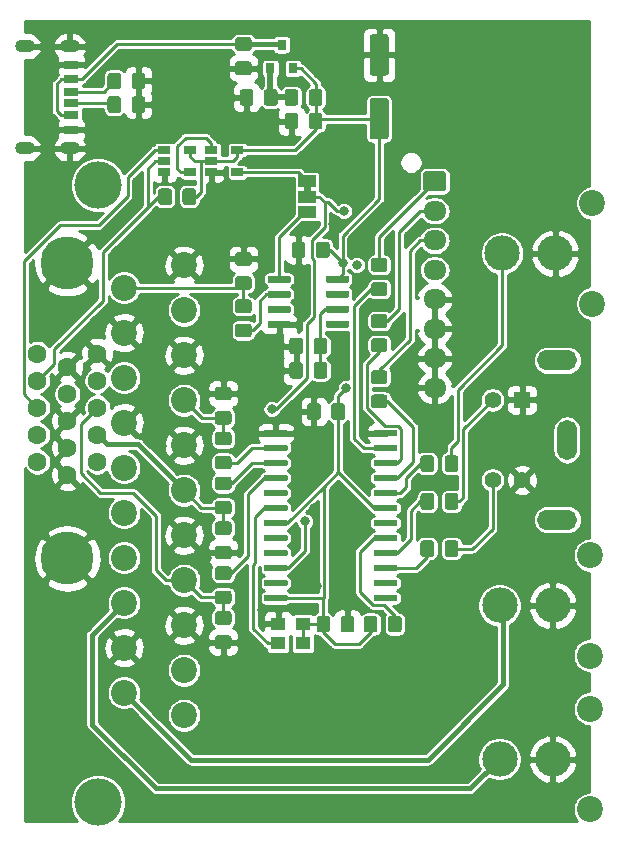
<source format=gbr>
G04 #@! TF.GenerationSoftware,KiCad,Pcbnew,(5.1.5)-2*
G04 #@! TF.CreationDate,2020-11-21T23:32:15+13:00*
G04 #@! TF.ProjectId,rgbntsc,7267626e-7473-4632-9e6b-696361645f70,rev?*
G04 #@! TF.SameCoordinates,Original*
G04 #@! TF.FileFunction,Copper,L1,Top*
G04 #@! TF.FilePolarity,Positive*
%FSLAX46Y46*%
G04 Gerber Fmt 4.6, Leading zero omitted, Abs format (unit mm)*
G04 Created by KiCad (PCBNEW (5.1.5)-2) date 2020-11-21 23:32:15*
%MOMM*%
%LPD*%
G04 APERTURE LIST*
%ADD10C,0.100000*%
%ADD11O,1.950000X1.700000*%
%ADD12R,1.060000X0.650000*%
%ADD13R,1.500000X1.000000*%
%ADD14R,0.800000X0.900000*%
%ADD15C,2.200000*%
%ADD16C,4.000000*%
%ADD17O,1.700000X1.100000*%
%ADD18R,1.200000X0.800000*%
%ADD19R,1.200000X0.760000*%
%ADD20R,1.200000X0.700000*%
%ADD21R,1.300000X1.100000*%
%ADD22O,3.000000X3.000000*%
%ADD23C,1.408000*%
%ADD24R,1.408000X1.408000*%
%ADD25O,3.400000X1.700000*%
%ADD26O,1.700000X3.400000*%
%ADD27C,4.500000*%
%ADD28C,1.600000*%
%ADD29C,0.800000*%
%ADD30C,0.250000*%
%ADD31C,0.400000*%
%ADD32C,0.500000*%
%ADD33C,0.254000*%
G04 APERTURE END LIST*
D10*
G36*
X45200000Y-55100000D02*
G01*
X45200000Y-55600000D01*
X44600000Y-55600000D01*
X44600000Y-55100000D01*
X45200000Y-55100000D01*
G37*
G04 #@! TA.AperFunction,SMDPad,CuDef*
G36*
X51474505Y-72751204D02*
G01*
X51498773Y-72754804D01*
X51522572Y-72760765D01*
X51545671Y-72769030D01*
X51567850Y-72779520D01*
X51588893Y-72792132D01*
X51608599Y-72806747D01*
X51626777Y-72823223D01*
X51643253Y-72841401D01*
X51657868Y-72861107D01*
X51670480Y-72882150D01*
X51680970Y-72904329D01*
X51689235Y-72927428D01*
X51695196Y-72951227D01*
X51698796Y-72975495D01*
X51700000Y-72999999D01*
X51700000Y-73650001D01*
X51698796Y-73674505D01*
X51695196Y-73698773D01*
X51689235Y-73722572D01*
X51680970Y-73745671D01*
X51670480Y-73767850D01*
X51657868Y-73788893D01*
X51643253Y-73808599D01*
X51626777Y-73826777D01*
X51608599Y-73843253D01*
X51588893Y-73857868D01*
X51567850Y-73870480D01*
X51545671Y-73880970D01*
X51522572Y-73889235D01*
X51498773Y-73895196D01*
X51474505Y-73898796D01*
X51450001Y-73900000D01*
X50549999Y-73900000D01*
X50525495Y-73898796D01*
X50501227Y-73895196D01*
X50477428Y-73889235D01*
X50454329Y-73880970D01*
X50432150Y-73870480D01*
X50411107Y-73857868D01*
X50391401Y-73843253D01*
X50373223Y-73826777D01*
X50356747Y-73808599D01*
X50342132Y-73788893D01*
X50329520Y-73767850D01*
X50319030Y-73745671D01*
X50310765Y-73722572D01*
X50304804Y-73698773D01*
X50301204Y-73674505D01*
X50300000Y-73650001D01*
X50300000Y-72999999D01*
X50301204Y-72975495D01*
X50304804Y-72951227D01*
X50310765Y-72927428D01*
X50319030Y-72904329D01*
X50329520Y-72882150D01*
X50342132Y-72861107D01*
X50356747Y-72841401D01*
X50373223Y-72823223D01*
X50391401Y-72806747D01*
X50411107Y-72792132D01*
X50432150Y-72779520D01*
X50454329Y-72769030D01*
X50477428Y-72760765D01*
X50501227Y-72754804D01*
X50525495Y-72751204D01*
X50549999Y-72750000D01*
X51450001Y-72750000D01*
X51474505Y-72751204D01*
G37*
G04 #@! TD.AperFunction*
G04 #@! TA.AperFunction,SMDPad,CuDef*
G36*
X51474505Y-70701204D02*
G01*
X51498773Y-70704804D01*
X51522572Y-70710765D01*
X51545671Y-70719030D01*
X51567850Y-70729520D01*
X51588893Y-70742132D01*
X51608599Y-70756747D01*
X51626777Y-70773223D01*
X51643253Y-70791401D01*
X51657868Y-70811107D01*
X51670480Y-70832150D01*
X51680970Y-70854329D01*
X51689235Y-70877428D01*
X51695196Y-70901227D01*
X51698796Y-70925495D01*
X51700000Y-70949999D01*
X51700000Y-71600001D01*
X51698796Y-71624505D01*
X51695196Y-71648773D01*
X51689235Y-71672572D01*
X51680970Y-71695671D01*
X51670480Y-71717850D01*
X51657868Y-71738893D01*
X51643253Y-71758599D01*
X51626777Y-71776777D01*
X51608599Y-71793253D01*
X51588893Y-71807868D01*
X51567850Y-71820480D01*
X51545671Y-71830970D01*
X51522572Y-71839235D01*
X51498773Y-71845196D01*
X51474505Y-71848796D01*
X51450001Y-71850000D01*
X50549999Y-71850000D01*
X50525495Y-71848796D01*
X50501227Y-71845196D01*
X50477428Y-71839235D01*
X50454329Y-71830970D01*
X50432150Y-71820480D01*
X50411107Y-71807868D01*
X50391401Y-71793253D01*
X50373223Y-71776777D01*
X50356747Y-71758599D01*
X50342132Y-71738893D01*
X50329520Y-71717850D01*
X50319030Y-71695671D01*
X50310765Y-71672572D01*
X50304804Y-71648773D01*
X50301204Y-71624505D01*
X50300000Y-71600001D01*
X50300000Y-70949999D01*
X50301204Y-70925495D01*
X50304804Y-70901227D01*
X50310765Y-70877428D01*
X50319030Y-70854329D01*
X50329520Y-70832150D01*
X50342132Y-70811107D01*
X50356747Y-70791401D01*
X50373223Y-70773223D01*
X50391401Y-70756747D01*
X50411107Y-70742132D01*
X50432150Y-70729520D01*
X50454329Y-70719030D01*
X50477428Y-70710765D01*
X50501227Y-70704804D01*
X50525495Y-70701204D01*
X50549999Y-70700000D01*
X51450001Y-70700000D01*
X51474505Y-70701204D01*
G37*
G04 #@! TD.AperFunction*
G04 #@! TA.AperFunction,SMDPad,CuDef*
G36*
X51474505Y-68001204D02*
G01*
X51498773Y-68004804D01*
X51522572Y-68010765D01*
X51545671Y-68019030D01*
X51567850Y-68029520D01*
X51588893Y-68042132D01*
X51608599Y-68056747D01*
X51626777Y-68073223D01*
X51643253Y-68091401D01*
X51657868Y-68111107D01*
X51670480Y-68132150D01*
X51680970Y-68154329D01*
X51689235Y-68177428D01*
X51695196Y-68201227D01*
X51698796Y-68225495D01*
X51700000Y-68249999D01*
X51700000Y-68900001D01*
X51698796Y-68924505D01*
X51695196Y-68948773D01*
X51689235Y-68972572D01*
X51680970Y-68995671D01*
X51670480Y-69017850D01*
X51657868Y-69038893D01*
X51643253Y-69058599D01*
X51626777Y-69076777D01*
X51608599Y-69093253D01*
X51588893Y-69107868D01*
X51567850Y-69120480D01*
X51545671Y-69130970D01*
X51522572Y-69139235D01*
X51498773Y-69145196D01*
X51474505Y-69148796D01*
X51450001Y-69150000D01*
X50549999Y-69150000D01*
X50525495Y-69148796D01*
X50501227Y-69145196D01*
X50477428Y-69139235D01*
X50454329Y-69130970D01*
X50432150Y-69120480D01*
X50411107Y-69107868D01*
X50391401Y-69093253D01*
X50373223Y-69076777D01*
X50356747Y-69058599D01*
X50342132Y-69038893D01*
X50329520Y-69017850D01*
X50319030Y-68995671D01*
X50310765Y-68972572D01*
X50304804Y-68948773D01*
X50301204Y-68924505D01*
X50300000Y-68900001D01*
X50300000Y-68249999D01*
X50301204Y-68225495D01*
X50304804Y-68201227D01*
X50310765Y-68177428D01*
X50319030Y-68154329D01*
X50329520Y-68132150D01*
X50342132Y-68111107D01*
X50356747Y-68091401D01*
X50373223Y-68073223D01*
X50391401Y-68056747D01*
X50411107Y-68042132D01*
X50432150Y-68029520D01*
X50454329Y-68019030D01*
X50477428Y-68010765D01*
X50501227Y-68004804D01*
X50525495Y-68001204D01*
X50549999Y-68000000D01*
X51450001Y-68000000D01*
X51474505Y-68001204D01*
G37*
G04 #@! TD.AperFunction*
G04 #@! TA.AperFunction,SMDPad,CuDef*
G36*
X51474505Y-65951204D02*
G01*
X51498773Y-65954804D01*
X51522572Y-65960765D01*
X51545671Y-65969030D01*
X51567850Y-65979520D01*
X51588893Y-65992132D01*
X51608599Y-66006747D01*
X51626777Y-66023223D01*
X51643253Y-66041401D01*
X51657868Y-66061107D01*
X51670480Y-66082150D01*
X51680970Y-66104329D01*
X51689235Y-66127428D01*
X51695196Y-66151227D01*
X51698796Y-66175495D01*
X51700000Y-66199999D01*
X51700000Y-66850001D01*
X51698796Y-66874505D01*
X51695196Y-66898773D01*
X51689235Y-66922572D01*
X51680970Y-66945671D01*
X51670480Y-66967850D01*
X51657868Y-66988893D01*
X51643253Y-67008599D01*
X51626777Y-67026777D01*
X51608599Y-67043253D01*
X51588893Y-67057868D01*
X51567850Y-67070480D01*
X51545671Y-67080970D01*
X51522572Y-67089235D01*
X51498773Y-67095196D01*
X51474505Y-67098796D01*
X51450001Y-67100000D01*
X50549999Y-67100000D01*
X50525495Y-67098796D01*
X50501227Y-67095196D01*
X50477428Y-67089235D01*
X50454329Y-67080970D01*
X50432150Y-67070480D01*
X50411107Y-67057868D01*
X50391401Y-67043253D01*
X50373223Y-67026777D01*
X50356747Y-67008599D01*
X50342132Y-66988893D01*
X50329520Y-66967850D01*
X50319030Y-66945671D01*
X50310765Y-66922572D01*
X50304804Y-66898773D01*
X50301204Y-66874505D01*
X50300000Y-66850001D01*
X50300000Y-66199999D01*
X50301204Y-66175495D01*
X50304804Y-66151227D01*
X50310765Y-66127428D01*
X50319030Y-66104329D01*
X50329520Y-66082150D01*
X50342132Y-66061107D01*
X50356747Y-66041401D01*
X50373223Y-66023223D01*
X50391401Y-66006747D01*
X50411107Y-65992132D01*
X50432150Y-65979520D01*
X50454329Y-65969030D01*
X50477428Y-65960765D01*
X50501227Y-65954804D01*
X50525495Y-65951204D01*
X50549999Y-65950000D01*
X51450001Y-65950000D01*
X51474505Y-65951204D01*
G37*
G04 #@! TD.AperFunction*
G04 #@! TA.AperFunction,SMDPad,CuDef*
G36*
X51474505Y-63251204D02*
G01*
X51498773Y-63254804D01*
X51522572Y-63260765D01*
X51545671Y-63269030D01*
X51567850Y-63279520D01*
X51588893Y-63292132D01*
X51608599Y-63306747D01*
X51626777Y-63323223D01*
X51643253Y-63341401D01*
X51657868Y-63361107D01*
X51670480Y-63382150D01*
X51680970Y-63404329D01*
X51689235Y-63427428D01*
X51695196Y-63451227D01*
X51698796Y-63475495D01*
X51700000Y-63499999D01*
X51700000Y-64150001D01*
X51698796Y-64174505D01*
X51695196Y-64198773D01*
X51689235Y-64222572D01*
X51680970Y-64245671D01*
X51670480Y-64267850D01*
X51657868Y-64288893D01*
X51643253Y-64308599D01*
X51626777Y-64326777D01*
X51608599Y-64343253D01*
X51588893Y-64357868D01*
X51567850Y-64370480D01*
X51545671Y-64380970D01*
X51522572Y-64389235D01*
X51498773Y-64395196D01*
X51474505Y-64398796D01*
X51450001Y-64400000D01*
X50549999Y-64400000D01*
X50525495Y-64398796D01*
X50501227Y-64395196D01*
X50477428Y-64389235D01*
X50454329Y-64380970D01*
X50432150Y-64370480D01*
X50411107Y-64357868D01*
X50391401Y-64343253D01*
X50373223Y-64326777D01*
X50356747Y-64308599D01*
X50342132Y-64288893D01*
X50329520Y-64267850D01*
X50319030Y-64245671D01*
X50310765Y-64222572D01*
X50304804Y-64198773D01*
X50301204Y-64174505D01*
X50300000Y-64150001D01*
X50300000Y-63499999D01*
X50301204Y-63475495D01*
X50304804Y-63451227D01*
X50310765Y-63427428D01*
X50319030Y-63404329D01*
X50329520Y-63382150D01*
X50342132Y-63361107D01*
X50356747Y-63341401D01*
X50373223Y-63323223D01*
X50391401Y-63306747D01*
X50411107Y-63292132D01*
X50432150Y-63279520D01*
X50454329Y-63269030D01*
X50477428Y-63260765D01*
X50501227Y-63254804D01*
X50525495Y-63251204D01*
X50549999Y-63250000D01*
X51450001Y-63250000D01*
X51474505Y-63251204D01*
G37*
G04 #@! TD.AperFunction*
G04 #@! TA.AperFunction,SMDPad,CuDef*
G36*
X51474505Y-61201204D02*
G01*
X51498773Y-61204804D01*
X51522572Y-61210765D01*
X51545671Y-61219030D01*
X51567850Y-61229520D01*
X51588893Y-61242132D01*
X51608599Y-61256747D01*
X51626777Y-61273223D01*
X51643253Y-61291401D01*
X51657868Y-61311107D01*
X51670480Y-61332150D01*
X51680970Y-61354329D01*
X51689235Y-61377428D01*
X51695196Y-61401227D01*
X51698796Y-61425495D01*
X51700000Y-61449999D01*
X51700000Y-62100001D01*
X51698796Y-62124505D01*
X51695196Y-62148773D01*
X51689235Y-62172572D01*
X51680970Y-62195671D01*
X51670480Y-62217850D01*
X51657868Y-62238893D01*
X51643253Y-62258599D01*
X51626777Y-62276777D01*
X51608599Y-62293253D01*
X51588893Y-62307868D01*
X51567850Y-62320480D01*
X51545671Y-62330970D01*
X51522572Y-62339235D01*
X51498773Y-62345196D01*
X51474505Y-62348796D01*
X51450001Y-62350000D01*
X50549999Y-62350000D01*
X50525495Y-62348796D01*
X50501227Y-62345196D01*
X50477428Y-62339235D01*
X50454329Y-62330970D01*
X50432150Y-62320480D01*
X50411107Y-62307868D01*
X50391401Y-62293253D01*
X50373223Y-62276777D01*
X50356747Y-62258599D01*
X50342132Y-62238893D01*
X50329520Y-62217850D01*
X50319030Y-62195671D01*
X50310765Y-62172572D01*
X50304804Y-62148773D01*
X50301204Y-62124505D01*
X50300000Y-62100001D01*
X50300000Y-61449999D01*
X50301204Y-61425495D01*
X50304804Y-61401227D01*
X50310765Y-61377428D01*
X50319030Y-61354329D01*
X50329520Y-61332150D01*
X50342132Y-61311107D01*
X50356747Y-61291401D01*
X50373223Y-61273223D01*
X50391401Y-61256747D01*
X50411107Y-61242132D01*
X50432150Y-61229520D01*
X50454329Y-61219030D01*
X50477428Y-61210765D01*
X50501227Y-61204804D01*
X50525495Y-61201204D01*
X50549999Y-61200000D01*
X51450001Y-61200000D01*
X51474505Y-61201204D01*
G37*
G04 #@! TD.AperFunction*
D11*
X55700000Y-72200000D03*
X55700000Y-69700000D03*
X55700000Y-67200000D03*
X55700000Y-64700000D03*
X55700000Y-62200000D03*
X55700000Y-59700000D03*
X55700000Y-57200000D03*
G04 #@! TA.AperFunction,ComponentPad*
D10*
G36*
X56449504Y-53851204D02*
G01*
X56473773Y-53854804D01*
X56497571Y-53860765D01*
X56520671Y-53869030D01*
X56542849Y-53879520D01*
X56563893Y-53892133D01*
X56583598Y-53906747D01*
X56601777Y-53923223D01*
X56618253Y-53941402D01*
X56632867Y-53961107D01*
X56645480Y-53982151D01*
X56655970Y-54004329D01*
X56664235Y-54027429D01*
X56670196Y-54051227D01*
X56673796Y-54075496D01*
X56675000Y-54100000D01*
X56675000Y-55300000D01*
X56673796Y-55324504D01*
X56670196Y-55348773D01*
X56664235Y-55372571D01*
X56655970Y-55395671D01*
X56645480Y-55417849D01*
X56632867Y-55438893D01*
X56618253Y-55458598D01*
X56601777Y-55476777D01*
X56583598Y-55493253D01*
X56563893Y-55507867D01*
X56542849Y-55520480D01*
X56520671Y-55530970D01*
X56497571Y-55539235D01*
X56473773Y-55545196D01*
X56449504Y-55548796D01*
X56425000Y-55550000D01*
X54975000Y-55550000D01*
X54950496Y-55548796D01*
X54926227Y-55545196D01*
X54902429Y-55539235D01*
X54879329Y-55530970D01*
X54857151Y-55520480D01*
X54836107Y-55507867D01*
X54816402Y-55493253D01*
X54798223Y-55476777D01*
X54781747Y-55458598D01*
X54767133Y-55438893D01*
X54754520Y-55417849D01*
X54744030Y-55395671D01*
X54735765Y-55372571D01*
X54729804Y-55348773D01*
X54726204Y-55324504D01*
X54725000Y-55300000D01*
X54725000Y-54100000D01*
X54726204Y-54075496D01*
X54729804Y-54051227D01*
X54735765Y-54027429D01*
X54744030Y-54004329D01*
X54754520Y-53982151D01*
X54767133Y-53961107D01*
X54781747Y-53941402D01*
X54798223Y-53923223D01*
X54816402Y-53906747D01*
X54836107Y-53892133D01*
X54857151Y-53879520D01*
X54879329Y-53869030D01*
X54902429Y-53860765D01*
X54926227Y-53854804D01*
X54950496Y-53851204D01*
X54975000Y-53850000D01*
X56425000Y-53850000D01*
X56449504Y-53851204D01*
G37*
G04 #@! TD.AperFunction*
D12*
X39000000Y-52050000D03*
X39000000Y-53950000D03*
X36800000Y-53950000D03*
X36800000Y-53000000D03*
X36800000Y-52050000D03*
X35000000Y-52050000D03*
X35000000Y-53950000D03*
X32800000Y-53950000D03*
X32800000Y-53000000D03*
X32800000Y-52050000D03*
G04 #@! TA.AperFunction,SMDPad,CuDef*
D10*
G36*
X33224505Y-55301204D02*
G01*
X33248773Y-55304804D01*
X33272572Y-55310765D01*
X33295671Y-55319030D01*
X33317850Y-55329520D01*
X33338893Y-55342132D01*
X33358599Y-55356747D01*
X33376777Y-55373223D01*
X33393253Y-55391401D01*
X33407868Y-55411107D01*
X33420480Y-55432150D01*
X33430970Y-55454329D01*
X33439235Y-55477428D01*
X33445196Y-55501227D01*
X33448796Y-55525495D01*
X33450000Y-55549999D01*
X33450000Y-56450001D01*
X33448796Y-56474505D01*
X33445196Y-56498773D01*
X33439235Y-56522572D01*
X33430970Y-56545671D01*
X33420480Y-56567850D01*
X33407868Y-56588893D01*
X33393253Y-56608599D01*
X33376777Y-56626777D01*
X33358599Y-56643253D01*
X33338893Y-56657868D01*
X33317850Y-56670480D01*
X33295671Y-56680970D01*
X33272572Y-56689235D01*
X33248773Y-56695196D01*
X33224505Y-56698796D01*
X33200001Y-56700000D01*
X32549999Y-56700000D01*
X32525495Y-56698796D01*
X32501227Y-56695196D01*
X32477428Y-56689235D01*
X32454329Y-56680970D01*
X32432150Y-56670480D01*
X32411107Y-56657868D01*
X32391401Y-56643253D01*
X32373223Y-56626777D01*
X32356747Y-56608599D01*
X32342132Y-56588893D01*
X32329520Y-56567850D01*
X32319030Y-56545671D01*
X32310765Y-56522572D01*
X32304804Y-56498773D01*
X32301204Y-56474505D01*
X32300000Y-56450001D01*
X32300000Y-55549999D01*
X32301204Y-55525495D01*
X32304804Y-55501227D01*
X32310765Y-55477428D01*
X32319030Y-55454329D01*
X32329520Y-55432150D01*
X32342132Y-55411107D01*
X32356747Y-55391401D01*
X32373223Y-55373223D01*
X32391401Y-55356747D01*
X32411107Y-55342132D01*
X32432150Y-55329520D01*
X32454329Y-55319030D01*
X32477428Y-55310765D01*
X32501227Y-55304804D01*
X32525495Y-55301204D01*
X32549999Y-55300000D01*
X33200001Y-55300000D01*
X33224505Y-55301204D01*
G37*
G04 #@! TD.AperFunction*
G04 #@! TA.AperFunction,SMDPad,CuDef*
G36*
X35274505Y-55301204D02*
G01*
X35298773Y-55304804D01*
X35322572Y-55310765D01*
X35345671Y-55319030D01*
X35367850Y-55329520D01*
X35388893Y-55342132D01*
X35408599Y-55356747D01*
X35426777Y-55373223D01*
X35443253Y-55391401D01*
X35457868Y-55411107D01*
X35470480Y-55432150D01*
X35480970Y-55454329D01*
X35489235Y-55477428D01*
X35495196Y-55501227D01*
X35498796Y-55525495D01*
X35500000Y-55549999D01*
X35500000Y-56450001D01*
X35498796Y-56474505D01*
X35495196Y-56498773D01*
X35489235Y-56522572D01*
X35480970Y-56545671D01*
X35470480Y-56567850D01*
X35457868Y-56588893D01*
X35443253Y-56608599D01*
X35426777Y-56626777D01*
X35408599Y-56643253D01*
X35388893Y-56657868D01*
X35367850Y-56670480D01*
X35345671Y-56680970D01*
X35322572Y-56689235D01*
X35298773Y-56695196D01*
X35274505Y-56698796D01*
X35250001Y-56700000D01*
X34599999Y-56700000D01*
X34575495Y-56698796D01*
X34551227Y-56695196D01*
X34527428Y-56689235D01*
X34504329Y-56680970D01*
X34482150Y-56670480D01*
X34461107Y-56657868D01*
X34441401Y-56643253D01*
X34423223Y-56626777D01*
X34406747Y-56608599D01*
X34392132Y-56588893D01*
X34379520Y-56567850D01*
X34369030Y-56545671D01*
X34360765Y-56522572D01*
X34354804Y-56498773D01*
X34351204Y-56474505D01*
X34350000Y-56450001D01*
X34350000Y-55549999D01*
X34351204Y-55525495D01*
X34354804Y-55501227D01*
X34360765Y-55477428D01*
X34369030Y-55454329D01*
X34379520Y-55432150D01*
X34392132Y-55411107D01*
X34406747Y-55391401D01*
X34423223Y-55373223D01*
X34441401Y-55356747D01*
X34461107Y-55342132D01*
X34482150Y-55329520D01*
X34504329Y-55319030D01*
X34527428Y-55310765D01*
X34551227Y-55304804D01*
X34575495Y-55301204D01*
X34599999Y-55300000D01*
X35250001Y-55300000D01*
X35274505Y-55301204D01*
G37*
G04 #@! TD.AperFunction*
D13*
X44900000Y-56000000D03*
X44900000Y-57300000D03*
X44900000Y-54700000D03*
D14*
X42746000Y-43142000D03*
X43696000Y-45142000D03*
X41796000Y-45142000D03*
G04 #@! TA.AperFunction,SMDPad,CuDef*
D10*
G36*
X43924505Y-46901204D02*
G01*
X43948773Y-46904804D01*
X43972572Y-46910765D01*
X43995671Y-46919030D01*
X44017850Y-46929520D01*
X44038893Y-46942132D01*
X44058599Y-46956747D01*
X44076777Y-46973223D01*
X44093253Y-46991401D01*
X44107868Y-47011107D01*
X44120480Y-47032150D01*
X44130970Y-47054329D01*
X44139235Y-47077428D01*
X44145196Y-47101227D01*
X44148796Y-47125495D01*
X44150000Y-47149999D01*
X44150000Y-48050001D01*
X44148796Y-48074505D01*
X44145196Y-48098773D01*
X44139235Y-48122572D01*
X44130970Y-48145671D01*
X44120480Y-48167850D01*
X44107868Y-48188893D01*
X44093253Y-48208599D01*
X44076777Y-48226777D01*
X44058599Y-48243253D01*
X44038893Y-48257868D01*
X44017850Y-48270480D01*
X43995671Y-48280970D01*
X43972572Y-48289235D01*
X43948773Y-48295196D01*
X43924505Y-48298796D01*
X43900001Y-48300000D01*
X43249999Y-48300000D01*
X43225495Y-48298796D01*
X43201227Y-48295196D01*
X43177428Y-48289235D01*
X43154329Y-48280970D01*
X43132150Y-48270480D01*
X43111107Y-48257868D01*
X43091401Y-48243253D01*
X43073223Y-48226777D01*
X43056747Y-48208599D01*
X43042132Y-48188893D01*
X43029520Y-48167850D01*
X43019030Y-48145671D01*
X43010765Y-48122572D01*
X43004804Y-48098773D01*
X43001204Y-48074505D01*
X43000000Y-48050001D01*
X43000000Y-47149999D01*
X43001204Y-47125495D01*
X43004804Y-47101227D01*
X43010765Y-47077428D01*
X43019030Y-47054329D01*
X43029520Y-47032150D01*
X43042132Y-47011107D01*
X43056747Y-46991401D01*
X43073223Y-46973223D01*
X43091401Y-46956747D01*
X43111107Y-46942132D01*
X43132150Y-46929520D01*
X43154329Y-46919030D01*
X43177428Y-46910765D01*
X43201227Y-46904804D01*
X43225495Y-46901204D01*
X43249999Y-46900000D01*
X43900001Y-46900000D01*
X43924505Y-46901204D01*
G37*
G04 #@! TD.AperFunction*
G04 #@! TA.AperFunction,SMDPad,CuDef*
G36*
X45974505Y-46901204D02*
G01*
X45998773Y-46904804D01*
X46022572Y-46910765D01*
X46045671Y-46919030D01*
X46067850Y-46929520D01*
X46088893Y-46942132D01*
X46108599Y-46956747D01*
X46126777Y-46973223D01*
X46143253Y-46991401D01*
X46157868Y-47011107D01*
X46170480Y-47032150D01*
X46180970Y-47054329D01*
X46189235Y-47077428D01*
X46195196Y-47101227D01*
X46198796Y-47125495D01*
X46200000Y-47149999D01*
X46200000Y-48050001D01*
X46198796Y-48074505D01*
X46195196Y-48098773D01*
X46189235Y-48122572D01*
X46180970Y-48145671D01*
X46170480Y-48167850D01*
X46157868Y-48188893D01*
X46143253Y-48208599D01*
X46126777Y-48226777D01*
X46108599Y-48243253D01*
X46088893Y-48257868D01*
X46067850Y-48270480D01*
X46045671Y-48280970D01*
X46022572Y-48289235D01*
X45998773Y-48295196D01*
X45974505Y-48298796D01*
X45950001Y-48300000D01*
X45299999Y-48300000D01*
X45275495Y-48298796D01*
X45251227Y-48295196D01*
X45227428Y-48289235D01*
X45204329Y-48280970D01*
X45182150Y-48270480D01*
X45161107Y-48257868D01*
X45141401Y-48243253D01*
X45123223Y-48226777D01*
X45106747Y-48208599D01*
X45092132Y-48188893D01*
X45079520Y-48167850D01*
X45069030Y-48145671D01*
X45060765Y-48122572D01*
X45054804Y-48098773D01*
X45051204Y-48074505D01*
X45050000Y-48050001D01*
X45050000Y-47149999D01*
X45051204Y-47125495D01*
X45054804Y-47101227D01*
X45060765Y-47077428D01*
X45069030Y-47054329D01*
X45079520Y-47032150D01*
X45092132Y-47011107D01*
X45106747Y-46991401D01*
X45123223Y-46973223D01*
X45141401Y-46956747D01*
X45161107Y-46942132D01*
X45182150Y-46929520D01*
X45204329Y-46919030D01*
X45227428Y-46910765D01*
X45251227Y-46904804D01*
X45275495Y-46901204D01*
X45299999Y-46900000D01*
X45950001Y-46900000D01*
X45974505Y-46901204D01*
G37*
G04 #@! TD.AperFunction*
G04 #@! TA.AperFunction,SMDPad,CuDef*
G36*
X40124505Y-46901204D02*
G01*
X40148773Y-46904804D01*
X40172572Y-46910765D01*
X40195671Y-46919030D01*
X40217850Y-46929520D01*
X40238893Y-46942132D01*
X40258599Y-46956747D01*
X40276777Y-46973223D01*
X40293253Y-46991401D01*
X40307868Y-47011107D01*
X40320480Y-47032150D01*
X40330970Y-47054329D01*
X40339235Y-47077428D01*
X40345196Y-47101227D01*
X40348796Y-47125495D01*
X40350000Y-47149999D01*
X40350000Y-48050001D01*
X40348796Y-48074505D01*
X40345196Y-48098773D01*
X40339235Y-48122572D01*
X40330970Y-48145671D01*
X40320480Y-48167850D01*
X40307868Y-48188893D01*
X40293253Y-48208599D01*
X40276777Y-48226777D01*
X40258599Y-48243253D01*
X40238893Y-48257868D01*
X40217850Y-48270480D01*
X40195671Y-48280970D01*
X40172572Y-48289235D01*
X40148773Y-48295196D01*
X40124505Y-48298796D01*
X40100001Y-48300000D01*
X39449999Y-48300000D01*
X39425495Y-48298796D01*
X39401227Y-48295196D01*
X39377428Y-48289235D01*
X39354329Y-48280970D01*
X39332150Y-48270480D01*
X39311107Y-48257868D01*
X39291401Y-48243253D01*
X39273223Y-48226777D01*
X39256747Y-48208599D01*
X39242132Y-48188893D01*
X39229520Y-48167850D01*
X39219030Y-48145671D01*
X39210765Y-48122572D01*
X39204804Y-48098773D01*
X39201204Y-48074505D01*
X39200000Y-48050001D01*
X39200000Y-47149999D01*
X39201204Y-47125495D01*
X39204804Y-47101227D01*
X39210765Y-47077428D01*
X39219030Y-47054329D01*
X39229520Y-47032150D01*
X39242132Y-47011107D01*
X39256747Y-46991401D01*
X39273223Y-46973223D01*
X39291401Y-46956747D01*
X39311107Y-46942132D01*
X39332150Y-46929520D01*
X39354329Y-46919030D01*
X39377428Y-46910765D01*
X39401227Y-46904804D01*
X39425495Y-46901204D01*
X39449999Y-46900000D01*
X40100001Y-46900000D01*
X40124505Y-46901204D01*
G37*
G04 #@! TD.AperFunction*
G04 #@! TA.AperFunction,SMDPad,CuDef*
G36*
X42174505Y-46901204D02*
G01*
X42198773Y-46904804D01*
X42222572Y-46910765D01*
X42245671Y-46919030D01*
X42267850Y-46929520D01*
X42288893Y-46942132D01*
X42308599Y-46956747D01*
X42326777Y-46973223D01*
X42343253Y-46991401D01*
X42357868Y-47011107D01*
X42370480Y-47032150D01*
X42380970Y-47054329D01*
X42389235Y-47077428D01*
X42395196Y-47101227D01*
X42398796Y-47125495D01*
X42400000Y-47149999D01*
X42400000Y-48050001D01*
X42398796Y-48074505D01*
X42395196Y-48098773D01*
X42389235Y-48122572D01*
X42380970Y-48145671D01*
X42370480Y-48167850D01*
X42357868Y-48188893D01*
X42343253Y-48208599D01*
X42326777Y-48226777D01*
X42308599Y-48243253D01*
X42288893Y-48257868D01*
X42267850Y-48270480D01*
X42245671Y-48280970D01*
X42222572Y-48289235D01*
X42198773Y-48295196D01*
X42174505Y-48298796D01*
X42150001Y-48300000D01*
X41499999Y-48300000D01*
X41475495Y-48298796D01*
X41451227Y-48295196D01*
X41427428Y-48289235D01*
X41404329Y-48280970D01*
X41382150Y-48270480D01*
X41361107Y-48257868D01*
X41341401Y-48243253D01*
X41323223Y-48226777D01*
X41306747Y-48208599D01*
X41292132Y-48188893D01*
X41279520Y-48167850D01*
X41269030Y-48145671D01*
X41260765Y-48122572D01*
X41254804Y-48098773D01*
X41251204Y-48074505D01*
X41250000Y-48050001D01*
X41250000Y-47149999D01*
X41251204Y-47125495D01*
X41254804Y-47101227D01*
X41260765Y-47077428D01*
X41269030Y-47054329D01*
X41279520Y-47032150D01*
X41292132Y-47011107D01*
X41306747Y-46991401D01*
X41323223Y-46973223D01*
X41341401Y-46956747D01*
X41361107Y-46942132D01*
X41382150Y-46929520D01*
X41404329Y-46919030D01*
X41427428Y-46910765D01*
X41451227Y-46904804D01*
X41475495Y-46901204D01*
X41499999Y-46900000D01*
X42150001Y-46900000D01*
X42174505Y-46901204D01*
G37*
G04 #@! TD.AperFunction*
G04 #@! TA.AperFunction,SMDPad,CuDef*
G36*
X38274505Y-72101204D02*
G01*
X38298773Y-72104804D01*
X38322572Y-72110765D01*
X38345671Y-72119030D01*
X38367850Y-72129520D01*
X38388893Y-72142132D01*
X38408599Y-72156747D01*
X38426777Y-72173223D01*
X38443253Y-72191401D01*
X38457868Y-72211107D01*
X38470480Y-72232150D01*
X38480970Y-72254329D01*
X38489235Y-72277428D01*
X38495196Y-72301227D01*
X38498796Y-72325495D01*
X38500000Y-72349999D01*
X38500000Y-73000001D01*
X38498796Y-73024505D01*
X38495196Y-73048773D01*
X38489235Y-73072572D01*
X38480970Y-73095671D01*
X38470480Y-73117850D01*
X38457868Y-73138893D01*
X38443253Y-73158599D01*
X38426777Y-73176777D01*
X38408599Y-73193253D01*
X38388893Y-73207868D01*
X38367850Y-73220480D01*
X38345671Y-73230970D01*
X38322572Y-73239235D01*
X38298773Y-73245196D01*
X38274505Y-73248796D01*
X38250001Y-73250000D01*
X37349999Y-73250000D01*
X37325495Y-73248796D01*
X37301227Y-73245196D01*
X37277428Y-73239235D01*
X37254329Y-73230970D01*
X37232150Y-73220480D01*
X37211107Y-73207868D01*
X37191401Y-73193253D01*
X37173223Y-73176777D01*
X37156747Y-73158599D01*
X37142132Y-73138893D01*
X37129520Y-73117850D01*
X37119030Y-73095671D01*
X37110765Y-73072572D01*
X37104804Y-73048773D01*
X37101204Y-73024505D01*
X37100000Y-73000001D01*
X37100000Y-72349999D01*
X37101204Y-72325495D01*
X37104804Y-72301227D01*
X37110765Y-72277428D01*
X37119030Y-72254329D01*
X37129520Y-72232150D01*
X37142132Y-72211107D01*
X37156747Y-72191401D01*
X37173223Y-72173223D01*
X37191401Y-72156747D01*
X37211107Y-72142132D01*
X37232150Y-72129520D01*
X37254329Y-72119030D01*
X37277428Y-72110765D01*
X37301227Y-72104804D01*
X37325495Y-72101204D01*
X37349999Y-72100000D01*
X38250001Y-72100000D01*
X38274505Y-72101204D01*
G37*
G04 #@! TD.AperFunction*
G04 #@! TA.AperFunction,SMDPad,CuDef*
G36*
X38274505Y-74151204D02*
G01*
X38298773Y-74154804D01*
X38322572Y-74160765D01*
X38345671Y-74169030D01*
X38367850Y-74179520D01*
X38388893Y-74192132D01*
X38408599Y-74206747D01*
X38426777Y-74223223D01*
X38443253Y-74241401D01*
X38457868Y-74261107D01*
X38470480Y-74282150D01*
X38480970Y-74304329D01*
X38489235Y-74327428D01*
X38495196Y-74351227D01*
X38498796Y-74375495D01*
X38500000Y-74399999D01*
X38500000Y-75050001D01*
X38498796Y-75074505D01*
X38495196Y-75098773D01*
X38489235Y-75122572D01*
X38480970Y-75145671D01*
X38470480Y-75167850D01*
X38457868Y-75188893D01*
X38443253Y-75208599D01*
X38426777Y-75226777D01*
X38408599Y-75243253D01*
X38388893Y-75257868D01*
X38367850Y-75270480D01*
X38345671Y-75280970D01*
X38322572Y-75289235D01*
X38298773Y-75295196D01*
X38274505Y-75298796D01*
X38250001Y-75300000D01*
X37349999Y-75300000D01*
X37325495Y-75298796D01*
X37301227Y-75295196D01*
X37277428Y-75289235D01*
X37254329Y-75280970D01*
X37232150Y-75270480D01*
X37211107Y-75257868D01*
X37191401Y-75243253D01*
X37173223Y-75226777D01*
X37156747Y-75208599D01*
X37142132Y-75188893D01*
X37129520Y-75167850D01*
X37119030Y-75145671D01*
X37110765Y-75122572D01*
X37104804Y-75098773D01*
X37101204Y-75074505D01*
X37100000Y-75050001D01*
X37100000Y-74399999D01*
X37101204Y-74375495D01*
X37104804Y-74351227D01*
X37110765Y-74327428D01*
X37119030Y-74304329D01*
X37129520Y-74282150D01*
X37142132Y-74261107D01*
X37156747Y-74241401D01*
X37173223Y-74223223D01*
X37191401Y-74206747D01*
X37211107Y-74192132D01*
X37232150Y-74179520D01*
X37254329Y-74169030D01*
X37277428Y-74160765D01*
X37301227Y-74154804D01*
X37325495Y-74151204D01*
X37349999Y-74150000D01*
X38250001Y-74150000D01*
X38274505Y-74151204D01*
G37*
G04 #@! TD.AperFunction*
G04 #@! TA.AperFunction,SMDPad,CuDef*
G36*
X38274505Y-85551204D02*
G01*
X38298773Y-85554804D01*
X38322572Y-85560765D01*
X38345671Y-85569030D01*
X38367850Y-85579520D01*
X38388893Y-85592132D01*
X38408599Y-85606747D01*
X38426777Y-85623223D01*
X38443253Y-85641401D01*
X38457868Y-85661107D01*
X38470480Y-85682150D01*
X38480970Y-85704329D01*
X38489235Y-85727428D01*
X38495196Y-85751227D01*
X38498796Y-85775495D01*
X38500000Y-85799999D01*
X38500000Y-86450001D01*
X38498796Y-86474505D01*
X38495196Y-86498773D01*
X38489235Y-86522572D01*
X38480970Y-86545671D01*
X38470480Y-86567850D01*
X38457868Y-86588893D01*
X38443253Y-86608599D01*
X38426777Y-86626777D01*
X38408599Y-86643253D01*
X38388893Y-86657868D01*
X38367850Y-86670480D01*
X38345671Y-86680970D01*
X38322572Y-86689235D01*
X38298773Y-86695196D01*
X38274505Y-86698796D01*
X38250001Y-86700000D01*
X37349999Y-86700000D01*
X37325495Y-86698796D01*
X37301227Y-86695196D01*
X37277428Y-86689235D01*
X37254329Y-86680970D01*
X37232150Y-86670480D01*
X37211107Y-86657868D01*
X37191401Y-86643253D01*
X37173223Y-86626777D01*
X37156747Y-86608599D01*
X37142132Y-86588893D01*
X37129520Y-86567850D01*
X37119030Y-86545671D01*
X37110765Y-86522572D01*
X37104804Y-86498773D01*
X37101204Y-86474505D01*
X37100000Y-86450001D01*
X37100000Y-85799999D01*
X37101204Y-85775495D01*
X37104804Y-85751227D01*
X37110765Y-85727428D01*
X37119030Y-85704329D01*
X37129520Y-85682150D01*
X37142132Y-85661107D01*
X37156747Y-85641401D01*
X37173223Y-85623223D01*
X37191401Y-85606747D01*
X37211107Y-85592132D01*
X37232150Y-85579520D01*
X37254329Y-85569030D01*
X37277428Y-85560765D01*
X37301227Y-85554804D01*
X37325495Y-85551204D01*
X37349999Y-85550000D01*
X38250001Y-85550000D01*
X38274505Y-85551204D01*
G37*
G04 #@! TD.AperFunction*
G04 #@! TA.AperFunction,SMDPad,CuDef*
G36*
X38274505Y-83501204D02*
G01*
X38298773Y-83504804D01*
X38322572Y-83510765D01*
X38345671Y-83519030D01*
X38367850Y-83529520D01*
X38388893Y-83542132D01*
X38408599Y-83556747D01*
X38426777Y-83573223D01*
X38443253Y-83591401D01*
X38457868Y-83611107D01*
X38470480Y-83632150D01*
X38480970Y-83654329D01*
X38489235Y-83677428D01*
X38495196Y-83701227D01*
X38498796Y-83725495D01*
X38500000Y-83749999D01*
X38500000Y-84400001D01*
X38498796Y-84424505D01*
X38495196Y-84448773D01*
X38489235Y-84472572D01*
X38480970Y-84495671D01*
X38470480Y-84517850D01*
X38457868Y-84538893D01*
X38443253Y-84558599D01*
X38426777Y-84576777D01*
X38408599Y-84593253D01*
X38388893Y-84607868D01*
X38367850Y-84620480D01*
X38345671Y-84630970D01*
X38322572Y-84639235D01*
X38298773Y-84645196D01*
X38274505Y-84648796D01*
X38250001Y-84650000D01*
X37349999Y-84650000D01*
X37325495Y-84648796D01*
X37301227Y-84645196D01*
X37277428Y-84639235D01*
X37254329Y-84630970D01*
X37232150Y-84620480D01*
X37211107Y-84607868D01*
X37191401Y-84593253D01*
X37173223Y-84576777D01*
X37156747Y-84558599D01*
X37142132Y-84538893D01*
X37129520Y-84517850D01*
X37119030Y-84495671D01*
X37110765Y-84472572D01*
X37104804Y-84448773D01*
X37101204Y-84424505D01*
X37100000Y-84400001D01*
X37100000Y-83749999D01*
X37101204Y-83725495D01*
X37104804Y-83701227D01*
X37110765Y-83677428D01*
X37119030Y-83654329D01*
X37129520Y-83632150D01*
X37142132Y-83611107D01*
X37156747Y-83591401D01*
X37173223Y-83573223D01*
X37191401Y-83556747D01*
X37211107Y-83542132D01*
X37232150Y-83529520D01*
X37254329Y-83519030D01*
X37277428Y-83510765D01*
X37301227Y-83504804D01*
X37325495Y-83501204D01*
X37349999Y-83500000D01*
X38250001Y-83500000D01*
X38274505Y-83501204D01*
G37*
G04 #@! TD.AperFunction*
G04 #@! TA.AperFunction,SMDPad,CuDef*
G36*
X38274505Y-81751204D02*
G01*
X38298773Y-81754804D01*
X38322572Y-81760765D01*
X38345671Y-81769030D01*
X38367850Y-81779520D01*
X38388893Y-81792132D01*
X38408599Y-81806747D01*
X38426777Y-81823223D01*
X38443253Y-81841401D01*
X38457868Y-81861107D01*
X38470480Y-81882150D01*
X38480970Y-81904329D01*
X38489235Y-81927428D01*
X38495196Y-81951227D01*
X38498796Y-81975495D01*
X38500000Y-81999999D01*
X38500000Y-82650001D01*
X38498796Y-82674505D01*
X38495196Y-82698773D01*
X38489235Y-82722572D01*
X38480970Y-82745671D01*
X38470480Y-82767850D01*
X38457868Y-82788893D01*
X38443253Y-82808599D01*
X38426777Y-82826777D01*
X38408599Y-82843253D01*
X38388893Y-82857868D01*
X38367850Y-82870480D01*
X38345671Y-82880970D01*
X38322572Y-82889235D01*
X38298773Y-82895196D01*
X38274505Y-82898796D01*
X38250001Y-82900000D01*
X37349999Y-82900000D01*
X37325495Y-82898796D01*
X37301227Y-82895196D01*
X37277428Y-82889235D01*
X37254329Y-82880970D01*
X37232150Y-82870480D01*
X37211107Y-82857868D01*
X37191401Y-82843253D01*
X37173223Y-82826777D01*
X37156747Y-82808599D01*
X37142132Y-82788893D01*
X37129520Y-82767850D01*
X37119030Y-82745671D01*
X37110765Y-82722572D01*
X37104804Y-82698773D01*
X37101204Y-82674505D01*
X37100000Y-82650001D01*
X37100000Y-81999999D01*
X37101204Y-81975495D01*
X37104804Y-81951227D01*
X37110765Y-81927428D01*
X37119030Y-81904329D01*
X37129520Y-81882150D01*
X37142132Y-81861107D01*
X37156747Y-81841401D01*
X37173223Y-81823223D01*
X37191401Y-81806747D01*
X37211107Y-81792132D01*
X37232150Y-81779520D01*
X37254329Y-81769030D01*
X37277428Y-81760765D01*
X37301227Y-81754804D01*
X37325495Y-81751204D01*
X37349999Y-81750000D01*
X38250001Y-81750000D01*
X38274505Y-81751204D01*
G37*
G04 #@! TD.AperFunction*
G04 #@! TA.AperFunction,SMDPad,CuDef*
G36*
X38274505Y-79701204D02*
G01*
X38298773Y-79704804D01*
X38322572Y-79710765D01*
X38345671Y-79719030D01*
X38367850Y-79729520D01*
X38388893Y-79742132D01*
X38408599Y-79756747D01*
X38426777Y-79773223D01*
X38443253Y-79791401D01*
X38457868Y-79811107D01*
X38470480Y-79832150D01*
X38480970Y-79854329D01*
X38489235Y-79877428D01*
X38495196Y-79901227D01*
X38498796Y-79925495D01*
X38500000Y-79949999D01*
X38500000Y-80600001D01*
X38498796Y-80624505D01*
X38495196Y-80648773D01*
X38489235Y-80672572D01*
X38480970Y-80695671D01*
X38470480Y-80717850D01*
X38457868Y-80738893D01*
X38443253Y-80758599D01*
X38426777Y-80776777D01*
X38408599Y-80793253D01*
X38388893Y-80807868D01*
X38367850Y-80820480D01*
X38345671Y-80830970D01*
X38322572Y-80839235D01*
X38298773Y-80845196D01*
X38274505Y-80848796D01*
X38250001Y-80850000D01*
X37349999Y-80850000D01*
X37325495Y-80848796D01*
X37301227Y-80845196D01*
X37277428Y-80839235D01*
X37254329Y-80830970D01*
X37232150Y-80820480D01*
X37211107Y-80807868D01*
X37191401Y-80793253D01*
X37173223Y-80776777D01*
X37156747Y-80758599D01*
X37142132Y-80738893D01*
X37129520Y-80717850D01*
X37119030Y-80695671D01*
X37110765Y-80672572D01*
X37104804Y-80648773D01*
X37101204Y-80624505D01*
X37100000Y-80600001D01*
X37100000Y-79949999D01*
X37101204Y-79925495D01*
X37104804Y-79901227D01*
X37110765Y-79877428D01*
X37119030Y-79854329D01*
X37129520Y-79832150D01*
X37142132Y-79811107D01*
X37156747Y-79791401D01*
X37173223Y-79773223D01*
X37191401Y-79756747D01*
X37211107Y-79742132D01*
X37232150Y-79729520D01*
X37254329Y-79719030D01*
X37277428Y-79710765D01*
X37301227Y-79704804D01*
X37325495Y-79701204D01*
X37349999Y-79700000D01*
X38250001Y-79700000D01*
X38274505Y-79701204D01*
G37*
G04 #@! TD.AperFunction*
G04 #@! TA.AperFunction,SMDPad,CuDef*
G36*
X38274505Y-89351204D02*
G01*
X38298773Y-89354804D01*
X38322572Y-89360765D01*
X38345671Y-89369030D01*
X38367850Y-89379520D01*
X38388893Y-89392132D01*
X38408599Y-89406747D01*
X38426777Y-89423223D01*
X38443253Y-89441401D01*
X38457868Y-89461107D01*
X38470480Y-89482150D01*
X38480970Y-89504329D01*
X38489235Y-89527428D01*
X38495196Y-89551227D01*
X38498796Y-89575495D01*
X38500000Y-89599999D01*
X38500000Y-90250001D01*
X38498796Y-90274505D01*
X38495196Y-90298773D01*
X38489235Y-90322572D01*
X38480970Y-90345671D01*
X38470480Y-90367850D01*
X38457868Y-90388893D01*
X38443253Y-90408599D01*
X38426777Y-90426777D01*
X38408599Y-90443253D01*
X38388893Y-90457868D01*
X38367850Y-90470480D01*
X38345671Y-90480970D01*
X38322572Y-90489235D01*
X38298773Y-90495196D01*
X38274505Y-90498796D01*
X38250001Y-90500000D01*
X37349999Y-90500000D01*
X37325495Y-90498796D01*
X37301227Y-90495196D01*
X37277428Y-90489235D01*
X37254329Y-90480970D01*
X37232150Y-90470480D01*
X37211107Y-90457868D01*
X37191401Y-90443253D01*
X37173223Y-90426777D01*
X37156747Y-90408599D01*
X37142132Y-90388893D01*
X37129520Y-90367850D01*
X37119030Y-90345671D01*
X37110765Y-90322572D01*
X37104804Y-90298773D01*
X37101204Y-90274505D01*
X37100000Y-90250001D01*
X37100000Y-89599999D01*
X37101204Y-89575495D01*
X37104804Y-89551227D01*
X37110765Y-89527428D01*
X37119030Y-89504329D01*
X37129520Y-89482150D01*
X37142132Y-89461107D01*
X37156747Y-89441401D01*
X37173223Y-89423223D01*
X37191401Y-89406747D01*
X37211107Y-89392132D01*
X37232150Y-89379520D01*
X37254329Y-89369030D01*
X37277428Y-89360765D01*
X37301227Y-89354804D01*
X37325495Y-89351204D01*
X37349999Y-89350000D01*
X38250001Y-89350000D01*
X38274505Y-89351204D01*
G37*
G04 #@! TD.AperFunction*
G04 #@! TA.AperFunction,SMDPad,CuDef*
G36*
X38274505Y-87301204D02*
G01*
X38298773Y-87304804D01*
X38322572Y-87310765D01*
X38345671Y-87319030D01*
X38367850Y-87329520D01*
X38388893Y-87342132D01*
X38408599Y-87356747D01*
X38426777Y-87373223D01*
X38443253Y-87391401D01*
X38457868Y-87411107D01*
X38470480Y-87432150D01*
X38480970Y-87454329D01*
X38489235Y-87477428D01*
X38495196Y-87501227D01*
X38498796Y-87525495D01*
X38500000Y-87549999D01*
X38500000Y-88200001D01*
X38498796Y-88224505D01*
X38495196Y-88248773D01*
X38489235Y-88272572D01*
X38480970Y-88295671D01*
X38470480Y-88317850D01*
X38457868Y-88338893D01*
X38443253Y-88358599D01*
X38426777Y-88376777D01*
X38408599Y-88393253D01*
X38388893Y-88407868D01*
X38367850Y-88420480D01*
X38345671Y-88430970D01*
X38322572Y-88439235D01*
X38298773Y-88445196D01*
X38274505Y-88448796D01*
X38250001Y-88450000D01*
X37349999Y-88450000D01*
X37325495Y-88448796D01*
X37301227Y-88445196D01*
X37277428Y-88439235D01*
X37254329Y-88430970D01*
X37232150Y-88420480D01*
X37211107Y-88407868D01*
X37191401Y-88393253D01*
X37173223Y-88376777D01*
X37156747Y-88358599D01*
X37142132Y-88338893D01*
X37129520Y-88317850D01*
X37119030Y-88295671D01*
X37110765Y-88272572D01*
X37104804Y-88248773D01*
X37101204Y-88224505D01*
X37100000Y-88200001D01*
X37100000Y-87549999D01*
X37101204Y-87525495D01*
X37104804Y-87501227D01*
X37110765Y-87477428D01*
X37119030Y-87454329D01*
X37129520Y-87432150D01*
X37142132Y-87411107D01*
X37156747Y-87391401D01*
X37173223Y-87373223D01*
X37191401Y-87356747D01*
X37211107Y-87342132D01*
X37232150Y-87329520D01*
X37254329Y-87319030D01*
X37277428Y-87310765D01*
X37301227Y-87304804D01*
X37325495Y-87301204D01*
X37349999Y-87300000D01*
X38250001Y-87300000D01*
X38274505Y-87301204D01*
G37*
G04 #@! TD.AperFunction*
G04 #@! TA.AperFunction,SMDPad,CuDef*
G36*
X43924505Y-48901204D02*
G01*
X43948773Y-48904804D01*
X43972572Y-48910765D01*
X43995671Y-48919030D01*
X44017850Y-48929520D01*
X44038893Y-48942132D01*
X44058599Y-48956747D01*
X44076777Y-48973223D01*
X44093253Y-48991401D01*
X44107868Y-49011107D01*
X44120480Y-49032150D01*
X44130970Y-49054329D01*
X44139235Y-49077428D01*
X44145196Y-49101227D01*
X44148796Y-49125495D01*
X44150000Y-49149999D01*
X44150000Y-50050001D01*
X44148796Y-50074505D01*
X44145196Y-50098773D01*
X44139235Y-50122572D01*
X44130970Y-50145671D01*
X44120480Y-50167850D01*
X44107868Y-50188893D01*
X44093253Y-50208599D01*
X44076777Y-50226777D01*
X44058599Y-50243253D01*
X44038893Y-50257868D01*
X44017850Y-50270480D01*
X43995671Y-50280970D01*
X43972572Y-50289235D01*
X43948773Y-50295196D01*
X43924505Y-50298796D01*
X43900001Y-50300000D01*
X43249999Y-50300000D01*
X43225495Y-50298796D01*
X43201227Y-50295196D01*
X43177428Y-50289235D01*
X43154329Y-50280970D01*
X43132150Y-50270480D01*
X43111107Y-50257868D01*
X43091401Y-50243253D01*
X43073223Y-50226777D01*
X43056747Y-50208599D01*
X43042132Y-50188893D01*
X43029520Y-50167850D01*
X43019030Y-50145671D01*
X43010765Y-50122572D01*
X43004804Y-50098773D01*
X43001204Y-50074505D01*
X43000000Y-50050001D01*
X43000000Y-49149999D01*
X43001204Y-49125495D01*
X43004804Y-49101227D01*
X43010765Y-49077428D01*
X43019030Y-49054329D01*
X43029520Y-49032150D01*
X43042132Y-49011107D01*
X43056747Y-48991401D01*
X43073223Y-48973223D01*
X43091401Y-48956747D01*
X43111107Y-48942132D01*
X43132150Y-48929520D01*
X43154329Y-48919030D01*
X43177428Y-48910765D01*
X43201227Y-48904804D01*
X43225495Y-48901204D01*
X43249999Y-48900000D01*
X43900001Y-48900000D01*
X43924505Y-48901204D01*
G37*
G04 #@! TD.AperFunction*
G04 #@! TA.AperFunction,SMDPad,CuDef*
G36*
X45974505Y-48901204D02*
G01*
X45998773Y-48904804D01*
X46022572Y-48910765D01*
X46045671Y-48919030D01*
X46067850Y-48929520D01*
X46088893Y-48942132D01*
X46108599Y-48956747D01*
X46126777Y-48973223D01*
X46143253Y-48991401D01*
X46157868Y-49011107D01*
X46170480Y-49032150D01*
X46180970Y-49054329D01*
X46189235Y-49077428D01*
X46195196Y-49101227D01*
X46198796Y-49125495D01*
X46200000Y-49149999D01*
X46200000Y-50050001D01*
X46198796Y-50074505D01*
X46195196Y-50098773D01*
X46189235Y-50122572D01*
X46180970Y-50145671D01*
X46170480Y-50167850D01*
X46157868Y-50188893D01*
X46143253Y-50208599D01*
X46126777Y-50226777D01*
X46108599Y-50243253D01*
X46088893Y-50257868D01*
X46067850Y-50270480D01*
X46045671Y-50280970D01*
X46022572Y-50289235D01*
X45998773Y-50295196D01*
X45974505Y-50298796D01*
X45950001Y-50300000D01*
X45299999Y-50300000D01*
X45275495Y-50298796D01*
X45251227Y-50295196D01*
X45227428Y-50289235D01*
X45204329Y-50280970D01*
X45182150Y-50270480D01*
X45161107Y-50257868D01*
X45141401Y-50243253D01*
X45123223Y-50226777D01*
X45106747Y-50208599D01*
X45092132Y-50188893D01*
X45079520Y-50167850D01*
X45069030Y-50145671D01*
X45060765Y-50122572D01*
X45054804Y-50098773D01*
X45051204Y-50074505D01*
X45050000Y-50050001D01*
X45050000Y-49149999D01*
X45051204Y-49125495D01*
X45054804Y-49101227D01*
X45060765Y-49077428D01*
X45069030Y-49054329D01*
X45079520Y-49032150D01*
X45092132Y-49011107D01*
X45106747Y-48991401D01*
X45123223Y-48973223D01*
X45141401Y-48956747D01*
X45161107Y-48942132D01*
X45182150Y-48929520D01*
X45204329Y-48919030D01*
X45227428Y-48910765D01*
X45251227Y-48904804D01*
X45275495Y-48901204D01*
X45299999Y-48900000D01*
X45950001Y-48900000D01*
X45974505Y-48901204D01*
G37*
G04 #@! TD.AperFunction*
G04 #@! TA.AperFunction,SMDPad,CuDef*
G36*
X39974505Y-66751204D02*
G01*
X39998773Y-66754804D01*
X40022572Y-66760765D01*
X40045671Y-66769030D01*
X40067850Y-66779520D01*
X40088893Y-66792132D01*
X40108599Y-66806747D01*
X40126777Y-66823223D01*
X40143253Y-66841401D01*
X40157868Y-66861107D01*
X40170480Y-66882150D01*
X40180970Y-66904329D01*
X40189235Y-66927428D01*
X40195196Y-66951227D01*
X40198796Y-66975495D01*
X40200000Y-66999999D01*
X40200000Y-67650001D01*
X40198796Y-67674505D01*
X40195196Y-67698773D01*
X40189235Y-67722572D01*
X40180970Y-67745671D01*
X40170480Y-67767850D01*
X40157868Y-67788893D01*
X40143253Y-67808599D01*
X40126777Y-67826777D01*
X40108599Y-67843253D01*
X40088893Y-67857868D01*
X40067850Y-67870480D01*
X40045671Y-67880970D01*
X40022572Y-67889235D01*
X39998773Y-67895196D01*
X39974505Y-67898796D01*
X39950001Y-67900000D01*
X39049999Y-67900000D01*
X39025495Y-67898796D01*
X39001227Y-67895196D01*
X38977428Y-67889235D01*
X38954329Y-67880970D01*
X38932150Y-67870480D01*
X38911107Y-67857868D01*
X38891401Y-67843253D01*
X38873223Y-67826777D01*
X38856747Y-67808599D01*
X38842132Y-67788893D01*
X38829520Y-67767850D01*
X38819030Y-67745671D01*
X38810765Y-67722572D01*
X38804804Y-67698773D01*
X38801204Y-67674505D01*
X38800000Y-67650001D01*
X38800000Y-66999999D01*
X38801204Y-66975495D01*
X38804804Y-66951227D01*
X38810765Y-66927428D01*
X38819030Y-66904329D01*
X38829520Y-66882150D01*
X38842132Y-66861107D01*
X38856747Y-66841401D01*
X38873223Y-66823223D01*
X38891401Y-66806747D01*
X38911107Y-66792132D01*
X38932150Y-66779520D01*
X38954329Y-66769030D01*
X38977428Y-66760765D01*
X39001227Y-66754804D01*
X39025495Y-66751204D01*
X39049999Y-66750000D01*
X39950001Y-66750000D01*
X39974505Y-66751204D01*
G37*
G04 #@! TD.AperFunction*
G04 #@! TA.AperFunction,SMDPad,CuDef*
G36*
X39974505Y-64701204D02*
G01*
X39998773Y-64704804D01*
X40022572Y-64710765D01*
X40045671Y-64719030D01*
X40067850Y-64729520D01*
X40088893Y-64742132D01*
X40108599Y-64756747D01*
X40126777Y-64773223D01*
X40143253Y-64791401D01*
X40157868Y-64811107D01*
X40170480Y-64832150D01*
X40180970Y-64854329D01*
X40189235Y-64877428D01*
X40195196Y-64901227D01*
X40198796Y-64925495D01*
X40200000Y-64949999D01*
X40200000Y-65600001D01*
X40198796Y-65624505D01*
X40195196Y-65648773D01*
X40189235Y-65672572D01*
X40180970Y-65695671D01*
X40170480Y-65717850D01*
X40157868Y-65738893D01*
X40143253Y-65758599D01*
X40126777Y-65776777D01*
X40108599Y-65793253D01*
X40088893Y-65807868D01*
X40067850Y-65820480D01*
X40045671Y-65830970D01*
X40022572Y-65839235D01*
X39998773Y-65845196D01*
X39974505Y-65848796D01*
X39950001Y-65850000D01*
X39049999Y-65850000D01*
X39025495Y-65848796D01*
X39001227Y-65845196D01*
X38977428Y-65839235D01*
X38954329Y-65830970D01*
X38932150Y-65820480D01*
X38911107Y-65807868D01*
X38891401Y-65793253D01*
X38873223Y-65776777D01*
X38856747Y-65758599D01*
X38842132Y-65738893D01*
X38829520Y-65717850D01*
X38819030Y-65695671D01*
X38810765Y-65672572D01*
X38804804Y-65648773D01*
X38801204Y-65624505D01*
X38800000Y-65600001D01*
X38800000Y-64949999D01*
X38801204Y-64925495D01*
X38804804Y-64901227D01*
X38810765Y-64877428D01*
X38819030Y-64854329D01*
X38829520Y-64832150D01*
X38842132Y-64811107D01*
X38856747Y-64791401D01*
X38873223Y-64773223D01*
X38891401Y-64756747D01*
X38911107Y-64742132D01*
X38932150Y-64729520D01*
X38954329Y-64719030D01*
X38977428Y-64710765D01*
X39001227Y-64704804D01*
X39025495Y-64701204D01*
X39049999Y-64700000D01*
X39950001Y-64700000D01*
X39974505Y-64701204D01*
G37*
G04 #@! TD.AperFunction*
G04 #@! TA.AperFunction,SMDPad,CuDef*
G36*
X39974505Y-60701204D02*
G01*
X39998773Y-60704804D01*
X40022572Y-60710765D01*
X40045671Y-60719030D01*
X40067850Y-60729520D01*
X40088893Y-60742132D01*
X40108599Y-60756747D01*
X40126777Y-60773223D01*
X40143253Y-60791401D01*
X40157868Y-60811107D01*
X40170480Y-60832150D01*
X40180970Y-60854329D01*
X40189235Y-60877428D01*
X40195196Y-60901227D01*
X40198796Y-60925495D01*
X40200000Y-60949999D01*
X40200000Y-61600001D01*
X40198796Y-61624505D01*
X40195196Y-61648773D01*
X40189235Y-61672572D01*
X40180970Y-61695671D01*
X40170480Y-61717850D01*
X40157868Y-61738893D01*
X40143253Y-61758599D01*
X40126777Y-61776777D01*
X40108599Y-61793253D01*
X40088893Y-61807868D01*
X40067850Y-61820480D01*
X40045671Y-61830970D01*
X40022572Y-61839235D01*
X39998773Y-61845196D01*
X39974505Y-61848796D01*
X39950001Y-61850000D01*
X39049999Y-61850000D01*
X39025495Y-61848796D01*
X39001227Y-61845196D01*
X38977428Y-61839235D01*
X38954329Y-61830970D01*
X38932150Y-61820480D01*
X38911107Y-61807868D01*
X38891401Y-61793253D01*
X38873223Y-61776777D01*
X38856747Y-61758599D01*
X38842132Y-61738893D01*
X38829520Y-61717850D01*
X38819030Y-61695671D01*
X38810765Y-61672572D01*
X38804804Y-61648773D01*
X38801204Y-61624505D01*
X38800000Y-61600001D01*
X38800000Y-60949999D01*
X38801204Y-60925495D01*
X38804804Y-60901227D01*
X38810765Y-60877428D01*
X38819030Y-60854329D01*
X38829520Y-60832150D01*
X38842132Y-60811107D01*
X38856747Y-60791401D01*
X38873223Y-60773223D01*
X38891401Y-60756747D01*
X38911107Y-60742132D01*
X38932150Y-60729520D01*
X38954329Y-60719030D01*
X38977428Y-60710765D01*
X39001227Y-60704804D01*
X39025495Y-60701204D01*
X39049999Y-60700000D01*
X39950001Y-60700000D01*
X39974505Y-60701204D01*
G37*
G04 #@! TD.AperFunction*
G04 #@! TA.AperFunction,SMDPad,CuDef*
G36*
X39974505Y-62751204D02*
G01*
X39998773Y-62754804D01*
X40022572Y-62760765D01*
X40045671Y-62769030D01*
X40067850Y-62779520D01*
X40088893Y-62792132D01*
X40108599Y-62806747D01*
X40126777Y-62823223D01*
X40143253Y-62841401D01*
X40157868Y-62861107D01*
X40170480Y-62882150D01*
X40180970Y-62904329D01*
X40189235Y-62927428D01*
X40195196Y-62951227D01*
X40198796Y-62975495D01*
X40200000Y-62999999D01*
X40200000Y-63650001D01*
X40198796Y-63674505D01*
X40195196Y-63698773D01*
X40189235Y-63722572D01*
X40180970Y-63745671D01*
X40170480Y-63767850D01*
X40157868Y-63788893D01*
X40143253Y-63808599D01*
X40126777Y-63826777D01*
X40108599Y-63843253D01*
X40088893Y-63857868D01*
X40067850Y-63870480D01*
X40045671Y-63880970D01*
X40022572Y-63889235D01*
X39998773Y-63895196D01*
X39974505Y-63898796D01*
X39950001Y-63900000D01*
X39049999Y-63900000D01*
X39025495Y-63898796D01*
X39001227Y-63895196D01*
X38977428Y-63889235D01*
X38954329Y-63880970D01*
X38932150Y-63870480D01*
X38911107Y-63857868D01*
X38891401Y-63843253D01*
X38873223Y-63826777D01*
X38856747Y-63808599D01*
X38842132Y-63788893D01*
X38829520Y-63767850D01*
X38819030Y-63745671D01*
X38810765Y-63722572D01*
X38804804Y-63698773D01*
X38801204Y-63674505D01*
X38800000Y-63650001D01*
X38800000Y-62999999D01*
X38801204Y-62975495D01*
X38804804Y-62951227D01*
X38810765Y-62927428D01*
X38819030Y-62904329D01*
X38829520Y-62882150D01*
X38842132Y-62861107D01*
X38856747Y-62841401D01*
X38873223Y-62823223D01*
X38891401Y-62806747D01*
X38911107Y-62792132D01*
X38932150Y-62779520D01*
X38954329Y-62769030D01*
X38977428Y-62760765D01*
X39001227Y-62754804D01*
X39025495Y-62751204D01*
X39049999Y-62750000D01*
X39950001Y-62750000D01*
X39974505Y-62751204D01*
G37*
G04 #@! TD.AperFunction*
D15*
X34480000Y-99905000D03*
X34480000Y-61805000D03*
X29400000Y-67520000D03*
X34480000Y-65615000D03*
X29400000Y-71330000D03*
X34480000Y-69425000D03*
X29400000Y-75140000D03*
X34480000Y-73235000D03*
X29400000Y-63710000D03*
X34480000Y-77045000D03*
X29400000Y-78950000D03*
X34480000Y-80855000D03*
X29400000Y-82760000D03*
X34480000Y-84665000D03*
X29400000Y-86570000D03*
X34480000Y-88475000D03*
X29400000Y-90380000D03*
X34480000Y-92285000D03*
X29400000Y-94190000D03*
X34480000Y-96095000D03*
X29400000Y-98000000D03*
D16*
X27200000Y-55000000D03*
X27200000Y-107270000D03*
D17*
X24800000Y-43280000D03*
X24800000Y-51920000D03*
X21000000Y-51920000D03*
D18*
X24950000Y-44850000D03*
D19*
X24950000Y-46080000D03*
D20*
X24950000Y-48100000D03*
D17*
X21000000Y-43280000D03*
D19*
X24950000Y-49120000D03*
D18*
X24950000Y-50350000D03*
D20*
X24950000Y-47100000D03*
G04 #@! TA.AperFunction,SMDPad,CuDef*
D10*
G36*
X44324505Y-67951204D02*
G01*
X44348773Y-67954804D01*
X44372572Y-67960765D01*
X44395671Y-67969030D01*
X44417850Y-67979520D01*
X44438893Y-67992132D01*
X44458599Y-68006747D01*
X44476777Y-68023223D01*
X44493253Y-68041401D01*
X44507868Y-68061107D01*
X44520480Y-68082150D01*
X44530970Y-68104329D01*
X44539235Y-68127428D01*
X44545196Y-68151227D01*
X44548796Y-68175495D01*
X44550000Y-68199999D01*
X44550000Y-69100001D01*
X44548796Y-69124505D01*
X44545196Y-69148773D01*
X44539235Y-69172572D01*
X44530970Y-69195671D01*
X44520480Y-69217850D01*
X44507868Y-69238893D01*
X44493253Y-69258599D01*
X44476777Y-69276777D01*
X44458599Y-69293253D01*
X44438893Y-69307868D01*
X44417850Y-69320480D01*
X44395671Y-69330970D01*
X44372572Y-69339235D01*
X44348773Y-69345196D01*
X44324505Y-69348796D01*
X44300001Y-69350000D01*
X43649999Y-69350000D01*
X43625495Y-69348796D01*
X43601227Y-69345196D01*
X43577428Y-69339235D01*
X43554329Y-69330970D01*
X43532150Y-69320480D01*
X43511107Y-69307868D01*
X43491401Y-69293253D01*
X43473223Y-69276777D01*
X43456747Y-69258599D01*
X43442132Y-69238893D01*
X43429520Y-69217850D01*
X43419030Y-69195671D01*
X43410765Y-69172572D01*
X43404804Y-69148773D01*
X43401204Y-69124505D01*
X43400000Y-69100001D01*
X43400000Y-68199999D01*
X43401204Y-68175495D01*
X43404804Y-68151227D01*
X43410765Y-68127428D01*
X43419030Y-68104329D01*
X43429520Y-68082150D01*
X43442132Y-68061107D01*
X43456747Y-68041401D01*
X43473223Y-68023223D01*
X43491401Y-68006747D01*
X43511107Y-67992132D01*
X43532150Y-67979520D01*
X43554329Y-67969030D01*
X43577428Y-67960765D01*
X43601227Y-67954804D01*
X43625495Y-67951204D01*
X43649999Y-67950000D01*
X44300001Y-67950000D01*
X44324505Y-67951204D01*
G37*
G04 #@! TD.AperFunction*
G04 #@! TA.AperFunction,SMDPad,CuDef*
G36*
X46374505Y-67951204D02*
G01*
X46398773Y-67954804D01*
X46422572Y-67960765D01*
X46445671Y-67969030D01*
X46467850Y-67979520D01*
X46488893Y-67992132D01*
X46508599Y-68006747D01*
X46526777Y-68023223D01*
X46543253Y-68041401D01*
X46557868Y-68061107D01*
X46570480Y-68082150D01*
X46580970Y-68104329D01*
X46589235Y-68127428D01*
X46595196Y-68151227D01*
X46598796Y-68175495D01*
X46600000Y-68199999D01*
X46600000Y-69100001D01*
X46598796Y-69124505D01*
X46595196Y-69148773D01*
X46589235Y-69172572D01*
X46580970Y-69195671D01*
X46570480Y-69217850D01*
X46557868Y-69238893D01*
X46543253Y-69258599D01*
X46526777Y-69276777D01*
X46508599Y-69293253D01*
X46488893Y-69307868D01*
X46467850Y-69320480D01*
X46445671Y-69330970D01*
X46422572Y-69339235D01*
X46398773Y-69345196D01*
X46374505Y-69348796D01*
X46350001Y-69350000D01*
X45699999Y-69350000D01*
X45675495Y-69348796D01*
X45651227Y-69345196D01*
X45627428Y-69339235D01*
X45604329Y-69330970D01*
X45582150Y-69320480D01*
X45561107Y-69307868D01*
X45541401Y-69293253D01*
X45523223Y-69276777D01*
X45506747Y-69258599D01*
X45492132Y-69238893D01*
X45479520Y-69217850D01*
X45469030Y-69195671D01*
X45460765Y-69172572D01*
X45454804Y-69148773D01*
X45451204Y-69124505D01*
X45450000Y-69100001D01*
X45450000Y-68199999D01*
X45451204Y-68175495D01*
X45454804Y-68151227D01*
X45460765Y-68127428D01*
X45469030Y-68104329D01*
X45479520Y-68082150D01*
X45492132Y-68061107D01*
X45506747Y-68041401D01*
X45523223Y-68023223D01*
X45541401Y-68006747D01*
X45561107Y-67992132D01*
X45582150Y-67979520D01*
X45604329Y-67969030D01*
X45627428Y-67960765D01*
X45651227Y-67954804D01*
X45675495Y-67951204D01*
X45699999Y-67950000D01*
X46350001Y-67950000D01*
X46374505Y-67951204D01*
G37*
G04 #@! TD.AperFunction*
G04 #@! TA.AperFunction,SMDPad,CuDef*
G36*
X44324505Y-70001204D02*
G01*
X44348773Y-70004804D01*
X44372572Y-70010765D01*
X44395671Y-70019030D01*
X44417850Y-70029520D01*
X44438893Y-70042132D01*
X44458599Y-70056747D01*
X44476777Y-70073223D01*
X44493253Y-70091401D01*
X44507868Y-70111107D01*
X44520480Y-70132150D01*
X44530970Y-70154329D01*
X44539235Y-70177428D01*
X44545196Y-70201227D01*
X44548796Y-70225495D01*
X44550000Y-70249999D01*
X44550000Y-71150001D01*
X44548796Y-71174505D01*
X44545196Y-71198773D01*
X44539235Y-71222572D01*
X44530970Y-71245671D01*
X44520480Y-71267850D01*
X44507868Y-71288893D01*
X44493253Y-71308599D01*
X44476777Y-71326777D01*
X44458599Y-71343253D01*
X44438893Y-71357868D01*
X44417850Y-71370480D01*
X44395671Y-71380970D01*
X44372572Y-71389235D01*
X44348773Y-71395196D01*
X44324505Y-71398796D01*
X44300001Y-71400000D01*
X43649999Y-71400000D01*
X43625495Y-71398796D01*
X43601227Y-71395196D01*
X43577428Y-71389235D01*
X43554329Y-71380970D01*
X43532150Y-71370480D01*
X43511107Y-71357868D01*
X43491401Y-71343253D01*
X43473223Y-71326777D01*
X43456747Y-71308599D01*
X43442132Y-71288893D01*
X43429520Y-71267850D01*
X43419030Y-71245671D01*
X43410765Y-71222572D01*
X43404804Y-71198773D01*
X43401204Y-71174505D01*
X43400000Y-71150001D01*
X43400000Y-70249999D01*
X43401204Y-70225495D01*
X43404804Y-70201227D01*
X43410765Y-70177428D01*
X43419030Y-70154329D01*
X43429520Y-70132150D01*
X43442132Y-70111107D01*
X43456747Y-70091401D01*
X43473223Y-70073223D01*
X43491401Y-70056747D01*
X43511107Y-70042132D01*
X43532150Y-70029520D01*
X43554329Y-70019030D01*
X43577428Y-70010765D01*
X43601227Y-70004804D01*
X43625495Y-70001204D01*
X43649999Y-70000000D01*
X44300001Y-70000000D01*
X44324505Y-70001204D01*
G37*
G04 #@! TD.AperFunction*
G04 #@! TA.AperFunction,SMDPad,CuDef*
G36*
X46374505Y-70001204D02*
G01*
X46398773Y-70004804D01*
X46422572Y-70010765D01*
X46445671Y-70019030D01*
X46467850Y-70029520D01*
X46488893Y-70042132D01*
X46508599Y-70056747D01*
X46526777Y-70073223D01*
X46543253Y-70091401D01*
X46557868Y-70111107D01*
X46570480Y-70132150D01*
X46580970Y-70154329D01*
X46589235Y-70177428D01*
X46595196Y-70201227D01*
X46598796Y-70225495D01*
X46600000Y-70249999D01*
X46600000Y-71150001D01*
X46598796Y-71174505D01*
X46595196Y-71198773D01*
X46589235Y-71222572D01*
X46580970Y-71245671D01*
X46570480Y-71267850D01*
X46557868Y-71288893D01*
X46543253Y-71308599D01*
X46526777Y-71326777D01*
X46508599Y-71343253D01*
X46488893Y-71357868D01*
X46467850Y-71370480D01*
X46445671Y-71380970D01*
X46422572Y-71389235D01*
X46398773Y-71395196D01*
X46374505Y-71398796D01*
X46350001Y-71400000D01*
X45699999Y-71400000D01*
X45675495Y-71398796D01*
X45651227Y-71395196D01*
X45627428Y-71389235D01*
X45604329Y-71380970D01*
X45582150Y-71370480D01*
X45561107Y-71357868D01*
X45541401Y-71343253D01*
X45523223Y-71326777D01*
X45506747Y-71308599D01*
X45492132Y-71288893D01*
X45479520Y-71267850D01*
X45469030Y-71245671D01*
X45460765Y-71222572D01*
X45454804Y-71198773D01*
X45451204Y-71174505D01*
X45450000Y-71150001D01*
X45450000Y-70249999D01*
X45451204Y-70225495D01*
X45454804Y-70201227D01*
X45460765Y-70177428D01*
X45469030Y-70154329D01*
X45479520Y-70132150D01*
X45492132Y-70111107D01*
X45506747Y-70091401D01*
X45523223Y-70073223D01*
X45541401Y-70056747D01*
X45561107Y-70042132D01*
X45582150Y-70029520D01*
X45604329Y-70019030D01*
X45627428Y-70010765D01*
X45651227Y-70004804D01*
X45675495Y-70001204D01*
X45699999Y-70000000D01*
X46350001Y-70000000D01*
X46374505Y-70001204D01*
G37*
G04 #@! TD.AperFunction*
G04 #@! TA.AperFunction,SMDPad,CuDef*
G36*
X52425977Y-75740662D02*
G01*
X52439325Y-75742642D01*
X52452414Y-75745921D01*
X52465119Y-75750467D01*
X52477317Y-75756236D01*
X52488891Y-75763173D01*
X52499729Y-75771211D01*
X52509727Y-75780273D01*
X52518789Y-75790271D01*
X52526827Y-75801109D01*
X52533764Y-75812683D01*
X52539533Y-75824881D01*
X52544079Y-75837586D01*
X52547358Y-75850675D01*
X52549338Y-75864023D01*
X52550000Y-75877500D01*
X52550000Y-76152500D01*
X52549338Y-76165977D01*
X52547358Y-76179325D01*
X52544079Y-76192414D01*
X52539533Y-76205119D01*
X52533764Y-76217317D01*
X52526827Y-76228891D01*
X52518789Y-76239729D01*
X52509727Y-76249727D01*
X52499729Y-76258789D01*
X52488891Y-76266827D01*
X52477317Y-76273764D01*
X52465119Y-76279533D01*
X52452414Y-76284079D01*
X52439325Y-76287358D01*
X52425977Y-76289338D01*
X52412500Y-76290000D01*
X50687500Y-76290000D01*
X50674023Y-76289338D01*
X50660675Y-76287358D01*
X50647586Y-76284079D01*
X50634881Y-76279533D01*
X50622683Y-76273764D01*
X50611109Y-76266827D01*
X50600271Y-76258789D01*
X50590273Y-76249727D01*
X50581211Y-76239729D01*
X50573173Y-76228891D01*
X50566236Y-76217317D01*
X50560467Y-76205119D01*
X50555921Y-76192414D01*
X50552642Y-76179325D01*
X50550662Y-76165977D01*
X50550000Y-76152500D01*
X50550000Y-75877500D01*
X50550662Y-75864023D01*
X50552642Y-75850675D01*
X50555921Y-75837586D01*
X50560467Y-75824881D01*
X50566236Y-75812683D01*
X50573173Y-75801109D01*
X50581211Y-75790271D01*
X50590273Y-75780273D01*
X50600271Y-75771211D01*
X50611109Y-75763173D01*
X50622683Y-75756236D01*
X50634881Y-75750467D01*
X50647586Y-75745921D01*
X50660675Y-75742642D01*
X50674023Y-75740662D01*
X50687500Y-75740000D01*
X52412500Y-75740000D01*
X52425977Y-75740662D01*
G37*
G04 #@! TD.AperFunction*
G04 #@! TA.AperFunction,SMDPad,CuDef*
G36*
X52425977Y-77010662D02*
G01*
X52439325Y-77012642D01*
X52452414Y-77015921D01*
X52465119Y-77020467D01*
X52477317Y-77026236D01*
X52488891Y-77033173D01*
X52499729Y-77041211D01*
X52509727Y-77050273D01*
X52518789Y-77060271D01*
X52526827Y-77071109D01*
X52533764Y-77082683D01*
X52539533Y-77094881D01*
X52544079Y-77107586D01*
X52547358Y-77120675D01*
X52549338Y-77134023D01*
X52550000Y-77147500D01*
X52550000Y-77422500D01*
X52549338Y-77435977D01*
X52547358Y-77449325D01*
X52544079Y-77462414D01*
X52539533Y-77475119D01*
X52533764Y-77487317D01*
X52526827Y-77498891D01*
X52518789Y-77509729D01*
X52509727Y-77519727D01*
X52499729Y-77528789D01*
X52488891Y-77536827D01*
X52477317Y-77543764D01*
X52465119Y-77549533D01*
X52452414Y-77554079D01*
X52439325Y-77557358D01*
X52425977Y-77559338D01*
X52412500Y-77560000D01*
X50687500Y-77560000D01*
X50674023Y-77559338D01*
X50660675Y-77557358D01*
X50647586Y-77554079D01*
X50634881Y-77549533D01*
X50622683Y-77543764D01*
X50611109Y-77536827D01*
X50600271Y-77528789D01*
X50590273Y-77519727D01*
X50581211Y-77509729D01*
X50573173Y-77498891D01*
X50566236Y-77487317D01*
X50560467Y-77475119D01*
X50555921Y-77462414D01*
X50552642Y-77449325D01*
X50550662Y-77435977D01*
X50550000Y-77422500D01*
X50550000Y-77147500D01*
X50550662Y-77134023D01*
X50552642Y-77120675D01*
X50555921Y-77107586D01*
X50560467Y-77094881D01*
X50566236Y-77082683D01*
X50573173Y-77071109D01*
X50581211Y-77060271D01*
X50590273Y-77050273D01*
X50600271Y-77041211D01*
X50611109Y-77033173D01*
X50622683Y-77026236D01*
X50634881Y-77020467D01*
X50647586Y-77015921D01*
X50660675Y-77012642D01*
X50674023Y-77010662D01*
X50687500Y-77010000D01*
X52412500Y-77010000D01*
X52425977Y-77010662D01*
G37*
G04 #@! TD.AperFunction*
G04 #@! TA.AperFunction,SMDPad,CuDef*
G36*
X52425977Y-78280662D02*
G01*
X52439325Y-78282642D01*
X52452414Y-78285921D01*
X52465119Y-78290467D01*
X52477317Y-78296236D01*
X52488891Y-78303173D01*
X52499729Y-78311211D01*
X52509727Y-78320273D01*
X52518789Y-78330271D01*
X52526827Y-78341109D01*
X52533764Y-78352683D01*
X52539533Y-78364881D01*
X52544079Y-78377586D01*
X52547358Y-78390675D01*
X52549338Y-78404023D01*
X52550000Y-78417500D01*
X52550000Y-78692500D01*
X52549338Y-78705977D01*
X52547358Y-78719325D01*
X52544079Y-78732414D01*
X52539533Y-78745119D01*
X52533764Y-78757317D01*
X52526827Y-78768891D01*
X52518789Y-78779729D01*
X52509727Y-78789727D01*
X52499729Y-78798789D01*
X52488891Y-78806827D01*
X52477317Y-78813764D01*
X52465119Y-78819533D01*
X52452414Y-78824079D01*
X52439325Y-78827358D01*
X52425977Y-78829338D01*
X52412500Y-78830000D01*
X50687500Y-78830000D01*
X50674023Y-78829338D01*
X50660675Y-78827358D01*
X50647586Y-78824079D01*
X50634881Y-78819533D01*
X50622683Y-78813764D01*
X50611109Y-78806827D01*
X50600271Y-78798789D01*
X50590273Y-78789727D01*
X50581211Y-78779729D01*
X50573173Y-78768891D01*
X50566236Y-78757317D01*
X50560467Y-78745119D01*
X50555921Y-78732414D01*
X50552642Y-78719325D01*
X50550662Y-78705977D01*
X50550000Y-78692500D01*
X50550000Y-78417500D01*
X50550662Y-78404023D01*
X50552642Y-78390675D01*
X50555921Y-78377586D01*
X50560467Y-78364881D01*
X50566236Y-78352683D01*
X50573173Y-78341109D01*
X50581211Y-78330271D01*
X50590273Y-78320273D01*
X50600271Y-78311211D01*
X50611109Y-78303173D01*
X50622683Y-78296236D01*
X50634881Y-78290467D01*
X50647586Y-78285921D01*
X50660675Y-78282642D01*
X50674023Y-78280662D01*
X50687500Y-78280000D01*
X52412500Y-78280000D01*
X52425977Y-78280662D01*
G37*
G04 #@! TD.AperFunction*
G04 #@! TA.AperFunction,SMDPad,CuDef*
G36*
X52425977Y-79550662D02*
G01*
X52439325Y-79552642D01*
X52452414Y-79555921D01*
X52465119Y-79560467D01*
X52477317Y-79566236D01*
X52488891Y-79573173D01*
X52499729Y-79581211D01*
X52509727Y-79590273D01*
X52518789Y-79600271D01*
X52526827Y-79611109D01*
X52533764Y-79622683D01*
X52539533Y-79634881D01*
X52544079Y-79647586D01*
X52547358Y-79660675D01*
X52549338Y-79674023D01*
X52550000Y-79687500D01*
X52550000Y-79962500D01*
X52549338Y-79975977D01*
X52547358Y-79989325D01*
X52544079Y-80002414D01*
X52539533Y-80015119D01*
X52533764Y-80027317D01*
X52526827Y-80038891D01*
X52518789Y-80049729D01*
X52509727Y-80059727D01*
X52499729Y-80068789D01*
X52488891Y-80076827D01*
X52477317Y-80083764D01*
X52465119Y-80089533D01*
X52452414Y-80094079D01*
X52439325Y-80097358D01*
X52425977Y-80099338D01*
X52412500Y-80100000D01*
X50687500Y-80100000D01*
X50674023Y-80099338D01*
X50660675Y-80097358D01*
X50647586Y-80094079D01*
X50634881Y-80089533D01*
X50622683Y-80083764D01*
X50611109Y-80076827D01*
X50600271Y-80068789D01*
X50590273Y-80059727D01*
X50581211Y-80049729D01*
X50573173Y-80038891D01*
X50566236Y-80027317D01*
X50560467Y-80015119D01*
X50555921Y-80002414D01*
X50552642Y-79989325D01*
X50550662Y-79975977D01*
X50550000Y-79962500D01*
X50550000Y-79687500D01*
X50550662Y-79674023D01*
X50552642Y-79660675D01*
X50555921Y-79647586D01*
X50560467Y-79634881D01*
X50566236Y-79622683D01*
X50573173Y-79611109D01*
X50581211Y-79600271D01*
X50590273Y-79590273D01*
X50600271Y-79581211D01*
X50611109Y-79573173D01*
X50622683Y-79566236D01*
X50634881Y-79560467D01*
X50647586Y-79555921D01*
X50660675Y-79552642D01*
X50674023Y-79550662D01*
X50687500Y-79550000D01*
X52412500Y-79550000D01*
X52425977Y-79550662D01*
G37*
G04 #@! TD.AperFunction*
G04 #@! TA.AperFunction,SMDPad,CuDef*
G36*
X52425977Y-80820662D02*
G01*
X52439325Y-80822642D01*
X52452414Y-80825921D01*
X52465119Y-80830467D01*
X52477317Y-80836236D01*
X52488891Y-80843173D01*
X52499729Y-80851211D01*
X52509727Y-80860273D01*
X52518789Y-80870271D01*
X52526827Y-80881109D01*
X52533764Y-80892683D01*
X52539533Y-80904881D01*
X52544079Y-80917586D01*
X52547358Y-80930675D01*
X52549338Y-80944023D01*
X52550000Y-80957500D01*
X52550000Y-81232500D01*
X52549338Y-81245977D01*
X52547358Y-81259325D01*
X52544079Y-81272414D01*
X52539533Y-81285119D01*
X52533764Y-81297317D01*
X52526827Y-81308891D01*
X52518789Y-81319729D01*
X52509727Y-81329727D01*
X52499729Y-81338789D01*
X52488891Y-81346827D01*
X52477317Y-81353764D01*
X52465119Y-81359533D01*
X52452414Y-81364079D01*
X52439325Y-81367358D01*
X52425977Y-81369338D01*
X52412500Y-81370000D01*
X50687500Y-81370000D01*
X50674023Y-81369338D01*
X50660675Y-81367358D01*
X50647586Y-81364079D01*
X50634881Y-81359533D01*
X50622683Y-81353764D01*
X50611109Y-81346827D01*
X50600271Y-81338789D01*
X50590273Y-81329727D01*
X50581211Y-81319729D01*
X50573173Y-81308891D01*
X50566236Y-81297317D01*
X50560467Y-81285119D01*
X50555921Y-81272414D01*
X50552642Y-81259325D01*
X50550662Y-81245977D01*
X50550000Y-81232500D01*
X50550000Y-80957500D01*
X50550662Y-80944023D01*
X50552642Y-80930675D01*
X50555921Y-80917586D01*
X50560467Y-80904881D01*
X50566236Y-80892683D01*
X50573173Y-80881109D01*
X50581211Y-80870271D01*
X50590273Y-80860273D01*
X50600271Y-80851211D01*
X50611109Y-80843173D01*
X50622683Y-80836236D01*
X50634881Y-80830467D01*
X50647586Y-80825921D01*
X50660675Y-80822642D01*
X50674023Y-80820662D01*
X50687500Y-80820000D01*
X52412500Y-80820000D01*
X52425977Y-80820662D01*
G37*
G04 #@! TD.AperFunction*
G04 #@! TA.AperFunction,SMDPad,CuDef*
G36*
X52425977Y-82090662D02*
G01*
X52439325Y-82092642D01*
X52452414Y-82095921D01*
X52465119Y-82100467D01*
X52477317Y-82106236D01*
X52488891Y-82113173D01*
X52499729Y-82121211D01*
X52509727Y-82130273D01*
X52518789Y-82140271D01*
X52526827Y-82151109D01*
X52533764Y-82162683D01*
X52539533Y-82174881D01*
X52544079Y-82187586D01*
X52547358Y-82200675D01*
X52549338Y-82214023D01*
X52550000Y-82227500D01*
X52550000Y-82502500D01*
X52549338Y-82515977D01*
X52547358Y-82529325D01*
X52544079Y-82542414D01*
X52539533Y-82555119D01*
X52533764Y-82567317D01*
X52526827Y-82578891D01*
X52518789Y-82589729D01*
X52509727Y-82599727D01*
X52499729Y-82608789D01*
X52488891Y-82616827D01*
X52477317Y-82623764D01*
X52465119Y-82629533D01*
X52452414Y-82634079D01*
X52439325Y-82637358D01*
X52425977Y-82639338D01*
X52412500Y-82640000D01*
X50687500Y-82640000D01*
X50674023Y-82639338D01*
X50660675Y-82637358D01*
X50647586Y-82634079D01*
X50634881Y-82629533D01*
X50622683Y-82623764D01*
X50611109Y-82616827D01*
X50600271Y-82608789D01*
X50590273Y-82599727D01*
X50581211Y-82589729D01*
X50573173Y-82578891D01*
X50566236Y-82567317D01*
X50560467Y-82555119D01*
X50555921Y-82542414D01*
X50552642Y-82529325D01*
X50550662Y-82515977D01*
X50550000Y-82502500D01*
X50550000Y-82227500D01*
X50550662Y-82214023D01*
X50552642Y-82200675D01*
X50555921Y-82187586D01*
X50560467Y-82174881D01*
X50566236Y-82162683D01*
X50573173Y-82151109D01*
X50581211Y-82140271D01*
X50590273Y-82130273D01*
X50600271Y-82121211D01*
X50611109Y-82113173D01*
X50622683Y-82106236D01*
X50634881Y-82100467D01*
X50647586Y-82095921D01*
X50660675Y-82092642D01*
X50674023Y-82090662D01*
X50687500Y-82090000D01*
X52412500Y-82090000D01*
X52425977Y-82090662D01*
G37*
G04 #@! TD.AperFunction*
G04 #@! TA.AperFunction,SMDPad,CuDef*
G36*
X52425977Y-83360662D02*
G01*
X52439325Y-83362642D01*
X52452414Y-83365921D01*
X52465119Y-83370467D01*
X52477317Y-83376236D01*
X52488891Y-83383173D01*
X52499729Y-83391211D01*
X52509727Y-83400273D01*
X52518789Y-83410271D01*
X52526827Y-83421109D01*
X52533764Y-83432683D01*
X52539533Y-83444881D01*
X52544079Y-83457586D01*
X52547358Y-83470675D01*
X52549338Y-83484023D01*
X52550000Y-83497500D01*
X52550000Y-83772500D01*
X52549338Y-83785977D01*
X52547358Y-83799325D01*
X52544079Y-83812414D01*
X52539533Y-83825119D01*
X52533764Y-83837317D01*
X52526827Y-83848891D01*
X52518789Y-83859729D01*
X52509727Y-83869727D01*
X52499729Y-83878789D01*
X52488891Y-83886827D01*
X52477317Y-83893764D01*
X52465119Y-83899533D01*
X52452414Y-83904079D01*
X52439325Y-83907358D01*
X52425977Y-83909338D01*
X52412500Y-83910000D01*
X50687500Y-83910000D01*
X50674023Y-83909338D01*
X50660675Y-83907358D01*
X50647586Y-83904079D01*
X50634881Y-83899533D01*
X50622683Y-83893764D01*
X50611109Y-83886827D01*
X50600271Y-83878789D01*
X50590273Y-83869727D01*
X50581211Y-83859729D01*
X50573173Y-83848891D01*
X50566236Y-83837317D01*
X50560467Y-83825119D01*
X50555921Y-83812414D01*
X50552642Y-83799325D01*
X50550662Y-83785977D01*
X50550000Y-83772500D01*
X50550000Y-83497500D01*
X50550662Y-83484023D01*
X50552642Y-83470675D01*
X50555921Y-83457586D01*
X50560467Y-83444881D01*
X50566236Y-83432683D01*
X50573173Y-83421109D01*
X50581211Y-83410271D01*
X50590273Y-83400273D01*
X50600271Y-83391211D01*
X50611109Y-83383173D01*
X50622683Y-83376236D01*
X50634881Y-83370467D01*
X50647586Y-83365921D01*
X50660675Y-83362642D01*
X50674023Y-83360662D01*
X50687500Y-83360000D01*
X52412500Y-83360000D01*
X52425977Y-83360662D01*
G37*
G04 #@! TD.AperFunction*
G04 #@! TA.AperFunction,SMDPad,CuDef*
G36*
X52425977Y-84630662D02*
G01*
X52439325Y-84632642D01*
X52452414Y-84635921D01*
X52465119Y-84640467D01*
X52477317Y-84646236D01*
X52488891Y-84653173D01*
X52499729Y-84661211D01*
X52509727Y-84670273D01*
X52518789Y-84680271D01*
X52526827Y-84691109D01*
X52533764Y-84702683D01*
X52539533Y-84714881D01*
X52544079Y-84727586D01*
X52547358Y-84740675D01*
X52549338Y-84754023D01*
X52550000Y-84767500D01*
X52550000Y-85042500D01*
X52549338Y-85055977D01*
X52547358Y-85069325D01*
X52544079Y-85082414D01*
X52539533Y-85095119D01*
X52533764Y-85107317D01*
X52526827Y-85118891D01*
X52518789Y-85129729D01*
X52509727Y-85139727D01*
X52499729Y-85148789D01*
X52488891Y-85156827D01*
X52477317Y-85163764D01*
X52465119Y-85169533D01*
X52452414Y-85174079D01*
X52439325Y-85177358D01*
X52425977Y-85179338D01*
X52412500Y-85180000D01*
X50687500Y-85180000D01*
X50674023Y-85179338D01*
X50660675Y-85177358D01*
X50647586Y-85174079D01*
X50634881Y-85169533D01*
X50622683Y-85163764D01*
X50611109Y-85156827D01*
X50600271Y-85148789D01*
X50590273Y-85139727D01*
X50581211Y-85129729D01*
X50573173Y-85118891D01*
X50566236Y-85107317D01*
X50560467Y-85095119D01*
X50555921Y-85082414D01*
X50552642Y-85069325D01*
X50550662Y-85055977D01*
X50550000Y-85042500D01*
X50550000Y-84767500D01*
X50550662Y-84754023D01*
X50552642Y-84740675D01*
X50555921Y-84727586D01*
X50560467Y-84714881D01*
X50566236Y-84702683D01*
X50573173Y-84691109D01*
X50581211Y-84680271D01*
X50590273Y-84670273D01*
X50600271Y-84661211D01*
X50611109Y-84653173D01*
X50622683Y-84646236D01*
X50634881Y-84640467D01*
X50647586Y-84635921D01*
X50660675Y-84632642D01*
X50674023Y-84630662D01*
X50687500Y-84630000D01*
X52412500Y-84630000D01*
X52425977Y-84630662D01*
G37*
G04 #@! TD.AperFunction*
G04 #@! TA.AperFunction,SMDPad,CuDef*
G36*
X52425977Y-85900662D02*
G01*
X52439325Y-85902642D01*
X52452414Y-85905921D01*
X52465119Y-85910467D01*
X52477317Y-85916236D01*
X52488891Y-85923173D01*
X52499729Y-85931211D01*
X52509727Y-85940273D01*
X52518789Y-85950271D01*
X52526827Y-85961109D01*
X52533764Y-85972683D01*
X52539533Y-85984881D01*
X52544079Y-85997586D01*
X52547358Y-86010675D01*
X52549338Y-86024023D01*
X52550000Y-86037500D01*
X52550000Y-86312500D01*
X52549338Y-86325977D01*
X52547358Y-86339325D01*
X52544079Y-86352414D01*
X52539533Y-86365119D01*
X52533764Y-86377317D01*
X52526827Y-86388891D01*
X52518789Y-86399729D01*
X52509727Y-86409727D01*
X52499729Y-86418789D01*
X52488891Y-86426827D01*
X52477317Y-86433764D01*
X52465119Y-86439533D01*
X52452414Y-86444079D01*
X52439325Y-86447358D01*
X52425977Y-86449338D01*
X52412500Y-86450000D01*
X50687500Y-86450000D01*
X50674023Y-86449338D01*
X50660675Y-86447358D01*
X50647586Y-86444079D01*
X50634881Y-86439533D01*
X50622683Y-86433764D01*
X50611109Y-86426827D01*
X50600271Y-86418789D01*
X50590273Y-86409727D01*
X50581211Y-86399729D01*
X50573173Y-86388891D01*
X50566236Y-86377317D01*
X50560467Y-86365119D01*
X50555921Y-86352414D01*
X50552642Y-86339325D01*
X50550662Y-86325977D01*
X50550000Y-86312500D01*
X50550000Y-86037500D01*
X50550662Y-86024023D01*
X50552642Y-86010675D01*
X50555921Y-85997586D01*
X50560467Y-85984881D01*
X50566236Y-85972683D01*
X50573173Y-85961109D01*
X50581211Y-85950271D01*
X50590273Y-85940273D01*
X50600271Y-85931211D01*
X50611109Y-85923173D01*
X50622683Y-85916236D01*
X50634881Y-85910467D01*
X50647586Y-85905921D01*
X50660675Y-85902642D01*
X50674023Y-85900662D01*
X50687500Y-85900000D01*
X52412500Y-85900000D01*
X52425977Y-85900662D01*
G37*
G04 #@! TD.AperFunction*
G04 #@! TA.AperFunction,SMDPad,CuDef*
G36*
X52425977Y-87170662D02*
G01*
X52439325Y-87172642D01*
X52452414Y-87175921D01*
X52465119Y-87180467D01*
X52477317Y-87186236D01*
X52488891Y-87193173D01*
X52499729Y-87201211D01*
X52509727Y-87210273D01*
X52518789Y-87220271D01*
X52526827Y-87231109D01*
X52533764Y-87242683D01*
X52539533Y-87254881D01*
X52544079Y-87267586D01*
X52547358Y-87280675D01*
X52549338Y-87294023D01*
X52550000Y-87307500D01*
X52550000Y-87582500D01*
X52549338Y-87595977D01*
X52547358Y-87609325D01*
X52544079Y-87622414D01*
X52539533Y-87635119D01*
X52533764Y-87647317D01*
X52526827Y-87658891D01*
X52518789Y-87669729D01*
X52509727Y-87679727D01*
X52499729Y-87688789D01*
X52488891Y-87696827D01*
X52477317Y-87703764D01*
X52465119Y-87709533D01*
X52452414Y-87714079D01*
X52439325Y-87717358D01*
X52425977Y-87719338D01*
X52412500Y-87720000D01*
X50687500Y-87720000D01*
X50674023Y-87719338D01*
X50660675Y-87717358D01*
X50647586Y-87714079D01*
X50634881Y-87709533D01*
X50622683Y-87703764D01*
X50611109Y-87696827D01*
X50600271Y-87688789D01*
X50590273Y-87679727D01*
X50581211Y-87669729D01*
X50573173Y-87658891D01*
X50566236Y-87647317D01*
X50560467Y-87635119D01*
X50555921Y-87622414D01*
X50552642Y-87609325D01*
X50550662Y-87595977D01*
X50550000Y-87582500D01*
X50550000Y-87307500D01*
X50550662Y-87294023D01*
X50552642Y-87280675D01*
X50555921Y-87267586D01*
X50560467Y-87254881D01*
X50566236Y-87242683D01*
X50573173Y-87231109D01*
X50581211Y-87220271D01*
X50590273Y-87210273D01*
X50600271Y-87201211D01*
X50611109Y-87193173D01*
X50622683Y-87186236D01*
X50634881Y-87180467D01*
X50647586Y-87175921D01*
X50660675Y-87172642D01*
X50674023Y-87170662D01*
X50687500Y-87170000D01*
X52412500Y-87170000D01*
X52425977Y-87170662D01*
G37*
G04 #@! TD.AperFunction*
G04 #@! TA.AperFunction,SMDPad,CuDef*
G36*
X52425977Y-88440662D02*
G01*
X52439325Y-88442642D01*
X52452414Y-88445921D01*
X52465119Y-88450467D01*
X52477317Y-88456236D01*
X52488891Y-88463173D01*
X52499729Y-88471211D01*
X52509727Y-88480273D01*
X52518789Y-88490271D01*
X52526827Y-88501109D01*
X52533764Y-88512683D01*
X52539533Y-88524881D01*
X52544079Y-88537586D01*
X52547358Y-88550675D01*
X52549338Y-88564023D01*
X52550000Y-88577500D01*
X52550000Y-88852500D01*
X52549338Y-88865977D01*
X52547358Y-88879325D01*
X52544079Y-88892414D01*
X52539533Y-88905119D01*
X52533764Y-88917317D01*
X52526827Y-88928891D01*
X52518789Y-88939729D01*
X52509727Y-88949727D01*
X52499729Y-88958789D01*
X52488891Y-88966827D01*
X52477317Y-88973764D01*
X52465119Y-88979533D01*
X52452414Y-88984079D01*
X52439325Y-88987358D01*
X52425977Y-88989338D01*
X52412500Y-88990000D01*
X50687500Y-88990000D01*
X50674023Y-88989338D01*
X50660675Y-88987358D01*
X50647586Y-88984079D01*
X50634881Y-88979533D01*
X50622683Y-88973764D01*
X50611109Y-88966827D01*
X50600271Y-88958789D01*
X50590273Y-88949727D01*
X50581211Y-88939729D01*
X50573173Y-88928891D01*
X50566236Y-88917317D01*
X50560467Y-88905119D01*
X50555921Y-88892414D01*
X50552642Y-88879325D01*
X50550662Y-88865977D01*
X50550000Y-88852500D01*
X50550000Y-88577500D01*
X50550662Y-88564023D01*
X50552642Y-88550675D01*
X50555921Y-88537586D01*
X50560467Y-88524881D01*
X50566236Y-88512683D01*
X50573173Y-88501109D01*
X50581211Y-88490271D01*
X50590273Y-88480273D01*
X50600271Y-88471211D01*
X50611109Y-88463173D01*
X50622683Y-88456236D01*
X50634881Y-88450467D01*
X50647586Y-88445921D01*
X50660675Y-88442642D01*
X50674023Y-88440662D01*
X50687500Y-88440000D01*
X52412500Y-88440000D01*
X52425977Y-88440662D01*
G37*
G04 #@! TD.AperFunction*
G04 #@! TA.AperFunction,SMDPad,CuDef*
G36*
X52425977Y-89710662D02*
G01*
X52439325Y-89712642D01*
X52452414Y-89715921D01*
X52465119Y-89720467D01*
X52477317Y-89726236D01*
X52488891Y-89733173D01*
X52499729Y-89741211D01*
X52509727Y-89750273D01*
X52518789Y-89760271D01*
X52526827Y-89771109D01*
X52533764Y-89782683D01*
X52539533Y-89794881D01*
X52544079Y-89807586D01*
X52547358Y-89820675D01*
X52549338Y-89834023D01*
X52550000Y-89847500D01*
X52550000Y-90122500D01*
X52549338Y-90135977D01*
X52547358Y-90149325D01*
X52544079Y-90162414D01*
X52539533Y-90175119D01*
X52533764Y-90187317D01*
X52526827Y-90198891D01*
X52518789Y-90209729D01*
X52509727Y-90219727D01*
X52499729Y-90228789D01*
X52488891Y-90236827D01*
X52477317Y-90243764D01*
X52465119Y-90249533D01*
X52452414Y-90254079D01*
X52439325Y-90257358D01*
X52425977Y-90259338D01*
X52412500Y-90260000D01*
X50687500Y-90260000D01*
X50674023Y-90259338D01*
X50660675Y-90257358D01*
X50647586Y-90254079D01*
X50634881Y-90249533D01*
X50622683Y-90243764D01*
X50611109Y-90236827D01*
X50600271Y-90228789D01*
X50590273Y-90219727D01*
X50581211Y-90209729D01*
X50573173Y-90198891D01*
X50566236Y-90187317D01*
X50560467Y-90175119D01*
X50555921Y-90162414D01*
X50552642Y-90149325D01*
X50550662Y-90135977D01*
X50550000Y-90122500D01*
X50550000Y-89847500D01*
X50550662Y-89834023D01*
X50552642Y-89820675D01*
X50555921Y-89807586D01*
X50560467Y-89794881D01*
X50566236Y-89782683D01*
X50573173Y-89771109D01*
X50581211Y-89760271D01*
X50590273Y-89750273D01*
X50600271Y-89741211D01*
X50611109Y-89733173D01*
X50622683Y-89726236D01*
X50634881Y-89720467D01*
X50647586Y-89715921D01*
X50660675Y-89712642D01*
X50674023Y-89710662D01*
X50687500Y-89710000D01*
X52412500Y-89710000D01*
X52425977Y-89710662D01*
G37*
G04 #@! TD.AperFunction*
G04 #@! TA.AperFunction,SMDPad,CuDef*
G36*
X43125977Y-89710662D02*
G01*
X43139325Y-89712642D01*
X43152414Y-89715921D01*
X43165119Y-89720467D01*
X43177317Y-89726236D01*
X43188891Y-89733173D01*
X43199729Y-89741211D01*
X43209727Y-89750273D01*
X43218789Y-89760271D01*
X43226827Y-89771109D01*
X43233764Y-89782683D01*
X43239533Y-89794881D01*
X43244079Y-89807586D01*
X43247358Y-89820675D01*
X43249338Y-89834023D01*
X43250000Y-89847500D01*
X43250000Y-90122500D01*
X43249338Y-90135977D01*
X43247358Y-90149325D01*
X43244079Y-90162414D01*
X43239533Y-90175119D01*
X43233764Y-90187317D01*
X43226827Y-90198891D01*
X43218789Y-90209729D01*
X43209727Y-90219727D01*
X43199729Y-90228789D01*
X43188891Y-90236827D01*
X43177317Y-90243764D01*
X43165119Y-90249533D01*
X43152414Y-90254079D01*
X43139325Y-90257358D01*
X43125977Y-90259338D01*
X43112500Y-90260000D01*
X41387500Y-90260000D01*
X41374023Y-90259338D01*
X41360675Y-90257358D01*
X41347586Y-90254079D01*
X41334881Y-90249533D01*
X41322683Y-90243764D01*
X41311109Y-90236827D01*
X41300271Y-90228789D01*
X41290273Y-90219727D01*
X41281211Y-90209729D01*
X41273173Y-90198891D01*
X41266236Y-90187317D01*
X41260467Y-90175119D01*
X41255921Y-90162414D01*
X41252642Y-90149325D01*
X41250662Y-90135977D01*
X41250000Y-90122500D01*
X41250000Y-89847500D01*
X41250662Y-89834023D01*
X41252642Y-89820675D01*
X41255921Y-89807586D01*
X41260467Y-89794881D01*
X41266236Y-89782683D01*
X41273173Y-89771109D01*
X41281211Y-89760271D01*
X41290273Y-89750273D01*
X41300271Y-89741211D01*
X41311109Y-89733173D01*
X41322683Y-89726236D01*
X41334881Y-89720467D01*
X41347586Y-89715921D01*
X41360675Y-89712642D01*
X41374023Y-89710662D01*
X41387500Y-89710000D01*
X43112500Y-89710000D01*
X43125977Y-89710662D01*
G37*
G04 #@! TD.AperFunction*
G04 #@! TA.AperFunction,SMDPad,CuDef*
G36*
X43125977Y-88440662D02*
G01*
X43139325Y-88442642D01*
X43152414Y-88445921D01*
X43165119Y-88450467D01*
X43177317Y-88456236D01*
X43188891Y-88463173D01*
X43199729Y-88471211D01*
X43209727Y-88480273D01*
X43218789Y-88490271D01*
X43226827Y-88501109D01*
X43233764Y-88512683D01*
X43239533Y-88524881D01*
X43244079Y-88537586D01*
X43247358Y-88550675D01*
X43249338Y-88564023D01*
X43250000Y-88577500D01*
X43250000Y-88852500D01*
X43249338Y-88865977D01*
X43247358Y-88879325D01*
X43244079Y-88892414D01*
X43239533Y-88905119D01*
X43233764Y-88917317D01*
X43226827Y-88928891D01*
X43218789Y-88939729D01*
X43209727Y-88949727D01*
X43199729Y-88958789D01*
X43188891Y-88966827D01*
X43177317Y-88973764D01*
X43165119Y-88979533D01*
X43152414Y-88984079D01*
X43139325Y-88987358D01*
X43125977Y-88989338D01*
X43112500Y-88990000D01*
X41387500Y-88990000D01*
X41374023Y-88989338D01*
X41360675Y-88987358D01*
X41347586Y-88984079D01*
X41334881Y-88979533D01*
X41322683Y-88973764D01*
X41311109Y-88966827D01*
X41300271Y-88958789D01*
X41290273Y-88949727D01*
X41281211Y-88939729D01*
X41273173Y-88928891D01*
X41266236Y-88917317D01*
X41260467Y-88905119D01*
X41255921Y-88892414D01*
X41252642Y-88879325D01*
X41250662Y-88865977D01*
X41250000Y-88852500D01*
X41250000Y-88577500D01*
X41250662Y-88564023D01*
X41252642Y-88550675D01*
X41255921Y-88537586D01*
X41260467Y-88524881D01*
X41266236Y-88512683D01*
X41273173Y-88501109D01*
X41281211Y-88490271D01*
X41290273Y-88480273D01*
X41300271Y-88471211D01*
X41311109Y-88463173D01*
X41322683Y-88456236D01*
X41334881Y-88450467D01*
X41347586Y-88445921D01*
X41360675Y-88442642D01*
X41374023Y-88440662D01*
X41387500Y-88440000D01*
X43112500Y-88440000D01*
X43125977Y-88440662D01*
G37*
G04 #@! TD.AperFunction*
G04 #@! TA.AperFunction,SMDPad,CuDef*
G36*
X43125977Y-87170662D02*
G01*
X43139325Y-87172642D01*
X43152414Y-87175921D01*
X43165119Y-87180467D01*
X43177317Y-87186236D01*
X43188891Y-87193173D01*
X43199729Y-87201211D01*
X43209727Y-87210273D01*
X43218789Y-87220271D01*
X43226827Y-87231109D01*
X43233764Y-87242683D01*
X43239533Y-87254881D01*
X43244079Y-87267586D01*
X43247358Y-87280675D01*
X43249338Y-87294023D01*
X43250000Y-87307500D01*
X43250000Y-87582500D01*
X43249338Y-87595977D01*
X43247358Y-87609325D01*
X43244079Y-87622414D01*
X43239533Y-87635119D01*
X43233764Y-87647317D01*
X43226827Y-87658891D01*
X43218789Y-87669729D01*
X43209727Y-87679727D01*
X43199729Y-87688789D01*
X43188891Y-87696827D01*
X43177317Y-87703764D01*
X43165119Y-87709533D01*
X43152414Y-87714079D01*
X43139325Y-87717358D01*
X43125977Y-87719338D01*
X43112500Y-87720000D01*
X41387500Y-87720000D01*
X41374023Y-87719338D01*
X41360675Y-87717358D01*
X41347586Y-87714079D01*
X41334881Y-87709533D01*
X41322683Y-87703764D01*
X41311109Y-87696827D01*
X41300271Y-87688789D01*
X41290273Y-87679727D01*
X41281211Y-87669729D01*
X41273173Y-87658891D01*
X41266236Y-87647317D01*
X41260467Y-87635119D01*
X41255921Y-87622414D01*
X41252642Y-87609325D01*
X41250662Y-87595977D01*
X41250000Y-87582500D01*
X41250000Y-87307500D01*
X41250662Y-87294023D01*
X41252642Y-87280675D01*
X41255921Y-87267586D01*
X41260467Y-87254881D01*
X41266236Y-87242683D01*
X41273173Y-87231109D01*
X41281211Y-87220271D01*
X41290273Y-87210273D01*
X41300271Y-87201211D01*
X41311109Y-87193173D01*
X41322683Y-87186236D01*
X41334881Y-87180467D01*
X41347586Y-87175921D01*
X41360675Y-87172642D01*
X41374023Y-87170662D01*
X41387500Y-87170000D01*
X43112500Y-87170000D01*
X43125977Y-87170662D01*
G37*
G04 #@! TD.AperFunction*
G04 #@! TA.AperFunction,SMDPad,CuDef*
G36*
X43125977Y-85900662D02*
G01*
X43139325Y-85902642D01*
X43152414Y-85905921D01*
X43165119Y-85910467D01*
X43177317Y-85916236D01*
X43188891Y-85923173D01*
X43199729Y-85931211D01*
X43209727Y-85940273D01*
X43218789Y-85950271D01*
X43226827Y-85961109D01*
X43233764Y-85972683D01*
X43239533Y-85984881D01*
X43244079Y-85997586D01*
X43247358Y-86010675D01*
X43249338Y-86024023D01*
X43250000Y-86037500D01*
X43250000Y-86312500D01*
X43249338Y-86325977D01*
X43247358Y-86339325D01*
X43244079Y-86352414D01*
X43239533Y-86365119D01*
X43233764Y-86377317D01*
X43226827Y-86388891D01*
X43218789Y-86399729D01*
X43209727Y-86409727D01*
X43199729Y-86418789D01*
X43188891Y-86426827D01*
X43177317Y-86433764D01*
X43165119Y-86439533D01*
X43152414Y-86444079D01*
X43139325Y-86447358D01*
X43125977Y-86449338D01*
X43112500Y-86450000D01*
X41387500Y-86450000D01*
X41374023Y-86449338D01*
X41360675Y-86447358D01*
X41347586Y-86444079D01*
X41334881Y-86439533D01*
X41322683Y-86433764D01*
X41311109Y-86426827D01*
X41300271Y-86418789D01*
X41290273Y-86409727D01*
X41281211Y-86399729D01*
X41273173Y-86388891D01*
X41266236Y-86377317D01*
X41260467Y-86365119D01*
X41255921Y-86352414D01*
X41252642Y-86339325D01*
X41250662Y-86325977D01*
X41250000Y-86312500D01*
X41250000Y-86037500D01*
X41250662Y-86024023D01*
X41252642Y-86010675D01*
X41255921Y-85997586D01*
X41260467Y-85984881D01*
X41266236Y-85972683D01*
X41273173Y-85961109D01*
X41281211Y-85950271D01*
X41290273Y-85940273D01*
X41300271Y-85931211D01*
X41311109Y-85923173D01*
X41322683Y-85916236D01*
X41334881Y-85910467D01*
X41347586Y-85905921D01*
X41360675Y-85902642D01*
X41374023Y-85900662D01*
X41387500Y-85900000D01*
X43112500Y-85900000D01*
X43125977Y-85900662D01*
G37*
G04 #@! TD.AperFunction*
G04 #@! TA.AperFunction,SMDPad,CuDef*
G36*
X43125977Y-84630662D02*
G01*
X43139325Y-84632642D01*
X43152414Y-84635921D01*
X43165119Y-84640467D01*
X43177317Y-84646236D01*
X43188891Y-84653173D01*
X43199729Y-84661211D01*
X43209727Y-84670273D01*
X43218789Y-84680271D01*
X43226827Y-84691109D01*
X43233764Y-84702683D01*
X43239533Y-84714881D01*
X43244079Y-84727586D01*
X43247358Y-84740675D01*
X43249338Y-84754023D01*
X43250000Y-84767500D01*
X43250000Y-85042500D01*
X43249338Y-85055977D01*
X43247358Y-85069325D01*
X43244079Y-85082414D01*
X43239533Y-85095119D01*
X43233764Y-85107317D01*
X43226827Y-85118891D01*
X43218789Y-85129729D01*
X43209727Y-85139727D01*
X43199729Y-85148789D01*
X43188891Y-85156827D01*
X43177317Y-85163764D01*
X43165119Y-85169533D01*
X43152414Y-85174079D01*
X43139325Y-85177358D01*
X43125977Y-85179338D01*
X43112500Y-85180000D01*
X41387500Y-85180000D01*
X41374023Y-85179338D01*
X41360675Y-85177358D01*
X41347586Y-85174079D01*
X41334881Y-85169533D01*
X41322683Y-85163764D01*
X41311109Y-85156827D01*
X41300271Y-85148789D01*
X41290273Y-85139727D01*
X41281211Y-85129729D01*
X41273173Y-85118891D01*
X41266236Y-85107317D01*
X41260467Y-85095119D01*
X41255921Y-85082414D01*
X41252642Y-85069325D01*
X41250662Y-85055977D01*
X41250000Y-85042500D01*
X41250000Y-84767500D01*
X41250662Y-84754023D01*
X41252642Y-84740675D01*
X41255921Y-84727586D01*
X41260467Y-84714881D01*
X41266236Y-84702683D01*
X41273173Y-84691109D01*
X41281211Y-84680271D01*
X41290273Y-84670273D01*
X41300271Y-84661211D01*
X41311109Y-84653173D01*
X41322683Y-84646236D01*
X41334881Y-84640467D01*
X41347586Y-84635921D01*
X41360675Y-84632642D01*
X41374023Y-84630662D01*
X41387500Y-84630000D01*
X43112500Y-84630000D01*
X43125977Y-84630662D01*
G37*
G04 #@! TD.AperFunction*
G04 #@! TA.AperFunction,SMDPad,CuDef*
G36*
X43125977Y-83360662D02*
G01*
X43139325Y-83362642D01*
X43152414Y-83365921D01*
X43165119Y-83370467D01*
X43177317Y-83376236D01*
X43188891Y-83383173D01*
X43199729Y-83391211D01*
X43209727Y-83400273D01*
X43218789Y-83410271D01*
X43226827Y-83421109D01*
X43233764Y-83432683D01*
X43239533Y-83444881D01*
X43244079Y-83457586D01*
X43247358Y-83470675D01*
X43249338Y-83484023D01*
X43250000Y-83497500D01*
X43250000Y-83772500D01*
X43249338Y-83785977D01*
X43247358Y-83799325D01*
X43244079Y-83812414D01*
X43239533Y-83825119D01*
X43233764Y-83837317D01*
X43226827Y-83848891D01*
X43218789Y-83859729D01*
X43209727Y-83869727D01*
X43199729Y-83878789D01*
X43188891Y-83886827D01*
X43177317Y-83893764D01*
X43165119Y-83899533D01*
X43152414Y-83904079D01*
X43139325Y-83907358D01*
X43125977Y-83909338D01*
X43112500Y-83910000D01*
X41387500Y-83910000D01*
X41374023Y-83909338D01*
X41360675Y-83907358D01*
X41347586Y-83904079D01*
X41334881Y-83899533D01*
X41322683Y-83893764D01*
X41311109Y-83886827D01*
X41300271Y-83878789D01*
X41290273Y-83869727D01*
X41281211Y-83859729D01*
X41273173Y-83848891D01*
X41266236Y-83837317D01*
X41260467Y-83825119D01*
X41255921Y-83812414D01*
X41252642Y-83799325D01*
X41250662Y-83785977D01*
X41250000Y-83772500D01*
X41250000Y-83497500D01*
X41250662Y-83484023D01*
X41252642Y-83470675D01*
X41255921Y-83457586D01*
X41260467Y-83444881D01*
X41266236Y-83432683D01*
X41273173Y-83421109D01*
X41281211Y-83410271D01*
X41290273Y-83400273D01*
X41300271Y-83391211D01*
X41311109Y-83383173D01*
X41322683Y-83376236D01*
X41334881Y-83370467D01*
X41347586Y-83365921D01*
X41360675Y-83362642D01*
X41374023Y-83360662D01*
X41387500Y-83360000D01*
X43112500Y-83360000D01*
X43125977Y-83360662D01*
G37*
G04 #@! TD.AperFunction*
G04 #@! TA.AperFunction,SMDPad,CuDef*
G36*
X43125977Y-82090662D02*
G01*
X43139325Y-82092642D01*
X43152414Y-82095921D01*
X43165119Y-82100467D01*
X43177317Y-82106236D01*
X43188891Y-82113173D01*
X43199729Y-82121211D01*
X43209727Y-82130273D01*
X43218789Y-82140271D01*
X43226827Y-82151109D01*
X43233764Y-82162683D01*
X43239533Y-82174881D01*
X43244079Y-82187586D01*
X43247358Y-82200675D01*
X43249338Y-82214023D01*
X43250000Y-82227500D01*
X43250000Y-82502500D01*
X43249338Y-82515977D01*
X43247358Y-82529325D01*
X43244079Y-82542414D01*
X43239533Y-82555119D01*
X43233764Y-82567317D01*
X43226827Y-82578891D01*
X43218789Y-82589729D01*
X43209727Y-82599727D01*
X43199729Y-82608789D01*
X43188891Y-82616827D01*
X43177317Y-82623764D01*
X43165119Y-82629533D01*
X43152414Y-82634079D01*
X43139325Y-82637358D01*
X43125977Y-82639338D01*
X43112500Y-82640000D01*
X41387500Y-82640000D01*
X41374023Y-82639338D01*
X41360675Y-82637358D01*
X41347586Y-82634079D01*
X41334881Y-82629533D01*
X41322683Y-82623764D01*
X41311109Y-82616827D01*
X41300271Y-82608789D01*
X41290273Y-82599727D01*
X41281211Y-82589729D01*
X41273173Y-82578891D01*
X41266236Y-82567317D01*
X41260467Y-82555119D01*
X41255921Y-82542414D01*
X41252642Y-82529325D01*
X41250662Y-82515977D01*
X41250000Y-82502500D01*
X41250000Y-82227500D01*
X41250662Y-82214023D01*
X41252642Y-82200675D01*
X41255921Y-82187586D01*
X41260467Y-82174881D01*
X41266236Y-82162683D01*
X41273173Y-82151109D01*
X41281211Y-82140271D01*
X41290273Y-82130273D01*
X41300271Y-82121211D01*
X41311109Y-82113173D01*
X41322683Y-82106236D01*
X41334881Y-82100467D01*
X41347586Y-82095921D01*
X41360675Y-82092642D01*
X41374023Y-82090662D01*
X41387500Y-82090000D01*
X43112500Y-82090000D01*
X43125977Y-82090662D01*
G37*
G04 #@! TD.AperFunction*
G04 #@! TA.AperFunction,SMDPad,CuDef*
G36*
X43125977Y-80820662D02*
G01*
X43139325Y-80822642D01*
X43152414Y-80825921D01*
X43165119Y-80830467D01*
X43177317Y-80836236D01*
X43188891Y-80843173D01*
X43199729Y-80851211D01*
X43209727Y-80860273D01*
X43218789Y-80870271D01*
X43226827Y-80881109D01*
X43233764Y-80892683D01*
X43239533Y-80904881D01*
X43244079Y-80917586D01*
X43247358Y-80930675D01*
X43249338Y-80944023D01*
X43250000Y-80957500D01*
X43250000Y-81232500D01*
X43249338Y-81245977D01*
X43247358Y-81259325D01*
X43244079Y-81272414D01*
X43239533Y-81285119D01*
X43233764Y-81297317D01*
X43226827Y-81308891D01*
X43218789Y-81319729D01*
X43209727Y-81329727D01*
X43199729Y-81338789D01*
X43188891Y-81346827D01*
X43177317Y-81353764D01*
X43165119Y-81359533D01*
X43152414Y-81364079D01*
X43139325Y-81367358D01*
X43125977Y-81369338D01*
X43112500Y-81370000D01*
X41387500Y-81370000D01*
X41374023Y-81369338D01*
X41360675Y-81367358D01*
X41347586Y-81364079D01*
X41334881Y-81359533D01*
X41322683Y-81353764D01*
X41311109Y-81346827D01*
X41300271Y-81338789D01*
X41290273Y-81329727D01*
X41281211Y-81319729D01*
X41273173Y-81308891D01*
X41266236Y-81297317D01*
X41260467Y-81285119D01*
X41255921Y-81272414D01*
X41252642Y-81259325D01*
X41250662Y-81245977D01*
X41250000Y-81232500D01*
X41250000Y-80957500D01*
X41250662Y-80944023D01*
X41252642Y-80930675D01*
X41255921Y-80917586D01*
X41260467Y-80904881D01*
X41266236Y-80892683D01*
X41273173Y-80881109D01*
X41281211Y-80870271D01*
X41290273Y-80860273D01*
X41300271Y-80851211D01*
X41311109Y-80843173D01*
X41322683Y-80836236D01*
X41334881Y-80830467D01*
X41347586Y-80825921D01*
X41360675Y-80822642D01*
X41374023Y-80820662D01*
X41387500Y-80820000D01*
X43112500Y-80820000D01*
X43125977Y-80820662D01*
G37*
G04 #@! TD.AperFunction*
G04 #@! TA.AperFunction,SMDPad,CuDef*
G36*
X43125977Y-79550662D02*
G01*
X43139325Y-79552642D01*
X43152414Y-79555921D01*
X43165119Y-79560467D01*
X43177317Y-79566236D01*
X43188891Y-79573173D01*
X43199729Y-79581211D01*
X43209727Y-79590273D01*
X43218789Y-79600271D01*
X43226827Y-79611109D01*
X43233764Y-79622683D01*
X43239533Y-79634881D01*
X43244079Y-79647586D01*
X43247358Y-79660675D01*
X43249338Y-79674023D01*
X43250000Y-79687500D01*
X43250000Y-79962500D01*
X43249338Y-79975977D01*
X43247358Y-79989325D01*
X43244079Y-80002414D01*
X43239533Y-80015119D01*
X43233764Y-80027317D01*
X43226827Y-80038891D01*
X43218789Y-80049729D01*
X43209727Y-80059727D01*
X43199729Y-80068789D01*
X43188891Y-80076827D01*
X43177317Y-80083764D01*
X43165119Y-80089533D01*
X43152414Y-80094079D01*
X43139325Y-80097358D01*
X43125977Y-80099338D01*
X43112500Y-80100000D01*
X41387500Y-80100000D01*
X41374023Y-80099338D01*
X41360675Y-80097358D01*
X41347586Y-80094079D01*
X41334881Y-80089533D01*
X41322683Y-80083764D01*
X41311109Y-80076827D01*
X41300271Y-80068789D01*
X41290273Y-80059727D01*
X41281211Y-80049729D01*
X41273173Y-80038891D01*
X41266236Y-80027317D01*
X41260467Y-80015119D01*
X41255921Y-80002414D01*
X41252642Y-79989325D01*
X41250662Y-79975977D01*
X41250000Y-79962500D01*
X41250000Y-79687500D01*
X41250662Y-79674023D01*
X41252642Y-79660675D01*
X41255921Y-79647586D01*
X41260467Y-79634881D01*
X41266236Y-79622683D01*
X41273173Y-79611109D01*
X41281211Y-79600271D01*
X41290273Y-79590273D01*
X41300271Y-79581211D01*
X41311109Y-79573173D01*
X41322683Y-79566236D01*
X41334881Y-79560467D01*
X41347586Y-79555921D01*
X41360675Y-79552642D01*
X41374023Y-79550662D01*
X41387500Y-79550000D01*
X43112500Y-79550000D01*
X43125977Y-79550662D01*
G37*
G04 #@! TD.AperFunction*
G04 #@! TA.AperFunction,SMDPad,CuDef*
G36*
X43125977Y-78280662D02*
G01*
X43139325Y-78282642D01*
X43152414Y-78285921D01*
X43165119Y-78290467D01*
X43177317Y-78296236D01*
X43188891Y-78303173D01*
X43199729Y-78311211D01*
X43209727Y-78320273D01*
X43218789Y-78330271D01*
X43226827Y-78341109D01*
X43233764Y-78352683D01*
X43239533Y-78364881D01*
X43244079Y-78377586D01*
X43247358Y-78390675D01*
X43249338Y-78404023D01*
X43250000Y-78417500D01*
X43250000Y-78692500D01*
X43249338Y-78705977D01*
X43247358Y-78719325D01*
X43244079Y-78732414D01*
X43239533Y-78745119D01*
X43233764Y-78757317D01*
X43226827Y-78768891D01*
X43218789Y-78779729D01*
X43209727Y-78789727D01*
X43199729Y-78798789D01*
X43188891Y-78806827D01*
X43177317Y-78813764D01*
X43165119Y-78819533D01*
X43152414Y-78824079D01*
X43139325Y-78827358D01*
X43125977Y-78829338D01*
X43112500Y-78830000D01*
X41387500Y-78830000D01*
X41374023Y-78829338D01*
X41360675Y-78827358D01*
X41347586Y-78824079D01*
X41334881Y-78819533D01*
X41322683Y-78813764D01*
X41311109Y-78806827D01*
X41300271Y-78798789D01*
X41290273Y-78789727D01*
X41281211Y-78779729D01*
X41273173Y-78768891D01*
X41266236Y-78757317D01*
X41260467Y-78745119D01*
X41255921Y-78732414D01*
X41252642Y-78719325D01*
X41250662Y-78705977D01*
X41250000Y-78692500D01*
X41250000Y-78417500D01*
X41250662Y-78404023D01*
X41252642Y-78390675D01*
X41255921Y-78377586D01*
X41260467Y-78364881D01*
X41266236Y-78352683D01*
X41273173Y-78341109D01*
X41281211Y-78330271D01*
X41290273Y-78320273D01*
X41300271Y-78311211D01*
X41311109Y-78303173D01*
X41322683Y-78296236D01*
X41334881Y-78290467D01*
X41347586Y-78285921D01*
X41360675Y-78282642D01*
X41374023Y-78280662D01*
X41387500Y-78280000D01*
X43112500Y-78280000D01*
X43125977Y-78280662D01*
G37*
G04 #@! TD.AperFunction*
G04 #@! TA.AperFunction,SMDPad,CuDef*
G36*
X43125977Y-77010662D02*
G01*
X43139325Y-77012642D01*
X43152414Y-77015921D01*
X43165119Y-77020467D01*
X43177317Y-77026236D01*
X43188891Y-77033173D01*
X43199729Y-77041211D01*
X43209727Y-77050273D01*
X43218789Y-77060271D01*
X43226827Y-77071109D01*
X43233764Y-77082683D01*
X43239533Y-77094881D01*
X43244079Y-77107586D01*
X43247358Y-77120675D01*
X43249338Y-77134023D01*
X43250000Y-77147500D01*
X43250000Y-77422500D01*
X43249338Y-77435977D01*
X43247358Y-77449325D01*
X43244079Y-77462414D01*
X43239533Y-77475119D01*
X43233764Y-77487317D01*
X43226827Y-77498891D01*
X43218789Y-77509729D01*
X43209727Y-77519727D01*
X43199729Y-77528789D01*
X43188891Y-77536827D01*
X43177317Y-77543764D01*
X43165119Y-77549533D01*
X43152414Y-77554079D01*
X43139325Y-77557358D01*
X43125977Y-77559338D01*
X43112500Y-77560000D01*
X41387500Y-77560000D01*
X41374023Y-77559338D01*
X41360675Y-77557358D01*
X41347586Y-77554079D01*
X41334881Y-77549533D01*
X41322683Y-77543764D01*
X41311109Y-77536827D01*
X41300271Y-77528789D01*
X41290273Y-77519727D01*
X41281211Y-77509729D01*
X41273173Y-77498891D01*
X41266236Y-77487317D01*
X41260467Y-77475119D01*
X41255921Y-77462414D01*
X41252642Y-77449325D01*
X41250662Y-77435977D01*
X41250000Y-77422500D01*
X41250000Y-77147500D01*
X41250662Y-77134023D01*
X41252642Y-77120675D01*
X41255921Y-77107586D01*
X41260467Y-77094881D01*
X41266236Y-77082683D01*
X41273173Y-77071109D01*
X41281211Y-77060271D01*
X41290273Y-77050273D01*
X41300271Y-77041211D01*
X41311109Y-77033173D01*
X41322683Y-77026236D01*
X41334881Y-77020467D01*
X41347586Y-77015921D01*
X41360675Y-77012642D01*
X41374023Y-77010662D01*
X41387500Y-77010000D01*
X43112500Y-77010000D01*
X43125977Y-77010662D01*
G37*
G04 #@! TD.AperFunction*
G04 #@! TA.AperFunction,SMDPad,CuDef*
G36*
X43125977Y-75740662D02*
G01*
X43139325Y-75742642D01*
X43152414Y-75745921D01*
X43165119Y-75750467D01*
X43177317Y-75756236D01*
X43188891Y-75763173D01*
X43199729Y-75771211D01*
X43209727Y-75780273D01*
X43218789Y-75790271D01*
X43226827Y-75801109D01*
X43233764Y-75812683D01*
X43239533Y-75824881D01*
X43244079Y-75837586D01*
X43247358Y-75850675D01*
X43249338Y-75864023D01*
X43250000Y-75877500D01*
X43250000Y-76152500D01*
X43249338Y-76165977D01*
X43247358Y-76179325D01*
X43244079Y-76192414D01*
X43239533Y-76205119D01*
X43233764Y-76217317D01*
X43226827Y-76228891D01*
X43218789Y-76239729D01*
X43209727Y-76249727D01*
X43199729Y-76258789D01*
X43188891Y-76266827D01*
X43177317Y-76273764D01*
X43165119Y-76279533D01*
X43152414Y-76284079D01*
X43139325Y-76287358D01*
X43125977Y-76289338D01*
X43112500Y-76290000D01*
X41387500Y-76290000D01*
X41374023Y-76289338D01*
X41360675Y-76287358D01*
X41347586Y-76284079D01*
X41334881Y-76279533D01*
X41322683Y-76273764D01*
X41311109Y-76266827D01*
X41300271Y-76258789D01*
X41290273Y-76249727D01*
X41281211Y-76239729D01*
X41273173Y-76228891D01*
X41266236Y-76217317D01*
X41260467Y-76205119D01*
X41255921Y-76192414D01*
X41252642Y-76179325D01*
X41250662Y-76165977D01*
X41250000Y-76152500D01*
X41250000Y-75877500D01*
X41250662Y-75864023D01*
X41252642Y-75850675D01*
X41255921Y-75837586D01*
X41260467Y-75824881D01*
X41266236Y-75812683D01*
X41273173Y-75801109D01*
X41281211Y-75790271D01*
X41290273Y-75780273D01*
X41300271Y-75771211D01*
X41311109Y-75763173D01*
X41322683Y-75756236D01*
X41334881Y-75750467D01*
X41347586Y-75745921D01*
X41360675Y-75742642D01*
X41374023Y-75740662D01*
X41387500Y-75740000D01*
X43112500Y-75740000D01*
X43125977Y-75740662D01*
G37*
G04 #@! TD.AperFunction*
G04 #@! TA.AperFunction,SMDPad,CuDef*
G36*
X50624505Y-91501204D02*
G01*
X50648773Y-91504804D01*
X50672572Y-91510765D01*
X50695671Y-91519030D01*
X50717850Y-91529520D01*
X50738893Y-91542132D01*
X50758599Y-91556747D01*
X50776777Y-91573223D01*
X50793253Y-91591401D01*
X50807868Y-91611107D01*
X50820480Y-91632150D01*
X50830970Y-91654329D01*
X50839235Y-91677428D01*
X50845196Y-91701227D01*
X50848796Y-91725495D01*
X50850000Y-91749999D01*
X50850000Y-92650001D01*
X50848796Y-92674505D01*
X50845196Y-92698773D01*
X50839235Y-92722572D01*
X50830970Y-92745671D01*
X50820480Y-92767850D01*
X50807868Y-92788893D01*
X50793253Y-92808599D01*
X50776777Y-92826777D01*
X50758599Y-92843253D01*
X50738893Y-92857868D01*
X50717850Y-92870480D01*
X50695671Y-92880970D01*
X50672572Y-92889235D01*
X50648773Y-92895196D01*
X50624505Y-92898796D01*
X50600001Y-92900000D01*
X49949999Y-92900000D01*
X49925495Y-92898796D01*
X49901227Y-92895196D01*
X49877428Y-92889235D01*
X49854329Y-92880970D01*
X49832150Y-92870480D01*
X49811107Y-92857868D01*
X49791401Y-92843253D01*
X49773223Y-92826777D01*
X49756747Y-92808599D01*
X49742132Y-92788893D01*
X49729520Y-92767850D01*
X49719030Y-92745671D01*
X49710765Y-92722572D01*
X49704804Y-92698773D01*
X49701204Y-92674505D01*
X49700000Y-92650001D01*
X49700000Y-91749999D01*
X49701204Y-91725495D01*
X49704804Y-91701227D01*
X49710765Y-91677428D01*
X49719030Y-91654329D01*
X49729520Y-91632150D01*
X49742132Y-91611107D01*
X49756747Y-91591401D01*
X49773223Y-91573223D01*
X49791401Y-91556747D01*
X49811107Y-91542132D01*
X49832150Y-91529520D01*
X49854329Y-91519030D01*
X49877428Y-91510765D01*
X49901227Y-91504804D01*
X49925495Y-91501204D01*
X49949999Y-91500000D01*
X50600001Y-91500000D01*
X50624505Y-91501204D01*
G37*
G04 #@! TD.AperFunction*
G04 #@! TA.AperFunction,SMDPad,CuDef*
G36*
X52674505Y-91501204D02*
G01*
X52698773Y-91504804D01*
X52722572Y-91510765D01*
X52745671Y-91519030D01*
X52767850Y-91529520D01*
X52788893Y-91542132D01*
X52808599Y-91556747D01*
X52826777Y-91573223D01*
X52843253Y-91591401D01*
X52857868Y-91611107D01*
X52870480Y-91632150D01*
X52880970Y-91654329D01*
X52889235Y-91677428D01*
X52895196Y-91701227D01*
X52898796Y-91725495D01*
X52900000Y-91749999D01*
X52900000Y-92650001D01*
X52898796Y-92674505D01*
X52895196Y-92698773D01*
X52889235Y-92722572D01*
X52880970Y-92745671D01*
X52870480Y-92767850D01*
X52857868Y-92788893D01*
X52843253Y-92808599D01*
X52826777Y-92826777D01*
X52808599Y-92843253D01*
X52788893Y-92857868D01*
X52767850Y-92870480D01*
X52745671Y-92880970D01*
X52722572Y-92889235D01*
X52698773Y-92895196D01*
X52674505Y-92898796D01*
X52650001Y-92900000D01*
X51999999Y-92900000D01*
X51975495Y-92898796D01*
X51951227Y-92895196D01*
X51927428Y-92889235D01*
X51904329Y-92880970D01*
X51882150Y-92870480D01*
X51861107Y-92857868D01*
X51841401Y-92843253D01*
X51823223Y-92826777D01*
X51806747Y-92808599D01*
X51792132Y-92788893D01*
X51779520Y-92767850D01*
X51769030Y-92745671D01*
X51760765Y-92722572D01*
X51754804Y-92698773D01*
X51751204Y-92674505D01*
X51750000Y-92650001D01*
X51750000Y-91749999D01*
X51751204Y-91725495D01*
X51754804Y-91701227D01*
X51760765Y-91677428D01*
X51769030Y-91654329D01*
X51779520Y-91632150D01*
X51792132Y-91611107D01*
X51806747Y-91591401D01*
X51823223Y-91573223D01*
X51841401Y-91556747D01*
X51861107Y-91542132D01*
X51882150Y-91529520D01*
X51904329Y-91519030D01*
X51927428Y-91510765D01*
X51951227Y-91504804D01*
X51975495Y-91501204D01*
X51999999Y-91500000D01*
X52650001Y-91500000D01*
X52674505Y-91501204D01*
G37*
G04 #@! TD.AperFunction*
G04 #@! TA.AperFunction,SMDPad,CuDef*
G36*
X48674505Y-91501204D02*
G01*
X48698773Y-91504804D01*
X48722572Y-91510765D01*
X48745671Y-91519030D01*
X48767850Y-91529520D01*
X48788893Y-91542132D01*
X48808599Y-91556747D01*
X48826777Y-91573223D01*
X48843253Y-91591401D01*
X48857868Y-91611107D01*
X48870480Y-91632150D01*
X48880970Y-91654329D01*
X48889235Y-91677428D01*
X48895196Y-91701227D01*
X48898796Y-91725495D01*
X48900000Y-91749999D01*
X48900000Y-92650001D01*
X48898796Y-92674505D01*
X48895196Y-92698773D01*
X48889235Y-92722572D01*
X48880970Y-92745671D01*
X48870480Y-92767850D01*
X48857868Y-92788893D01*
X48843253Y-92808599D01*
X48826777Y-92826777D01*
X48808599Y-92843253D01*
X48788893Y-92857868D01*
X48767850Y-92870480D01*
X48745671Y-92880970D01*
X48722572Y-92889235D01*
X48698773Y-92895196D01*
X48674505Y-92898796D01*
X48650001Y-92900000D01*
X47999999Y-92900000D01*
X47975495Y-92898796D01*
X47951227Y-92895196D01*
X47927428Y-92889235D01*
X47904329Y-92880970D01*
X47882150Y-92870480D01*
X47861107Y-92857868D01*
X47841401Y-92843253D01*
X47823223Y-92826777D01*
X47806747Y-92808599D01*
X47792132Y-92788893D01*
X47779520Y-92767850D01*
X47769030Y-92745671D01*
X47760765Y-92722572D01*
X47754804Y-92698773D01*
X47751204Y-92674505D01*
X47750000Y-92650001D01*
X47750000Y-91749999D01*
X47751204Y-91725495D01*
X47754804Y-91701227D01*
X47760765Y-91677428D01*
X47769030Y-91654329D01*
X47779520Y-91632150D01*
X47792132Y-91611107D01*
X47806747Y-91591401D01*
X47823223Y-91573223D01*
X47841401Y-91556747D01*
X47861107Y-91542132D01*
X47882150Y-91529520D01*
X47904329Y-91519030D01*
X47927428Y-91510765D01*
X47951227Y-91504804D01*
X47975495Y-91501204D01*
X47999999Y-91500000D01*
X48650001Y-91500000D01*
X48674505Y-91501204D01*
G37*
G04 #@! TD.AperFunction*
G04 #@! TA.AperFunction,SMDPad,CuDef*
G36*
X46624505Y-91501204D02*
G01*
X46648773Y-91504804D01*
X46672572Y-91510765D01*
X46695671Y-91519030D01*
X46717850Y-91529520D01*
X46738893Y-91542132D01*
X46758599Y-91556747D01*
X46776777Y-91573223D01*
X46793253Y-91591401D01*
X46807868Y-91611107D01*
X46820480Y-91632150D01*
X46830970Y-91654329D01*
X46839235Y-91677428D01*
X46845196Y-91701227D01*
X46848796Y-91725495D01*
X46850000Y-91749999D01*
X46850000Y-92650001D01*
X46848796Y-92674505D01*
X46845196Y-92698773D01*
X46839235Y-92722572D01*
X46830970Y-92745671D01*
X46820480Y-92767850D01*
X46807868Y-92788893D01*
X46793253Y-92808599D01*
X46776777Y-92826777D01*
X46758599Y-92843253D01*
X46738893Y-92857868D01*
X46717850Y-92870480D01*
X46695671Y-92880970D01*
X46672572Y-92889235D01*
X46648773Y-92895196D01*
X46624505Y-92898796D01*
X46600001Y-92900000D01*
X45949999Y-92900000D01*
X45925495Y-92898796D01*
X45901227Y-92895196D01*
X45877428Y-92889235D01*
X45854329Y-92880970D01*
X45832150Y-92870480D01*
X45811107Y-92857868D01*
X45791401Y-92843253D01*
X45773223Y-92826777D01*
X45756747Y-92808599D01*
X45742132Y-92788893D01*
X45729520Y-92767850D01*
X45719030Y-92745671D01*
X45710765Y-92722572D01*
X45704804Y-92698773D01*
X45701204Y-92674505D01*
X45700000Y-92650001D01*
X45700000Y-91749999D01*
X45701204Y-91725495D01*
X45704804Y-91701227D01*
X45710765Y-91677428D01*
X45719030Y-91654329D01*
X45729520Y-91632150D01*
X45742132Y-91611107D01*
X45756747Y-91591401D01*
X45773223Y-91573223D01*
X45791401Y-91556747D01*
X45811107Y-91542132D01*
X45832150Y-91529520D01*
X45854329Y-91519030D01*
X45877428Y-91510765D01*
X45901227Y-91504804D01*
X45925495Y-91501204D01*
X45949999Y-91500000D01*
X46600001Y-91500000D01*
X46624505Y-91501204D01*
G37*
G04 #@! TD.AperFunction*
D21*
X44550000Y-93825000D03*
X42450000Y-93825000D03*
X42450000Y-92175000D03*
X44550000Y-92175000D03*
G04 #@! TA.AperFunction,SMDPad,CuDef*
D10*
G36*
X55424505Y-85101204D02*
G01*
X55448773Y-85104804D01*
X55472572Y-85110765D01*
X55495671Y-85119030D01*
X55517850Y-85129520D01*
X55538893Y-85142132D01*
X55558599Y-85156747D01*
X55576777Y-85173223D01*
X55593253Y-85191401D01*
X55607868Y-85211107D01*
X55620480Y-85232150D01*
X55630970Y-85254329D01*
X55639235Y-85277428D01*
X55645196Y-85301227D01*
X55648796Y-85325495D01*
X55650000Y-85349999D01*
X55650000Y-86250001D01*
X55648796Y-86274505D01*
X55645196Y-86298773D01*
X55639235Y-86322572D01*
X55630970Y-86345671D01*
X55620480Y-86367850D01*
X55607868Y-86388893D01*
X55593253Y-86408599D01*
X55576777Y-86426777D01*
X55558599Y-86443253D01*
X55538893Y-86457868D01*
X55517850Y-86470480D01*
X55495671Y-86480970D01*
X55472572Y-86489235D01*
X55448773Y-86495196D01*
X55424505Y-86498796D01*
X55400001Y-86500000D01*
X54749999Y-86500000D01*
X54725495Y-86498796D01*
X54701227Y-86495196D01*
X54677428Y-86489235D01*
X54654329Y-86480970D01*
X54632150Y-86470480D01*
X54611107Y-86457868D01*
X54591401Y-86443253D01*
X54573223Y-86426777D01*
X54556747Y-86408599D01*
X54542132Y-86388893D01*
X54529520Y-86367850D01*
X54519030Y-86345671D01*
X54510765Y-86322572D01*
X54504804Y-86298773D01*
X54501204Y-86274505D01*
X54500000Y-86250001D01*
X54500000Y-85349999D01*
X54501204Y-85325495D01*
X54504804Y-85301227D01*
X54510765Y-85277428D01*
X54519030Y-85254329D01*
X54529520Y-85232150D01*
X54542132Y-85211107D01*
X54556747Y-85191401D01*
X54573223Y-85173223D01*
X54591401Y-85156747D01*
X54611107Y-85142132D01*
X54632150Y-85129520D01*
X54654329Y-85119030D01*
X54677428Y-85110765D01*
X54701227Y-85104804D01*
X54725495Y-85101204D01*
X54749999Y-85100000D01*
X55400001Y-85100000D01*
X55424505Y-85101204D01*
G37*
G04 #@! TD.AperFunction*
G04 #@! TA.AperFunction,SMDPad,CuDef*
G36*
X57474505Y-85101204D02*
G01*
X57498773Y-85104804D01*
X57522572Y-85110765D01*
X57545671Y-85119030D01*
X57567850Y-85129520D01*
X57588893Y-85142132D01*
X57608599Y-85156747D01*
X57626777Y-85173223D01*
X57643253Y-85191401D01*
X57657868Y-85211107D01*
X57670480Y-85232150D01*
X57680970Y-85254329D01*
X57689235Y-85277428D01*
X57695196Y-85301227D01*
X57698796Y-85325495D01*
X57700000Y-85349999D01*
X57700000Y-86250001D01*
X57698796Y-86274505D01*
X57695196Y-86298773D01*
X57689235Y-86322572D01*
X57680970Y-86345671D01*
X57670480Y-86367850D01*
X57657868Y-86388893D01*
X57643253Y-86408599D01*
X57626777Y-86426777D01*
X57608599Y-86443253D01*
X57588893Y-86457868D01*
X57567850Y-86470480D01*
X57545671Y-86480970D01*
X57522572Y-86489235D01*
X57498773Y-86495196D01*
X57474505Y-86498796D01*
X57450001Y-86500000D01*
X56799999Y-86500000D01*
X56775495Y-86498796D01*
X56751227Y-86495196D01*
X56727428Y-86489235D01*
X56704329Y-86480970D01*
X56682150Y-86470480D01*
X56661107Y-86457868D01*
X56641401Y-86443253D01*
X56623223Y-86426777D01*
X56606747Y-86408599D01*
X56592132Y-86388893D01*
X56579520Y-86367850D01*
X56569030Y-86345671D01*
X56560765Y-86322572D01*
X56554804Y-86298773D01*
X56551204Y-86274505D01*
X56550000Y-86250001D01*
X56550000Y-85349999D01*
X56551204Y-85325495D01*
X56554804Y-85301227D01*
X56560765Y-85277428D01*
X56569030Y-85254329D01*
X56579520Y-85232150D01*
X56592132Y-85211107D01*
X56606747Y-85191401D01*
X56623223Y-85173223D01*
X56641401Y-85156747D01*
X56661107Y-85142132D01*
X56682150Y-85129520D01*
X56704329Y-85119030D01*
X56727428Y-85110765D01*
X56751227Y-85104804D01*
X56775495Y-85101204D01*
X56799999Y-85100000D01*
X57450001Y-85100000D01*
X57474505Y-85101204D01*
G37*
G04 #@! TD.AperFunction*
G04 #@! TA.AperFunction,SMDPad,CuDef*
G36*
X55424505Y-81101204D02*
G01*
X55448773Y-81104804D01*
X55472572Y-81110765D01*
X55495671Y-81119030D01*
X55517850Y-81129520D01*
X55538893Y-81142132D01*
X55558599Y-81156747D01*
X55576777Y-81173223D01*
X55593253Y-81191401D01*
X55607868Y-81211107D01*
X55620480Y-81232150D01*
X55630970Y-81254329D01*
X55639235Y-81277428D01*
X55645196Y-81301227D01*
X55648796Y-81325495D01*
X55650000Y-81349999D01*
X55650000Y-82250001D01*
X55648796Y-82274505D01*
X55645196Y-82298773D01*
X55639235Y-82322572D01*
X55630970Y-82345671D01*
X55620480Y-82367850D01*
X55607868Y-82388893D01*
X55593253Y-82408599D01*
X55576777Y-82426777D01*
X55558599Y-82443253D01*
X55538893Y-82457868D01*
X55517850Y-82470480D01*
X55495671Y-82480970D01*
X55472572Y-82489235D01*
X55448773Y-82495196D01*
X55424505Y-82498796D01*
X55400001Y-82500000D01*
X54749999Y-82500000D01*
X54725495Y-82498796D01*
X54701227Y-82495196D01*
X54677428Y-82489235D01*
X54654329Y-82480970D01*
X54632150Y-82470480D01*
X54611107Y-82457868D01*
X54591401Y-82443253D01*
X54573223Y-82426777D01*
X54556747Y-82408599D01*
X54542132Y-82388893D01*
X54529520Y-82367850D01*
X54519030Y-82345671D01*
X54510765Y-82322572D01*
X54504804Y-82298773D01*
X54501204Y-82274505D01*
X54500000Y-82250001D01*
X54500000Y-81349999D01*
X54501204Y-81325495D01*
X54504804Y-81301227D01*
X54510765Y-81277428D01*
X54519030Y-81254329D01*
X54529520Y-81232150D01*
X54542132Y-81211107D01*
X54556747Y-81191401D01*
X54573223Y-81173223D01*
X54591401Y-81156747D01*
X54611107Y-81142132D01*
X54632150Y-81129520D01*
X54654329Y-81119030D01*
X54677428Y-81110765D01*
X54701227Y-81104804D01*
X54725495Y-81101204D01*
X54749999Y-81100000D01*
X55400001Y-81100000D01*
X55424505Y-81101204D01*
G37*
G04 #@! TD.AperFunction*
G04 #@! TA.AperFunction,SMDPad,CuDef*
G36*
X57474505Y-81101204D02*
G01*
X57498773Y-81104804D01*
X57522572Y-81110765D01*
X57545671Y-81119030D01*
X57567850Y-81129520D01*
X57588893Y-81142132D01*
X57608599Y-81156747D01*
X57626777Y-81173223D01*
X57643253Y-81191401D01*
X57657868Y-81211107D01*
X57670480Y-81232150D01*
X57680970Y-81254329D01*
X57689235Y-81277428D01*
X57695196Y-81301227D01*
X57698796Y-81325495D01*
X57700000Y-81349999D01*
X57700000Y-82250001D01*
X57698796Y-82274505D01*
X57695196Y-82298773D01*
X57689235Y-82322572D01*
X57680970Y-82345671D01*
X57670480Y-82367850D01*
X57657868Y-82388893D01*
X57643253Y-82408599D01*
X57626777Y-82426777D01*
X57608599Y-82443253D01*
X57588893Y-82457868D01*
X57567850Y-82470480D01*
X57545671Y-82480970D01*
X57522572Y-82489235D01*
X57498773Y-82495196D01*
X57474505Y-82498796D01*
X57450001Y-82500000D01*
X56799999Y-82500000D01*
X56775495Y-82498796D01*
X56751227Y-82495196D01*
X56727428Y-82489235D01*
X56704329Y-82480970D01*
X56682150Y-82470480D01*
X56661107Y-82457868D01*
X56641401Y-82443253D01*
X56623223Y-82426777D01*
X56606747Y-82408599D01*
X56592132Y-82388893D01*
X56579520Y-82367850D01*
X56569030Y-82345671D01*
X56560765Y-82322572D01*
X56554804Y-82298773D01*
X56551204Y-82274505D01*
X56550000Y-82250001D01*
X56550000Y-81349999D01*
X56551204Y-81325495D01*
X56554804Y-81301227D01*
X56560765Y-81277428D01*
X56569030Y-81254329D01*
X56579520Y-81232150D01*
X56592132Y-81211107D01*
X56606747Y-81191401D01*
X56623223Y-81173223D01*
X56641401Y-81156747D01*
X56661107Y-81142132D01*
X56682150Y-81129520D01*
X56704329Y-81119030D01*
X56727428Y-81110765D01*
X56751227Y-81104804D01*
X56775495Y-81101204D01*
X56799999Y-81100000D01*
X57450001Y-81100000D01*
X57474505Y-81101204D01*
G37*
G04 #@! TD.AperFunction*
G04 #@! TA.AperFunction,SMDPad,CuDef*
G36*
X55424505Y-77901204D02*
G01*
X55448773Y-77904804D01*
X55472572Y-77910765D01*
X55495671Y-77919030D01*
X55517850Y-77929520D01*
X55538893Y-77942132D01*
X55558599Y-77956747D01*
X55576777Y-77973223D01*
X55593253Y-77991401D01*
X55607868Y-78011107D01*
X55620480Y-78032150D01*
X55630970Y-78054329D01*
X55639235Y-78077428D01*
X55645196Y-78101227D01*
X55648796Y-78125495D01*
X55650000Y-78149999D01*
X55650000Y-79050001D01*
X55648796Y-79074505D01*
X55645196Y-79098773D01*
X55639235Y-79122572D01*
X55630970Y-79145671D01*
X55620480Y-79167850D01*
X55607868Y-79188893D01*
X55593253Y-79208599D01*
X55576777Y-79226777D01*
X55558599Y-79243253D01*
X55538893Y-79257868D01*
X55517850Y-79270480D01*
X55495671Y-79280970D01*
X55472572Y-79289235D01*
X55448773Y-79295196D01*
X55424505Y-79298796D01*
X55400001Y-79300000D01*
X54749999Y-79300000D01*
X54725495Y-79298796D01*
X54701227Y-79295196D01*
X54677428Y-79289235D01*
X54654329Y-79280970D01*
X54632150Y-79270480D01*
X54611107Y-79257868D01*
X54591401Y-79243253D01*
X54573223Y-79226777D01*
X54556747Y-79208599D01*
X54542132Y-79188893D01*
X54529520Y-79167850D01*
X54519030Y-79145671D01*
X54510765Y-79122572D01*
X54504804Y-79098773D01*
X54501204Y-79074505D01*
X54500000Y-79050001D01*
X54500000Y-78149999D01*
X54501204Y-78125495D01*
X54504804Y-78101227D01*
X54510765Y-78077428D01*
X54519030Y-78054329D01*
X54529520Y-78032150D01*
X54542132Y-78011107D01*
X54556747Y-77991401D01*
X54573223Y-77973223D01*
X54591401Y-77956747D01*
X54611107Y-77942132D01*
X54632150Y-77929520D01*
X54654329Y-77919030D01*
X54677428Y-77910765D01*
X54701227Y-77904804D01*
X54725495Y-77901204D01*
X54749999Y-77900000D01*
X55400001Y-77900000D01*
X55424505Y-77901204D01*
G37*
G04 #@! TD.AperFunction*
G04 #@! TA.AperFunction,SMDPad,CuDef*
G36*
X57474505Y-77901204D02*
G01*
X57498773Y-77904804D01*
X57522572Y-77910765D01*
X57545671Y-77919030D01*
X57567850Y-77929520D01*
X57588893Y-77942132D01*
X57608599Y-77956747D01*
X57626777Y-77973223D01*
X57643253Y-77991401D01*
X57657868Y-78011107D01*
X57670480Y-78032150D01*
X57680970Y-78054329D01*
X57689235Y-78077428D01*
X57695196Y-78101227D01*
X57698796Y-78125495D01*
X57700000Y-78149999D01*
X57700000Y-79050001D01*
X57698796Y-79074505D01*
X57695196Y-79098773D01*
X57689235Y-79122572D01*
X57680970Y-79145671D01*
X57670480Y-79167850D01*
X57657868Y-79188893D01*
X57643253Y-79208599D01*
X57626777Y-79226777D01*
X57608599Y-79243253D01*
X57588893Y-79257868D01*
X57567850Y-79270480D01*
X57545671Y-79280970D01*
X57522572Y-79289235D01*
X57498773Y-79295196D01*
X57474505Y-79298796D01*
X57450001Y-79300000D01*
X56799999Y-79300000D01*
X56775495Y-79298796D01*
X56751227Y-79295196D01*
X56727428Y-79289235D01*
X56704329Y-79280970D01*
X56682150Y-79270480D01*
X56661107Y-79257868D01*
X56641401Y-79243253D01*
X56623223Y-79226777D01*
X56606747Y-79208599D01*
X56592132Y-79188893D01*
X56579520Y-79167850D01*
X56569030Y-79145671D01*
X56560765Y-79122572D01*
X56554804Y-79098773D01*
X56551204Y-79074505D01*
X56550000Y-79050001D01*
X56550000Y-78149999D01*
X56551204Y-78125495D01*
X56554804Y-78101227D01*
X56560765Y-78077428D01*
X56569030Y-78054329D01*
X56579520Y-78032150D01*
X56592132Y-78011107D01*
X56606747Y-77991401D01*
X56623223Y-77973223D01*
X56641401Y-77956747D01*
X56661107Y-77942132D01*
X56682150Y-77929520D01*
X56704329Y-77919030D01*
X56727428Y-77910765D01*
X56751227Y-77904804D01*
X56775495Y-77901204D01*
X56799999Y-77900000D01*
X57450001Y-77900000D01*
X57474505Y-77901204D01*
G37*
G04 #@! TD.AperFunction*
D15*
X69050000Y-56550000D03*
X69050000Y-65050000D03*
D22*
X65900000Y-60800000D03*
X61400000Y-60800000D03*
D23*
X60600000Y-80000000D03*
X63100000Y-80000000D03*
D24*
X63100000Y-73200000D03*
D23*
X60600000Y-73200000D03*
D25*
X66100000Y-83350000D03*
D26*
X66900000Y-76600000D03*
D25*
X66100000Y-69850000D03*
D15*
X68850000Y-86350000D03*
X68850000Y-94850000D03*
D22*
X65700000Y-90600000D03*
X61200000Y-90600000D03*
D15*
X68850000Y-99370000D03*
X68850000Y-107870000D03*
D22*
X65700000Y-103620000D03*
X61200000Y-103620000D03*
G04 #@! TA.AperFunction,SMDPad,CuDef*
D10*
G36*
X51574504Y-42251204D02*
G01*
X51598773Y-42254804D01*
X51622571Y-42260765D01*
X51645671Y-42269030D01*
X51667849Y-42279520D01*
X51688893Y-42292133D01*
X51708598Y-42306747D01*
X51726777Y-42323223D01*
X51743253Y-42341402D01*
X51757867Y-42361107D01*
X51770480Y-42382151D01*
X51780970Y-42404329D01*
X51789235Y-42427429D01*
X51795196Y-42451227D01*
X51798796Y-42475496D01*
X51800000Y-42500000D01*
X51800000Y-45500000D01*
X51798796Y-45524504D01*
X51795196Y-45548773D01*
X51789235Y-45572571D01*
X51780970Y-45595671D01*
X51770480Y-45617849D01*
X51757867Y-45638893D01*
X51743253Y-45658598D01*
X51726777Y-45676777D01*
X51708598Y-45693253D01*
X51688893Y-45707867D01*
X51667849Y-45720480D01*
X51645671Y-45730970D01*
X51622571Y-45739235D01*
X51598773Y-45745196D01*
X51574504Y-45748796D01*
X51550000Y-45750000D01*
X50450000Y-45750000D01*
X50425496Y-45748796D01*
X50401227Y-45745196D01*
X50377429Y-45739235D01*
X50354329Y-45730970D01*
X50332151Y-45720480D01*
X50311107Y-45707867D01*
X50291402Y-45693253D01*
X50273223Y-45676777D01*
X50256747Y-45658598D01*
X50242133Y-45638893D01*
X50229520Y-45617849D01*
X50219030Y-45595671D01*
X50210765Y-45572571D01*
X50204804Y-45548773D01*
X50201204Y-45524504D01*
X50200000Y-45500000D01*
X50200000Y-42500000D01*
X50201204Y-42475496D01*
X50204804Y-42451227D01*
X50210765Y-42427429D01*
X50219030Y-42404329D01*
X50229520Y-42382151D01*
X50242133Y-42361107D01*
X50256747Y-42341402D01*
X50273223Y-42323223D01*
X50291402Y-42306747D01*
X50311107Y-42292133D01*
X50332151Y-42279520D01*
X50354329Y-42269030D01*
X50377429Y-42260765D01*
X50401227Y-42254804D01*
X50425496Y-42251204D01*
X50450000Y-42250000D01*
X51550000Y-42250000D01*
X51574504Y-42251204D01*
G37*
G04 #@! TD.AperFunction*
G04 #@! TA.AperFunction,SMDPad,CuDef*
G36*
X51574504Y-47651204D02*
G01*
X51598773Y-47654804D01*
X51622571Y-47660765D01*
X51645671Y-47669030D01*
X51667849Y-47679520D01*
X51688893Y-47692133D01*
X51708598Y-47706747D01*
X51726777Y-47723223D01*
X51743253Y-47741402D01*
X51757867Y-47761107D01*
X51770480Y-47782151D01*
X51780970Y-47804329D01*
X51789235Y-47827429D01*
X51795196Y-47851227D01*
X51798796Y-47875496D01*
X51800000Y-47900000D01*
X51800000Y-50900000D01*
X51798796Y-50924504D01*
X51795196Y-50948773D01*
X51789235Y-50972571D01*
X51780970Y-50995671D01*
X51770480Y-51017849D01*
X51757867Y-51038893D01*
X51743253Y-51058598D01*
X51726777Y-51076777D01*
X51708598Y-51093253D01*
X51688893Y-51107867D01*
X51667849Y-51120480D01*
X51645671Y-51130970D01*
X51622571Y-51139235D01*
X51598773Y-51145196D01*
X51574504Y-51148796D01*
X51550000Y-51150000D01*
X50450000Y-51150000D01*
X50425496Y-51148796D01*
X50401227Y-51145196D01*
X50377429Y-51139235D01*
X50354329Y-51130970D01*
X50332151Y-51120480D01*
X50311107Y-51107867D01*
X50291402Y-51093253D01*
X50273223Y-51076777D01*
X50256747Y-51058598D01*
X50242133Y-51038893D01*
X50229520Y-51017849D01*
X50219030Y-50995671D01*
X50210765Y-50972571D01*
X50204804Y-50948773D01*
X50201204Y-50924504D01*
X50200000Y-50900000D01*
X50200000Y-47900000D01*
X50201204Y-47875496D01*
X50204804Y-47851227D01*
X50210765Y-47827429D01*
X50219030Y-47804329D01*
X50229520Y-47782151D01*
X50242133Y-47761107D01*
X50256747Y-47741402D01*
X50273223Y-47723223D01*
X50291402Y-47706747D01*
X50311107Y-47692133D01*
X50332151Y-47679520D01*
X50354329Y-47669030D01*
X50377429Y-47660765D01*
X50401227Y-47654804D01*
X50425496Y-47651204D01*
X50450000Y-47650000D01*
X51550000Y-47650000D01*
X51574504Y-47651204D01*
G37*
G04 #@! TD.AperFunction*
G04 #@! TA.AperFunction,SMDPad,CuDef*
G36*
X38274505Y-93151204D02*
G01*
X38298773Y-93154804D01*
X38322572Y-93160765D01*
X38345671Y-93169030D01*
X38367850Y-93179520D01*
X38388893Y-93192132D01*
X38408599Y-93206747D01*
X38426777Y-93223223D01*
X38443253Y-93241401D01*
X38457868Y-93261107D01*
X38470480Y-93282150D01*
X38480970Y-93304329D01*
X38489235Y-93327428D01*
X38495196Y-93351227D01*
X38498796Y-93375495D01*
X38500000Y-93399999D01*
X38500000Y-94050001D01*
X38498796Y-94074505D01*
X38495196Y-94098773D01*
X38489235Y-94122572D01*
X38480970Y-94145671D01*
X38470480Y-94167850D01*
X38457868Y-94188893D01*
X38443253Y-94208599D01*
X38426777Y-94226777D01*
X38408599Y-94243253D01*
X38388893Y-94257868D01*
X38367850Y-94270480D01*
X38345671Y-94280970D01*
X38322572Y-94289235D01*
X38298773Y-94295196D01*
X38274505Y-94298796D01*
X38250001Y-94300000D01*
X37349999Y-94300000D01*
X37325495Y-94298796D01*
X37301227Y-94295196D01*
X37277428Y-94289235D01*
X37254329Y-94280970D01*
X37232150Y-94270480D01*
X37211107Y-94257868D01*
X37191401Y-94243253D01*
X37173223Y-94226777D01*
X37156747Y-94208599D01*
X37142132Y-94188893D01*
X37129520Y-94167850D01*
X37119030Y-94145671D01*
X37110765Y-94122572D01*
X37104804Y-94098773D01*
X37101204Y-94074505D01*
X37100000Y-94050001D01*
X37100000Y-93399999D01*
X37101204Y-93375495D01*
X37104804Y-93351227D01*
X37110765Y-93327428D01*
X37119030Y-93304329D01*
X37129520Y-93282150D01*
X37142132Y-93261107D01*
X37156747Y-93241401D01*
X37173223Y-93223223D01*
X37191401Y-93206747D01*
X37211107Y-93192132D01*
X37232150Y-93179520D01*
X37254329Y-93169030D01*
X37277428Y-93160765D01*
X37301227Y-93154804D01*
X37325495Y-93151204D01*
X37349999Y-93150000D01*
X38250001Y-93150000D01*
X38274505Y-93151204D01*
G37*
G04 #@! TD.AperFunction*
G04 #@! TA.AperFunction,SMDPad,CuDef*
G36*
X38274505Y-91101204D02*
G01*
X38298773Y-91104804D01*
X38322572Y-91110765D01*
X38345671Y-91119030D01*
X38367850Y-91129520D01*
X38388893Y-91142132D01*
X38408599Y-91156747D01*
X38426777Y-91173223D01*
X38443253Y-91191401D01*
X38457868Y-91211107D01*
X38470480Y-91232150D01*
X38480970Y-91254329D01*
X38489235Y-91277428D01*
X38495196Y-91301227D01*
X38498796Y-91325495D01*
X38500000Y-91349999D01*
X38500000Y-92000001D01*
X38498796Y-92024505D01*
X38495196Y-92048773D01*
X38489235Y-92072572D01*
X38480970Y-92095671D01*
X38470480Y-92117850D01*
X38457868Y-92138893D01*
X38443253Y-92158599D01*
X38426777Y-92176777D01*
X38408599Y-92193253D01*
X38388893Y-92207868D01*
X38367850Y-92220480D01*
X38345671Y-92230970D01*
X38322572Y-92239235D01*
X38298773Y-92245196D01*
X38274505Y-92248796D01*
X38250001Y-92250000D01*
X37349999Y-92250000D01*
X37325495Y-92248796D01*
X37301227Y-92245196D01*
X37277428Y-92239235D01*
X37254329Y-92230970D01*
X37232150Y-92220480D01*
X37211107Y-92207868D01*
X37191401Y-92193253D01*
X37173223Y-92176777D01*
X37156747Y-92158599D01*
X37142132Y-92138893D01*
X37129520Y-92117850D01*
X37119030Y-92095671D01*
X37110765Y-92072572D01*
X37104804Y-92048773D01*
X37101204Y-92024505D01*
X37100000Y-92000001D01*
X37100000Y-91349999D01*
X37101204Y-91325495D01*
X37104804Y-91301227D01*
X37110765Y-91277428D01*
X37119030Y-91254329D01*
X37129520Y-91232150D01*
X37142132Y-91211107D01*
X37156747Y-91191401D01*
X37173223Y-91173223D01*
X37191401Y-91156747D01*
X37211107Y-91142132D01*
X37232150Y-91129520D01*
X37254329Y-91119030D01*
X37277428Y-91110765D01*
X37301227Y-91104804D01*
X37325495Y-91101204D01*
X37349999Y-91100000D01*
X38250001Y-91100000D01*
X38274505Y-91101204D01*
G37*
G04 #@! TD.AperFunction*
G04 #@! TA.AperFunction,SMDPad,CuDef*
G36*
X38274505Y-75901204D02*
G01*
X38298773Y-75904804D01*
X38322572Y-75910765D01*
X38345671Y-75919030D01*
X38367850Y-75929520D01*
X38388893Y-75942132D01*
X38408599Y-75956747D01*
X38426777Y-75973223D01*
X38443253Y-75991401D01*
X38457868Y-76011107D01*
X38470480Y-76032150D01*
X38480970Y-76054329D01*
X38489235Y-76077428D01*
X38495196Y-76101227D01*
X38498796Y-76125495D01*
X38500000Y-76149999D01*
X38500000Y-76800001D01*
X38498796Y-76824505D01*
X38495196Y-76848773D01*
X38489235Y-76872572D01*
X38480970Y-76895671D01*
X38470480Y-76917850D01*
X38457868Y-76938893D01*
X38443253Y-76958599D01*
X38426777Y-76976777D01*
X38408599Y-76993253D01*
X38388893Y-77007868D01*
X38367850Y-77020480D01*
X38345671Y-77030970D01*
X38322572Y-77039235D01*
X38298773Y-77045196D01*
X38274505Y-77048796D01*
X38250001Y-77050000D01*
X37349999Y-77050000D01*
X37325495Y-77048796D01*
X37301227Y-77045196D01*
X37277428Y-77039235D01*
X37254329Y-77030970D01*
X37232150Y-77020480D01*
X37211107Y-77007868D01*
X37191401Y-76993253D01*
X37173223Y-76976777D01*
X37156747Y-76958599D01*
X37142132Y-76938893D01*
X37129520Y-76917850D01*
X37119030Y-76895671D01*
X37110765Y-76872572D01*
X37104804Y-76848773D01*
X37101204Y-76824505D01*
X37100000Y-76800001D01*
X37100000Y-76149999D01*
X37101204Y-76125495D01*
X37104804Y-76101227D01*
X37110765Y-76077428D01*
X37119030Y-76054329D01*
X37129520Y-76032150D01*
X37142132Y-76011107D01*
X37156747Y-75991401D01*
X37173223Y-75973223D01*
X37191401Y-75956747D01*
X37211107Y-75942132D01*
X37232150Y-75929520D01*
X37254329Y-75919030D01*
X37277428Y-75910765D01*
X37301227Y-75904804D01*
X37325495Y-75901204D01*
X37349999Y-75900000D01*
X38250001Y-75900000D01*
X38274505Y-75901204D01*
G37*
G04 #@! TD.AperFunction*
G04 #@! TA.AperFunction,SMDPad,CuDef*
G36*
X38274505Y-77951204D02*
G01*
X38298773Y-77954804D01*
X38322572Y-77960765D01*
X38345671Y-77969030D01*
X38367850Y-77979520D01*
X38388893Y-77992132D01*
X38408599Y-78006747D01*
X38426777Y-78023223D01*
X38443253Y-78041401D01*
X38457868Y-78061107D01*
X38470480Y-78082150D01*
X38480970Y-78104329D01*
X38489235Y-78127428D01*
X38495196Y-78151227D01*
X38498796Y-78175495D01*
X38500000Y-78199999D01*
X38500000Y-78850001D01*
X38498796Y-78874505D01*
X38495196Y-78898773D01*
X38489235Y-78922572D01*
X38480970Y-78945671D01*
X38470480Y-78967850D01*
X38457868Y-78988893D01*
X38443253Y-79008599D01*
X38426777Y-79026777D01*
X38408599Y-79043253D01*
X38388893Y-79057868D01*
X38367850Y-79070480D01*
X38345671Y-79080970D01*
X38322572Y-79089235D01*
X38298773Y-79095196D01*
X38274505Y-79098796D01*
X38250001Y-79100000D01*
X37349999Y-79100000D01*
X37325495Y-79098796D01*
X37301227Y-79095196D01*
X37277428Y-79089235D01*
X37254329Y-79080970D01*
X37232150Y-79070480D01*
X37211107Y-79057868D01*
X37191401Y-79043253D01*
X37173223Y-79026777D01*
X37156747Y-79008599D01*
X37142132Y-78988893D01*
X37129520Y-78967850D01*
X37119030Y-78945671D01*
X37110765Y-78922572D01*
X37104804Y-78898773D01*
X37101204Y-78874505D01*
X37100000Y-78850001D01*
X37100000Y-78199999D01*
X37101204Y-78175495D01*
X37104804Y-78151227D01*
X37110765Y-78127428D01*
X37119030Y-78104329D01*
X37129520Y-78082150D01*
X37142132Y-78061107D01*
X37156747Y-78041401D01*
X37173223Y-78023223D01*
X37191401Y-78006747D01*
X37211107Y-77992132D01*
X37232150Y-77979520D01*
X37254329Y-77969030D01*
X37277428Y-77960765D01*
X37301227Y-77954804D01*
X37325495Y-77951204D01*
X37349999Y-77950000D01*
X38250001Y-77950000D01*
X38274505Y-77951204D01*
G37*
G04 #@! TD.AperFunction*
D27*
X24600000Y-61620000D03*
X24600000Y-86620000D03*
D28*
X22060000Y-69280000D03*
X22060000Y-71570000D03*
X22060000Y-73860000D03*
X22060000Y-76150000D03*
X22060000Y-78440000D03*
X24600000Y-77290000D03*
X24600000Y-79580000D03*
X27140000Y-69280000D03*
X27140000Y-71570000D03*
X27140000Y-73860000D03*
X27140000Y-76150000D03*
X27140000Y-78440000D03*
X24600000Y-70420000D03*
X24600000Y-72710000D03*
X24600000Y-75000000D03*
G04 #@! TA.AperFunction,SMDPad,CuDef*
D10*
G36*
X39974505Y-44551204D02*
G01*
X39998773Y-44554804D01*
X40022572Y-44560765D01*
X40045671Y-44569030D01*
X40067850Y-44579520D01*
X40088893Y-44592132D01*
X40108599Y-44606747D01*
X40126777Y-44623223D01*
X40143253Y-44641401D01*
X40157868Y-44661107D01*
X40170480Y-44682150D01*
X40180970Y-44704329D01*
X40189235Y-44727428D01*
X40195196Y-44751227D01*
X40198796Y-44775495D01*
X40200000Y-44799999D01*
X40200000Y-45450001D01*
X40198796Y-45474505D01*
X40195196Y-45498773D01*
X40189235Y-45522572D01*
X40180970Y-45545671D01*
X40170480Y-45567850D01*
X40157868Y-45588893D01*
X40143253Y-45608599D01*
X40126777Y-45626777D01*
X40108599Y-45643253D01*
X40088893Y-45657868D01*
X40067850Y-45670480D01*
X40045671Y-45680970D01*
X40022572Y-45689235D01*
X39998773Y-45695196D01*
X39974505Y-45698796D01*
X39950001Y-45700000D01*
X39049999Y-45700000D01*
X39025495Y-45698796D01*
X39001227Y-45695196D01*
X38977428Y-45689235D01*
X38954329Y-45680970D01*
X38932150Y-45670480D01*
X38911107Y-45657868D01*
X38891401Y-45643253D01*
X38873223Y-45626777D01*
X38856747Y-45608599D01*
X38842132Y-45588893D01*
X38829520Y-45567850D01*
X38819030Y-45545671D01*
X38810765Y-45522572D01*
X38804804Y-45498773D01*
X38801204Y-45474505D01*
X38800000Y-45450001D01*
X38800000Y-44799999D01*
X38801204Y-44775495D01*
X38804804Y-44751227D01*
X38810765Y-44727428D01*
X38819030Y-44704329D01*
X38829520Y-44682150D01*
X38842132Y-44661107D01*
X38856747Y-44641401D01*
X38873223Y-44623223D01*
X38891401Y-44606747D01*
X38911107Y-44592132D01*
X38932150Y-44579520D01*
X38954329Y-44569030D01*
X38977428Y-44560765D01*
X39001227Y-44554804D01*
X39025495Y-44551204D01*
X39049999Y-44550000D01*
X39950001Y-44550000D01*
X39974505Y-44551204D01*
G37*
G04 #@! TD.AperFunction*
G04 #@! TA.AperFunction,SMDPad,CuDef*
G36*
X39974505Y-42501204D02*
G01*
X39998773Y-42504804D01*
X40022572Y-42510765D01*
X40045671Y-42519030D01*
X40067850Y-42529520D01*
X40088893Y-42542132D01*
X40108599Y-42556747D01*
X40126777Y-42573223D01*
X40143253Y-42591401D01*
X40157868Y-42611107D01*
X40170480Y-42632150D01*
X40180970Y-42654329D01*
X40189235Y-42677428D01*
X40195196Y-42701227D01*
X40198796Y-42725495D01*
X40200000Y-42749999D01*
X40200000Y-43400001D01*
X40198796Y-43424505D01*
X40195196Y-43448773D01*
X40189235Y-43472572D01*
X40180970Y-43495671D01*
X40170480Y-43517850D01*
X40157868Y-43538893D01*
X40143253Y-43558599D01*
X40126777Y-43576777D01*
X40108599Y-43593253D01*
X40088893Y-43607868D01*
X40067850Y-43620480D01*
X40045671Y-43630970D01*
X40022572Y-43639235D01*
X39998773Y-43645196D01*
X39974505Y-43648796D01*
X39950001Y-43650000D01*
X39049999Y-43650000D01*
X39025495Y-43648796D01*
X39001227Y-43645196D01*
X38977428Y-43639235D01*
X38954329Y-43630970D01*
X38932150Y-43620480D01*
X38911107Y-43607868D01*
X38891401Y-43593253D01*
X38873223Y-43576777D01*
X38856747Y-43558599D01*
X38842132Y-43538893D01*
X38829520Y-43517850D01*
X38819030Y-43495671D01*
X38810765Y-43472572D01*
X38804804Y-43448773D01*
X38801204Y-43424505D01*
X38800000Y-43400001D01*
X38800000Y-42749999D01*
X38801204Y-42725495D01*
X38804804Y-42701227D01*
X38810765Y-42677428D01*
X38819030Y-42654329D01*
X38829520Y-42632150D01*
X38842132Y-42611107D01*
X38856747Y-42591401D01*
X38873223Y-42573223D01*
X38891401Y-42556747D01*
X38911107Y-42542132D01*
X38932150Y-42529520D01*
X38954329Y-42519030D01*
X38977428Y-42510765D01*
X39001227Y-42504804D01*
X39025495Y-42501204D01*
X39049999Y-42500000D01*
X39950001Y-42500000D01*
X39974505Y-42501204D01*
G37*
G04 #@! TD.AperFunction*
G04 #@! TA.AperFunction,SMDPad,CuDef*
G36*
X44524505Y-59801204D02*
G01*
X44548773Y-59804804D01*
X44572572Y-59810765D01*
X44595671Y-59819030D01*
X44617850Y-59829520D01*
X44638893Y-59842132D01*
X44658599Y-59856747D01*
X44676777Y-59873223D01*
X44693253Y-59891401D01*
X44707868Y-59911107D01*
X44720480Y-59932150D01*
X44730970Y-59954329D01*
X44739235Y-59977428D01*
X44745196Y-60001227D01*
X44748796Y-60025495D01*
X44750000Y-60049999D01*
X44750000Y-60950001D01*
X44748796Y-60974505D01*
X44745196Y-60998773D01*
X44739235Y-61022572D01*
X44730970Y-61045671D01*
X44720480Y-61067850D01*
X44707868Y-61088893D01*
X44693253Y-61108599D01*
X44676777Y-61126777D01*
X44658599Y-61143253D01*
X44638893Y-61157868D01*
X44617850Y-61170480D01*
X44595671Y-61180970D01*
X44572572Y-61189235D01*
X44548773Y-61195196D01*
X44524505Y-61198796D01*
X44500001Y-61200000D01*
X43849999Y-61200000D01*
X43825495Y-61198796D01*
X43801227Y-61195196D01*
X43777428Y-61189235D01*
X43754329Y-61180970D01*
X43732150Y-61170480D01*
X43711107Y-61157868D01*
X43691401Y-61143253D01*
X43673223Y-61126777D01*
X43656747Y-61108599D01*
X43642132Y-61088893D01*
X43629520Y-61067850D01*
X43619030Y-61045671D01*
X43610765Y-61022572D01*
X43604804Y-60998773D01*
X43601204Y-60974505D01*
X43600000Y-60950001D01*
X43600000Y-60049999D01*
X43601204Y-60025495D01*
X43604804Y-60001227D01*
X43610765Y-59977428D01*
X43619030Y-59954329D01*
X43629520Y-59932150D01*
X43642132Y-59911107D01*
X43656747Y-59891401D01*
X43673223Y-59873223D01*
X43691401Y-59856747D01*
X43711107Y-59842132D01*
X43732150Y-59829520D01*
X43754329Y-59819030D01*
X43777428Y-59810765D01*
X43801227Y-59804804D01*
X43825495Y-59801204D01*
X43849999Y-59800000D01*
X44500001Y-59800000D01*
X44524505Y-59801204D01*
G37*
G04 #@! TD.AperFunction*
G04 #@! TA.AperFunction,SMDPad,CuDef*
G36*
X46574505Y-59801204D02*
G01*
X46598773Y-59804804D01*
X46622572Y-59810765D01*
X46645671Y-59819030D01*
X46667850Y-59829520D01*
X46688893Y-59842132D01*
X46708599Y-59856747D01*
X46726777Y-59873223D01*
X46743253Y-59891401D01*
X46757868Y-59911107D01*
X46770480Y-59932150D01*
X46780970Y-59954329D01*
X46789235Y-59977428D01*
X46795196Y-60001227D01*
X46798796Y-60025495D01*
X46800000Y-60049999D01*
X46800000Y-60950001D01*
X46798796Y-60974505D01*
X46795196Y-60998773D01*
X46789235Y-61022572D01*
X46780970Y-61045671D01*
X46770480Y-61067850D01*
X46757868Y-61088893D01*
X46743253Y-61108599D01*
X46726777Y-61126777D01*
X46708599Y-61143253D01*
X46688893Y-61157868D01*
X46667850Y-61170480D01*
X46645671Y-61180970D01*
X46622572Y-61189235D01*
X46598773Y-61195196D01*
X46574505Y-61198796D01*
X46550001Y-61200000D01*
X45899999Y-61200000D01*
X45875495Y-61198796D01*
X45851227Y-61195196D01*
X45827428Y-61189235D01*
X45804329Y-61180970D01*
X45782150Y-61170480D01*
X45761107Y-61157868D01*
X45741401Y-61143253D01*
X45723223Y-61126777D01*
X45706747Y-61108599D01*
X45692132Y-61088893D01*
X45679520Y-61067850D01*
X45669030Y-61045671D01*
X45660765Y-61022572D01*
X45654804Y-60998773D01*
X45651204Y-60974505D01*
X45650000Y-60950001D01*
X45650000Y-60049999D01*
X45651204Y-60025495D01*
X45654804Y-60001227D01*
X45660765Y-59977428D01*
X45669030Y-59954329D01*
X45679520Y-59932150D01*
X45692132Y-59911107D01*
X45706747Y-59891401D01*
X45723223Y-59873223D01*
X45741401Y-59856747D01*
X45761107Y-59842132D01*
X45782150Y-59829520D01*
X45804329Y-59819030D01*
X45827428Y-59810765D01*
X45851227Y-59804804D01*
X45875495Y-59801204D01*
X45899999Y-59800000D01*
X46550001Y-59800000D01*
X46574505Y-59801204D01*
G37*
G04 #@! TD.AperFunction*
G04 #@! TA.AperFunction,SMDPad,CuDef*
G36*
X45824505Y-73501204D02*
G01*
X45848773Y-73504804D01*
X45872572Y-73510765D01*
X45895671Y-73519030D01*
X45917850Y-73529520D01*
X45938893Y-73542132D01*
X45958599Y-73556747D01*
X45976777Y-73573223D01*
X45993253Y-73591401D01*
X46007868Y-73611107D01*
X46020480Y-73632150D01*
X46030970Y-73654329D01*
X46039235Y-73677428D01*
X46045196Y-73701227D01*
X46048796Y-73725495D01*
X46050000Y-73749999D01*
X46050000Y-74650001D01*
X46048796Y-74674505D01*
X46045196Y-74698773D01*
X46039235Y-74722572D01*
X46030970Y-74745671D01*
X46020480Y-74767850D01*
X46007868Y-74788893D01*
X45993253Y-74808599D01*
X45976777Y-74826777D01*
X45958599Y-74843253D01*
X45938893Y-74857868D01*
X45917850Y-74870480D01*
X45895671Y-74880970D01*
X45872572Y-74889235D01*
X45848773Y-74895196D01*
X45824505Y-74898796D01*
X45800001Y-74900000D01*
X45149999Y-74900000D01*
X45125495Y-74898796D01*
X45101227Y-74895196D01*
X45077428Y-74889235D01*
X45054329Y-74880970D01*
X45032150Y-74870480D01*
X45011107Y-74857868D01*
X44991401Y-74843253D01*
X44973223Y-74826777D01*
X44956747Y-74808599D01*
X44942132Y-74788893D01*
X44929520Y-74767850D01*
X44919030Y-74745671D01*
X44910765Y-74722572D01*
X44904804Y-74698773D01*
X44901204Y-74674505D01*
X44900000Y-74650001D01*
X44900000Y-73749999D01*
X44901204Y-73725495D01*
X44904804Y-73701227D01*
X44910765Y-73677428D01*
X44919030Y-73654329D01*
X44929520Y-73632150D01*
X44942132Y-73611107D01*
X44956747Y-73591401D01*
X44973223Y-73573223D01*
X44991401Y-73556747D01*
X45011107Y-73542132D01*
X45032150Y-73529520D01*
X45054329Y-73519030D01*
X45077428Y-73510765D01*
X45101227Y-73504804D01*
X45125495Y-73501204D01*
X45149999Y-73500000D01*
X45800001Y-73500000D01*
X45824505Y-73501204D01*
G37*
G04 #@! TD.AperFunction*
G04 #@! TA.AperFunction,SMDPad,CuDef*
G36*
X47874505Y-73501204D02*
G01*
X47898773Y-73504804D01*
X47922572Y-73510765D01*
X47945671Y-73519030D01*
X47967850Y-73529520D01*
X47988893Y-73542132D01*
X48008599Y-73556747D01*
X48026777Y-73573223D01*
X48043253Y-73591401D01*
X48057868Y-73611107D01*
X48070480Y-73632150D01*
X48080970Y-73654329D01*
X48089235Y-73677428D01*
X48095196Y-73701227D01*
X48098796Y-73725495D01*
X48100000Y-73749999D01*
X48100000Y-74650001D01*
X48098796Y-74674505D01*
X48095196Y-74698773D01*
X48089235Y-74722572D01*
X48080970Y-74745671D01*
X48070480Y-74767850D01*
X48057868Y-74788893D01*
X48043253Y-74808599D01*
X48026777Y-74826777D01*
X48008599Y-74843253D01*
X47988893Y-74857868D01*
X47967850Y-74870480D01*
X47945671Y-74880970D01*
X47922572Y-74889235D01*
X47898773Y-74895196D01*
X47874505Y-74898796D01*
X47850001Y-74900000D01*
X47199999Y-74900000D01*
X47175495Y-74898796D01*
X47151227Y-74895196D01*
X47127428Y-74889235D01*
X47104329Y-74880970D01*
X47082150Y-74870480D01*
X47061107Y-74857868D01*
X47041401Y-74843253D01*
X47023223Y-74826777D01*
X47006747Y-74808599D01*
X46992132Y-74788893D01*
X46979520Y-74767850D01*
X46969030Y-74745671D01*
X46960765Y-74722572D01*
X46954804Y-74698773D01*
X46951204Y-74674505D01*
X46950000Y-74650001D01*
X46950000Y-73749999D01*
X46951204Y-73725495D01*
X46954804Y-73701227D01*
X46960765Y-73677428D01*
X46969030Y-73654329D01*
X46979520Y-73632150D01*
X46992132Y-73611107D01*
X47006747Y-73591401D01*
X47023223Y-73573223D01*
X47041401Y-73556747D01*
X47061107Y-73542132D01*
X47082150Y-73529520D01*
X47104329Y-73519030D01*
X47127428Y-73510765D01*
X47151227Y-73504804D01*
X47175495Y-73501204D01*
X47199999Y-73500000D01*
X47850001Y-73500000D01*
X47874505Y-73501204D01*
G37*
G04 #@! TD.AperFunction*
G04 #@! TA.AperFunction,SMDPad,CuDef*
G36*
X28924505Y-45501204D02*
G01*
X28948773Y-45504804D01*
X28972572Y-45510765D01*
X28995671Y-45519030D01*
X29017850Y-45529520D01*
X29038893Y-45542132D01*
X29058599Y-45556747D01*
X29076777Y-45573223D01*
X29093253Y-45591401D01*
X29107868Y-45611107D01*
X29120480Y-45632150D01*
X29130970Y-45654329D01*
X29139235Y-45677428D01*
X29145196Y-45701227D01*
X29148796Y-45725495D01*
X29150000Y-45749999D01*
X29150000Y-46650001D01*
X29148796Y-46674505D01*
X29145196Y-46698773D01*
X29139235Y-46722572D01*
X29130970Y-46745671D01*
X29120480Y-46767850D01*
X29107868Y-46788893D01*
X29093253Y-46808599D01*
X29076777Y-46826777D01*
X29058599Y-46843253D01*
X29038893Y-46857868D01*
X29017850Y-46870480D01*
X28995671Y-46880970D01*
X28972572Y-46889235D01*
X28948773Y-46895196D01*
X28924505Y-46898796D01*
X28900001Y-46900000D01*
X28249999Y-46900000D01*
X28225495Y-46898796D01*
X28201227Y-46895196D01*
X28177428Y-46889235D01*
X28154329Y-46880970D01*
X28132150Y-46870480D01*
X28111107Y-46857868D01*
X28091401Y-46843253D01*
X28073223Y-46826777D01*
X28056747Y-46808599D01*
X28042132Y-46788893D01*
X28029520Y-46767850D01*
X28019030Y-46745671D01*
X28010765Y-46722572D01*
X28004804Y-46698773D01*
X28001204Y-46674505D01*
X28000000Y-46650001D01*
X28000000Y-45749999D01*
X28001204Y-45725495D01*
X28004804Y-45701227D01*
X28010765Y-45677428D01*
X28019030Y-45654329D01*
X28029520Y-45632150D01*
X28042132Y-45611107D01*
X28056747Y-45591401D01*
X28073223Y-45573223D01*
X28091401Y-45556747D01*
X28111107Y-45542132D01*
X28132150Y-45529520D01*
X28154329Y-45519030D01*
X28177428Y-45510765D01*
X28201227Y-45504804D01*
X28225495Y-45501204D01*
X28249999Y-45500000D01*
X28900001Y-45500000D01*
X28924505Y-45501204D01*
G37*
G04 #@! TD.AperFunction*
G04 #@! TA.AperFunction,SMDPad,CuDef*
G36*
X30974505Y-45501204D02*
G01*
X30998773Y-45504804D01*
X31022572Y-45510765D01*
X31045671Y-45519030D01*
X31067850Y-45529520D01*
X31088893Y-45542132D01*
X31108599Y-45556747D01*
X31126777Y-45573223D01*
X31143253Y-45591401D01*
X31157868Y-45611107D01*
X31170480Y-45632150D01*
X31180970Y-45654329D01*
X31189235Y-45677428D01*
X31195196Y-45701227D01*
X31198796Y-45725495D01*
X31200000Y-45749999D01*
X31200000Y-46650001D01*
X31198796Y-46674505D01*
X31195196Y-46698773D01*
X31189235Y-46722572D01*
X31180970Y-46745671D01*
X31170480Y-46767850D01*
X31157868Y-46788893D01*
X31143253Y-46808599D01*
X31126777Y-46826777D01*
X31108599Y-46843253D01*
X31088893Y-46857868D01*
X31067850Y-46870480D01*
X31045671Y-46880970D01*
X31022572Y-46889235D01*
X30998773Y-46895196D01*
X30974505Y-46898796D01*
X30950001Y-46900000D01*
X30299999Y-46900000D01*
X30275495Y-46898796D01*
X30251227Y-46895196D01*
X30227428Y-46889235D01*
X30204329Y-46880970D01*
X30182150Y-46870480D01*
X30161107Y-46857868D01*
X30141401Y-46843253D01*
X30123223Y-46826777D01*
X30106747Y-46808599D01*
X30092132Y-46788893D01*
X30079520Y-46767850D01*
X30069030Y-46745671D01*
X30060765Y-46722572D01*
X30054804Y-46698773D01*
X30051204Y-46674505D01*
X30050000Y-46650001D01*
X30050000Y-45749999D01*
X30051204Y-45725495D01*
X30054804Y-45701227D01*
X30060765Y-45677428D01*
X30069030Y-45654329D01*
X30079520Y-45632150D01*
X30092132Y-45611107D01*
X30106747Y-45591401D01*
X30123223Y-45573223D01*
X30141401Y-45556747D01*
X30161107Y-45542132D01*
X30182150Y-45529520D01*
X30204329Y-45519030D01*
X30227428Y-45510765D01*
X30251227Y-45504804D01*
X30275495Y-45501204D01*
X30299999Y-45500000D01*
X30950001Y-45500000D01*
X30974505Y-45501204D01*
G37*
G04 #@! TD.AperFunction*
G04 #@! TA.AperFunction,SMDPad,CuDef*
G36*
X28924505Y-47501204D02*
G01*
X28948773Y-47504804D01*
X28972572Y-47510765D01*
X28995671Y-47519030D01*
X29017850Y-47529520D01*
X29038893Y-47542132D01*
X29058599Y-47556747D01*
X29076777Y-47573223D01*
X29093253Y-47591401D01*
X29107868Y-47611107D01*
X29120480Y-47632150D01*
X29130970Y-47654329D01*
X29139235Y-47677428D01*
X29145196Y-47701227D01*
X29148796Y-47725495D01*
X29150000Y-47749999D01*
X29150000Y-48650001D01*
X29148796Y-48674505D01*
X29145196Y-48698773D01*
X29139235Y-48722572D01*
X29130970Y-48745671D01*
X29120480Y-48767850D01*
X29107868Y-48788893D01*
X29093253Y-48808599D01*
X29076777Y-48826777D01*
X29058599Y-48843253D01*
X29038893Y-48857868D01*
X29017850Y-48870480D01*
X28995671Y-48880970D01*
X28972572Y-48889235D01*
X28948773Y-48895196D01*
X28924505Y-48898796D01*
X28900001Y-48900000D01*
X28249999Y-48900000D01*
X28225495Y-48898796D01*
X28201227Y-48895196D01*
X28177428Y-48889235D01*
X28154329Y-48880970D01*
X28132150Y-48870480D01*
X28111107Y-48857868D01*
X28091401Y-48843253D01*
X28073223Y-48826777D01*
X28056747Y-48808599D01*
X28042132Y-48788893D01*
X28029520Y-48767850D01*
X28019030Y-48745671D01*
X28010765Y-48722572D01*
X28004804Y-48698773D01*
X28001204Y-48674505D01*
X28000000Y-48650001D01*
X28000000Y-47749999D01*
X28001204Y-47725495D01*
X28004804Y-47701227D01*
X28010765Y-47677428D01*
X28019030Y-47654329D01*
X28029520Y-47632150D01*
X28042132Y-47611107D01*
X28056747Y-47591401D01*
X28073223Y-47573223D01*
X28091401Y-47556747D01*
X28111107Y-47542132D01*
X28132150Y-47529520D01*
X28154329Y-47519030D01*
X28177428Y-47510765D01*
X28201227Y-47504804D01*
X28225495Y-47501204D01*
X28249999Y-47500000D01*
X28900001Y-47500000D01*
X28924505Y-47501204D01*
G37*
G04 #@! TD.AperFunction*
G04 #@! TA.AperFunction,SMDPad,CuDef*
G36*
X30974505Y-47501204D02*
G01*
X30998773Y-47504804D01*
X31022572Y-47510765D01*
X31045671Y-47519030D01*
X31067850Y-47529520D01*
X31088893Y-47542132D01*
X31108599Y-47556747D01*
X31126777Y-47573223D01*
X31143253Y-47591401D01*
X31157868Y-47611107D01*
X31170480Y-47632150D01*
X31180970Y-47654329D01*
X31189235Y-47677428D01*
X31195196Y-47701227D01*
X31198796Y-47725495D01*
X31200000Y-47749999D01*
X31200000Y-48650001D01*
X31198796Y-48674505D01*
X31195196Y-48698773D01*
X31189235Y-48722572D01*
X31180970Y-48745671D01*
X31170480Y-48767850D01*
X31157868Y-48788893D01*
X31143253Y-48808599D01*
X31126777Y-48826777D01*
X31108599Y-48843253D01*
X31088893Y-48857868D01*
X31067850Y-48870480D01*
X31045671Y-48880970D01*
X31022572Y-48889235D01*
X30998773Y-48895196D01*
X30974505Y-48898796D01*
X30950001Y-48900000D01*
X30299999Y-48900000D01*
X30275495Y-48898796D01*
X30251227Y-48895196D01*
X30227428Y-48889235D01*
X30204329Y-48880970D01*
X30182150Y-48870480D01*
X30161107Y-48857868D01*
X30141401Y-48843253D01*
X30123223Y-48826777D01*
X30106747Y-48808599D01*
X30092132Y-48788893D01*
X30079520Y-48767850D01*
X30069030Y-48745671D01*
X30060765Y-48722572D01*
X30054804Y-48698773D01*
X30051204Y-48674505D01*
X30050000Y-48650001D01*
X30050000Y-47749999D01*
X30051204Y-47725495D01*
X30054804Y-47701227D01*
X30060765Y-47677428D01*
X30069030Y-47654329D01*
X30079520Y-47632150D01*
X30092132Y-47611107D01*
X30106747Y-47591401D01*
X30123223Y-47573223D01*
X30141401Y-47556747D01*
X30161107Y-47542132D01*
X30182150Y-47529520D01*
X30204329Y-47519030D01*
X30227428Y-47510765D01*
X30251227Y-47504804D01*
X30275495Y-47501204D01*
X30299999Y-47500000D01*
X30950001Y-47500000D01*
X30974505Y-47501204D01*
G37*
G04 #@! TD.AperFunction*
G04 #@! TA.AperFunction,SMDPad,CuDef*
G36*
X48314703Y-62695722D02*
G01*
X48329264Y-62697882D01*
X48343543Y-62701459D01*
X48357403Y-62706418D01*
X48370710Y-62712712D01*
X48383336Y-62720280D01*
X48395159Y-62729048D01*
X48406066Y-62738934D01*
X48415952Y-62749841D01*
X48424720Y-62761664D01*
X48432288Y-62774290D01*
X48438582Y-62787597D01*
X48443541Y-62801457D01*
X48447118Y-62815736D01*
X48449278Y-62830297D01*
X48450000Y-62845000D01*
X48450000Y-63145000D01*
X48449278Y-63159703D01*
X48447118Y-63174264D01*
X48443541Y-63188543D01*
X48438582Y-63202403D01*
X48432288Y-63215710D01*
X48424720Y-63228336D01*
X48415952Y-63240159D01*
X48406066Y-63251066D01*
X48395159Y-63260952D01*
X48383336Y-63269720D01*
X48370710Y-63277288D01*
X48357403Y-63283582D01*
X48343543Y-63288541D01*
X48329264Y-63292118D01*
X48314703Y-63294278D01*
X48300000Y-63295000D01*
X46650000Y-63295000D01*
X46635297Y-63294278D01*
X46620736Y-63292118D01*
X46606457Y-63288541D01*
X46592597Y-63283582D01*
X46579290Y-63277288D01*
X46566664Y-63269720D01*
X46554841Y-63260952D01*
X46543934Y-63251066D01*
X46534048Y-63240159D01*
X46525280Y-63228336D01*
X46517712Y-63215710D01*
X46511418Y-63202403D01*
X46506459Y-63188543D01*
X46502882Y-63174264D01*
X46500722Y-63159703D01*
X46500000Y-63145000D01*
X46500000Y-62845000D01*
X46500722Y-62830297D01*
X46502882Y-62815736D01*
X46506459Y-62801457D01*
X46511418Y-62787597D01*
X46517712Y-62774290D01*
X46525280Y-62761664D01*
X46534048Y-62749841D01*
X46543934Y-62738934D01*
X46554841Y-62729048D01*
X46566664Y-62720280D01*
X46579290Y-62712712D01*
X46592597Y-62706418D01*
X46606457Y-62701459D01*
X46620736Y-62697882D01*
X46635297Y-62695722D01*
X46650000Y-62695000D01*
X48300000Y-62695000D01*
X48314703Y-62695722D01*
G37*
G04 #@! TD.AperFunction*
G04 #@! TA.AperFunction,SMDPad,CuDef*
G36*
X48314703Y-63965722D02*
G01*
X48329264Y-63967882D01*
X48343543Y-63971459D01*
X48357403Y-63976418D01*
X48370710Y-63982712D01*
X48383336Y-63990280D01*
X48395159Y-63999048D01*
X48406066Y-64008934D01*
X48415952Y-64019841D01*
X48424720Y-64031664D01*
X48432288Y-64044290D01*
X48438582Y-64057597D01*
X48443541Y-64071457D01*
X48447118Y-64085736D01*
X48449278Y-64100297D01*
X48450000Y-64115000D01*
X48450000Y-64415000D01*
X48449278Y-64429703D01*
X48447118Y-64444264D01*
X48443541Y-64458543D01*
X48438582Y-64472403D01*
X48432288Y-64485710D01*
X48424720Y-64498336D01*
X48415952Y-64510159D01*
X48406066Y-64521066D01*
X48395159Y-64530952D01*
X48383336Y-64539720D01*
X48370710Y-64547288D01*
X48357403Y-64553582D01*
X48343543Y-64558541D01*
X48329264Y-64562118D01*
X48314703Y-64564278D01*
X48300000Y-64565000D01*
X46650000Y-64565000D01*
X46635297Y-64564278D01*
X46620736Y-64562118D01*
X46606457Y-64558541D01*
X46592597Y-64553582D01*
X46579290Y-64547288D01*
X46566664Y-64539720D01*
X46554841Y-64530952D01*
X46543934Y-64521066D01*
X46534048Y-64510159D01*
X46525280Y-64498336D01*
X46517712Y-64485710D01*
X46511418Y-64472403D01*
X46506459Y-64458543D01*
X46502882Y-64444264D01*
X46500722Y-64429703D01*
X46500000Y-64415000D01*
X46500000Y-64115000D01*
X46500722Y-64100297D01*
X46502882Y-64085736D01*
X46506459Y-64071457D01*
X46511418Y-64057597D01*
X46517712Y-64044290D01*
X46525280Y-64031664D01*
X46534048Y-64019841D01*
X46543934Y-64008934D01*
X46554841Y-63999048D01*
X46566664Y-63990280D01*
X46579290Y-63982712D01*
X46592597Y-63976418D01*
X46606457Y-63971459D01*
X46620736Y-63967882D01*
X46635297Y-63965722D01*
X46650000Y-63965000D01*
X48300000Y-63965000D01*
X48314703Y-63965722D01*
G37*
G04 #@! TD.AperFunction*
G04 #@! TA.AperFunction,SMDPad,CuDef*
G36*
X48314703Y-65235722D02*
G01*
X48329264Y-65237882D01*
X48343543Y-65241459D01*
X48357403Y-65246418D01*
X48370710Y-65252712D01*
X48383336Y-65260280D01*
X48395159Y-65269048D01*
X48406066Y-65278934D01*
X48415952Y-65289841D01*
X48424720Y-65301664D01*
X48432288Y-65314290D01*
X48438582Y-65327597D01*
X48443541Y-65341457D01*
X48447118Y-65355736D01*
X48449278Y-65370297D01*
X48450000Y-65385000D01*
X48450000Y-65685000D01*
X48449278Y-65699703D01*
X48447118Y-65714264D01*
X48443541Y-65728543D01*
X48438582Y-65742403D01*
X48432288Y-65755710D01*
X48424720Y-65768336D01*
X48415952Y-65780159D01*
X48406066Y-65791066D01*
X48395159Y-65800952D01*
X48383336Y-65809720D01*
X48370710Y-65817288D01*
X48357403Y-65823582D01*
X48343543Y-65828541D01*
X48329264Y-65832118D01*
X48314703Y-65834278D01*
X48300000Y-65835000D01*
X46650000Y-65835000D01*
X46635297Y-65834278D01*
X46620736Y-65832118D01*
X46606457Y-65828541D01*
X46592597Y-65823582D01*
X46579290Y-65817288D01*
X46566664Y-65809720D01*
X46554841Y-65800952D01*
X46543934Y-65791066D01*
X46534048Y-65780159D01*
X46525280Y-65768336D01*
X46517712Y-65755710D01*
X46511418Y-65742403D01*
X46506459Y-65728543D01*
X46502882Y-65714264D01*
X46500722Y-65699703D01*
X46500000Y-65685000D01*
X46500000Y-65385000D01*
X46500722Y-65370297D01*
X46502882Y-65355736D01*
X46506459Y-65341457D01*
X46511418Y-65327597D01*
X46517712Y-65314290D01*
X46525280Y-65301664D01*
X46534048Y-65289841D01*
X46543934Y-65278934D01*
X46554841Y-65269048D01*
X46566664Y-65260280D01*
X46579290Y-65252712D01*
X46592597Y-65246418D01*
X46606457Y-65241459D01*
X46620736Y-65237882D01*
X46635297Y-65235722D01*
X46650000Y-65235000D01*
X48300000Y-65235000D01*
X48314703Y-65235722D01*
G37*
G04 #@! TD.AperFunction*
G04 #@! TA.AperFunction,SMDPad,CuDef*
G36*
X48314703Y-66505722D02*
G01*
X48329264Y-66507882D01*
X48343543Y-66511459D01*
X48357403Y-66516418D01*
X48370710Y-66522712D01*
X48383336Y-66530280D01*
X48395159Y-66539048D01*
X48406066Y-66548934D01*
X48415952Y-66559841D01*
X48424720Y-66571664D01*
X48432288Y-66584290D01*
X48438582Y-66597597D01*
X48443541Y-66611457D01*
X48447118Y-66625736D01*
X48449278Y-66640297D01*
X48450000Y-66655000D01*
X48450000Y-66955000D01*
X48449278Y-66969703D01*
X48447118Y-66984264D01*
X48443541Y-66998543D01*
X48438582Y-67012403D01*
X48432288Y-67025710D01*
X48424720Y-67038336D01*
X48415952Y-67050159D01*
X48406066Y-67061066D01*
X48395159Y-67070952D01*
X48383336Y-67079720D01*
X48370710Y-67087288D01*
X48357403Y-67093582D01*
X48343543Y-67098541D01*
X48329264Y-67102118D01*
X48314703Y-67104278D01*
X48300000Y-67105000D01*
X46650000Y-67105000D01*
X46635297Y-67104278D01*
X46620736Y-67102118D01*
X46606457Y-67098541D01*
X46592597Y-67093582D01*
X46579290Y-67087288D01*
X46566664Y-67079720D01*
X46554841Y-67070952D01*
X46543934Y-67061066D01*
X46534048Y-67050159D01*
X46525280Y-67038336D01*
X46517712Y-67025710D01*
X46511418Y-67012403D01*
X46506459Y-66998543D01*
X46502882Y-66984264D01*
X46500722Y-66969703D01*
X46500000Y-66955000D01*
X46500000Y-66655000D01*
X46500722Y-66640297D01*
X46502882Y-66625736D01*
X46506459Y-66611457D01*
X46511418Y-66597597D01*
X46517712Y-66584290D01*
X46525280Y-66571664D01*
X46534048Y-66559841D01*
X46543934Y-66548934D01*
X46554841Y-66539048D01*
X46566664Y-66530280D01*
X46579290Y-66522712D01*
X46592597Y-66516418D01*
X46606457Y-66511459D01*
X46620736Y-66507882D01*
X46635297Y-66505722D01*
X46650000Y-66505000D01*
X48300000Y-66505000D01*
X48314703Y-66505722D01*
G37*
G04 #@! TD.AperFunction*
G04 #@! TA.AperFunction,SMDPad,CuDef*
G36*
X43364703Y-66505722D02*
G01*
X43379264Y-66507882D01*
X43393543Y-66511459D01*
X43407403Y-66516418D01*
X43420710Y-66522712D01*
X43433336Y-66530280D01*
X43445159Y-66539048D01*
X43456066Y-66548934D01*
X43465952Y-66559841D01*
X43474720Y-66571664D01*
X43482288Y-66584290D01*
X43488582Y-66597597D01*
X43493541Y-66611457D01*
X43497118Y-66625736D01*
X43499278Y-66640297D01*
X43500000Y-66655000D01*
X43500000Y-66955000D01*
X43499278Y-66969703D01*
X43497118Y-66984264D01*
X43493541Y-66998543D01*
X43488582Y-67012403D01*
X43482288Y-67025710D01*
X43474720Y-67038336D01*
X43465952Y-67050159D01*
X43456066Y-67061066D01*
X43445159Y-67070952D01*
X43433336Y-67079720D01*
X43420710Y-67087288D01*
X43407403Y-67093582D01*
X43393543Y-67098541D01*
X43379264Y-67102118D01*
X43364703Y-67104278D01*
X43350000Y-67105000D01*
X41700000Y-67105000D01*
X41685297Y-67104278D01*
X41670736Y-67102118D01*
X41656457Y-67098541D01*
X41642597Y-67093582D01*
X41629290Y-67087288D01*
X41616664Y-67079720D01*
X41604841Y-67070952D01*
X41593934Y-67061066D01*
X41584048Y-67050159D01*
X41575280Y-67038336D01*
X41567712Y-67025710D01*
X41561418Y-67012403D01*
X41556459Y-66998543D01*
X41552882Y-66984264D01*
X41550722Y-66969703D01*
X41550000Y-66955000D01*
X41550000Y-66655000D01*
X41550722Y-66640297D01*
X41552882Y-66625736D01*
X41556459Y-66611457D01*
X41561418Y-66597597D01*
X41567712Y-66584290D01*
X41575280Y-66571664D01*
X41584048Y-66559841D01*
X41593934Y-66548934D01*
X41604841Y-66539048D01*
X41616664Y-66530280D01*
X41629290Y-66522712D01*
X41642597Y-66516418D01*
X41656457Y-66511459D01*
X41670736Y-66507882D01*
X41685297Y-66505722D01*
X41700000Y-66505000D01*
X43350000Y-66505000D01*
X43364703Y-66505722D01*
G37*
G04 #@! TD.AperFunction*
G04 #@! TA.AperFunction,SMDPad,CuDef*
G36*
X43364703Y-65235722D02*
G01*
X43379264Y-65237882D01*
X43393543Y-65241459D01*
X43407403Y-65246418D01*
X43420710Y-65252712D01*
X43433336Y-65260280D01*
X43445159Y-65269048D01*
X43456066Y-65278934D01*
X43465952Y-65289841D01*
X43474720Y-65301664D01*
X43482288Y-65314290D01*
X43488582Y-65327597D01*
X43493541Y-65341457D01*
X43497118Y-65355736D01*
X43499278Y-65370297D01*
X43500000Y-65385000D01*
X43500000Y-65685000D01*
X43499278Y-65699703D01*
X43497118Y-65714264D01*
X43493541Y-65728543D01*
X43488582Y-65742403D01*
X43482288Y-65755710D01*
X43474720Y-65768336D01*
X43465952Y-65780159D01*
X43456066Y-65791066D01*
X43445159Y-65800952D01*
X43433336Y-65809720D01*
X43420710Y-65817288D01*
X43407403Y-65823582D01*
X43393543Y-65828541D01*
X43379264Y-65832118D01*
X43364703Y-65834278D01*
X43350000Y-65835000D01*
X41700000Y-65835000D01*
X41685297Y-65834278D01*
X41670736Y-65832118D01*
X41656457Y-65828541D01*
X41642597Y-65823582D01*
X41629290Y-65817288D01*
X41616664Y-65809720D01*
X41604841Y-65800952D01*
X41593934Y-65791066D01*
X41584048Y-65780159D01*
X41575280Y-65768336D01*
X41567712Y-65755710D01*
X41561418Y-65742403D01*
X41556459Y-65728543D01*
X41552882Y-65714264D01*
X41550722Y-65699703D01*
X41550000Y-65685000D01*
X41550000Y-65385000D01*
X41550722Y-65370297D01*
X41552882Y-65355736D01*
X41556459Y-65341457D01*
X41561418Y-65327597D01*
X41567712Y-65314290D01*
X41575280Y-65301664D01*
X41584048Y-65289841D01*
X41593934Y-65278934D01*
X41604841Y-65269048D01*
X41616664Y-65260280D01*
X41629290Y-65252712D01*
X41642597Y-65246418D01*
X41656457Y-65241459D01*
X41670736Y-65237882D01*
X41685297Y-65235722D01*
X41700000Y-65235000D01*
X43350000Y-65235000D01*
X43364703Y-65235722D01*
G37*
G04 #@! TD.AperFunction*
G04 #@! TA.AperFunction,SMDPad,CuDef*
G36*
X43364703Y-63965722D02*
G01*
X43379264Y-63967882D01*
X43393543Y-63971459D01*
X43407403Y-63976418D01*
X43420710Y-63982712D01*
X43433336Y-63990280D01*
X43445159Y-63999048D01*
X43456066Y-64008934D01*
X43465952Y-64019841D01*
X43474720Y-64031664D01*
X43482288Y-64044290D01*
X43488582Y-64057597D01*
X43493541Y-64071457D01*
X43497118Y-64085736D01*
X43499278Y-64100297D01*
X43500000Y-64115000D01*
X43500000Y-64415000D01*
X43499278Y-64429703D01*
X43497118Y-64444264D01*
X43493541Y-64458543D01*
X43488582Y-64472403D01*
X43482288Y-64485710D01*
X43474720Y-64498336D01*
X43465952Y-64510159D01*
X43456066Y-64521066D01*
X43445159Y-64530952D01*
X43433336Y-64539720D01*
X43420710Y-64547288D01*
X43407403Y-64553582D01*
X43393543Y-64558541D01*
X43379264Y-64562118D01*
X43364703Y-64564278D01*
X43350000Y-64565000D01*
X41700000Y-64565000D01*
X41685297Y-64564278D01*
X41670736Y-64562118D01*
X41656457Y-64558541D01*
X41642597Y-64553582D01*
X41629290Y-64547288D01*
X41616664Y-64539720D01*
X41604841Y-64530952D01*
X41593934Y-64521066D01*
X41584048Y-64510159D01*
X41575280Y-64498336D01*
X41567712Y-64485710D01*
X41561418Y-64472403D01*
X41556459Y-64458543D01*
X41552882Y-64444264D01*
X41550722Y-64429703D01*
X41550000Y-64415000D01*
X41550000Y-64115000D01*
X41550722Y-64100297D01*
X41552882Y-64085736D01*
X41556459Y-64071457D01*
X41561418Y-64057597D01*
X41567712Y-64044290D01*
X41575280Y-64031664D01*
X41584048Y-64019841D01*
X41593934Y-64008934D01*
X41604841Y-63999048D01*
X41616664Y-63990280D01*
X41629290Y-63982712D01*
X41642597Y-63976418D01*
X41656457Y-63971459D01*
X41670736Y-63967882D01*
X41685297Y-63965722D01*
X41700000Y-63965000D01*
X43350000Y-63965000D01*
X43364703Y-63965722D01*
G37*
G04 #@! TD.AperFunction*
G04 #@! TA.AperFunction,SMDPad,CuDef*
G36*
X43364703Y-62695722D02*
G01*
X43379264Y-62697882D01*
X43393543Y-62701459D01*
X43407403Y-62706418D01*
X43420710Y-62712712D01*
X43433336Y-62720280D01*
X43445159Y-62729048D01*
X43456066Y-62738934D01*
X43465952Y-62749841D01*
X43474720Y-62761664D01*
X43482288Y-62774290D01*
X43488582Y-62787597D01*
X43493541Y-62801457D01*
X43497118Y-62815736D01*
X43499278Y-62830297D01*
X43500000Y-62845000D01*
X43500000Y-63145000D01*
X43499278Y-63159703D01*
X43497118Y-63174264D01*
X43493541Y-63188543D01*
X43488582Y-63202403D01*
X43482288Y-63215710D01*
X43474720Y-63228336D01*
X43465952Y-63240159D01*
X43456066Y-63251066D01*
X43445159Y-63260952D01*
X43433336Y-63269720D01*
X43420710Y-63277288D01*
X43407403Y-63283582D01*
X43393543Y-63288541D01*
X43379264Y-63292118D01*
X43364703Y-63294278D01*
X43350000Y-63295000D01*
X41700000Y-63295000D01*
X41685297Y-63294278D01*
X41670736Y-63292118D01*
X41656457Y-63288541D01*
X41642597Y-63283582D01*
X41629290Y-63277288D01*
X41616664Y-63269720D01*
X41604841Y-63260952D01*
X41593934Y-63251066D01*
X41584048Y-63240159D01*
X41575280Y-63228336D01*
X41567712Y-63215710D01*
X41561418Y-63202403D01*
X41556459Y-63188543D01*
X41552882Y-63174264D01*
X41550722Y-63159703D01*
X41550000Y-63145000D01*
X41550000Y-62845000D01*
X41550722Y-62830297D01*
X41552882Y-62815736D01*
X41556459Y-62801457D01*
X41561418Y-62787597D01*
X41567712Y-62774290D01*
X41575280Y-62761664D01*
X41584048Y-62749841D01*
X41593934Y-62738934D01*
X41604841Y-62729048D01*
X41616664Y-62720280D01*
X41629290Y-62712712D01*
X41642597Y-62706418D01*
X41656457Y-62701459D01*
X41670736Y-62697882D01*
X41685297Y-62695722D01*
X41700000Y-62695000D01*
X43350000Y-62695000D01*
X43364703Y-62695722D01*
G37*
G04 #@! TD.AperFunction*
D29*
X47900000Y-61600000D03*
X48174990Y-72200000D03*
X27800000Y-84700000D03*
X28255027Y-88554594D03*
X32500000Y-89900000D03*
X33100000Y-87100000D03*
X47300000Y-67800000D03*
X43200000Y-57300000D03*
X41500000Y-61600000D03*
X44800000Y-65800000D03*
X41900000Y-68900000D03*
X39600000Y-73100000D03*
X36400000Y-86600000D03*
X36400000Y-79400000D03*
X31600000Y-103000000D03*
X36300000Y-102100000D03*
X36400000Y-104900000D03*
X43600000Y-101900000D03*
X43500000Y-104600000D03*
X55300000Y-105000000D03*
X52600000Y-102300000D03*
X56300000Y-100200000D03*
X60300000Y-100900000D03*
X60000000Y-95000000D03*
X63600000Y-94800000D03*
X59600000Y-107300000D03*
X54600000Y-107200000D03*
X44600000Y-108500000D03*
X36700000Y-107700000D03*
X29900000Y-105900000D03*
X25700000Y-101200000D03*
X28700000Y-100400000D03*
X25500000Y-93800000D03*
X32200000Y-98400000D03*
X32000000Y-80700000D03*
X30900000Y-84600000D03*
X32600000Y-77100000D03*
X33200000Y-82800000D03*
X27800000Y-79900000D03*
X24300000Y-57500000D03*
X22800000Y-54600000D03*
X26500000Y-50900000D03*
X29300000Y-51900000D03*
X32400000Y-48500000D03*
X37800000Y-58000000D03*
X32200000Y-57800000D03*
X42200000Y-49700000D03*
X38000000Y-47500000D03*
X37800000Y-45400000D03*
X49000000Y-44000000D03*
X53300000Y-43900000D03*
X28100000Y-42200000D03*
X29800000Y-44400000D03*
X36400000Y-42100000D03*
X36200000Y-44200000D03*
X47100000Y-58300000D03*
X47300000Y-55700000D03*
X47800000Y-50800000D03*
X48200000Y-48500000D03*
X39700000Y-75400000D03*
X46900000Y-72400000D03*
X41700000Y-71200000D03*
X56900000Y-80200000D03*
X56500000Y-76800000D03*
X59300000Y-68800000D03*
X59500000Y-64400000D03*
X49100000Y-61800000D03*
X37500000Y-61400000D03*
X37900000Y-66400000D03*
X36300000Y-72600000D03*
X31300000Y-74000000D03*
X39100000Y-83400000D03*
X58100000Y-87200000D03*
X59500000Y-76000000D03*
X59300000Y-79200000D03*
X61700000Y-84200000D03*
X61900000Y-81600000D03*
X59300000Y-72000000D03*
X41100000Y-91000000D03*
X44300000Y-89000000D03*
X46100000Y-79000000D03*
X47500000Y-80800000D03*
X45500000Y-82400000D03*
X44900000Y-80400000D03*
X48500000Y-78600000D03*
X43900000Y-74200000D03*
X48300000Y-90200000D03*
X43900000Y-84200000D03*
X45700000Y-89000000D03*
X44900000Y-59000000D03*
X51100000Y-57600000D03*
X49600000Y-59200000D03*
X49300000Y-56100000D03*
X51800000Y-60600000D03*
X51000000Y-65200000D03*
X57400000Y-58500000D03*
X57400000Y-53000000D03*
X52700000Y-47400000D03*
X49800000Y-75200000D03*
X49700000Y-67600000D03*
X52600000Y-67400000D03*
X52500000Y-72100000D03*
X54700000Y-83800000D03*
X53800000Y-89300000D03*
X40400000Y-94100000D03*
X44700000Y-83500000D03*
X41900000Y-74000000D03*
X48000000Y-57200000D03*
D30*
X37800000Y-76475000D02*
X37800000Y-74725000D01*
X35970000Y-74725000D02*
X34480000Y-73235000D01*
X37800000Y-74725000D02*
X35970000Y-74725000D01*
X46400000Y-65535000D02*
X47475000Y-65535000D01*
X46025000Y-65910000D02*
X46400000Y-65535000D01*
X46025000Y-70700000D02*
X46025000Y-65910000D01*
D31*
X27140000Y-76150000D02*
X27939999Y-76949999D01*
X30574999Y-76949999D02*
X30449999Y-76949999D01*
X34480000Y-80855000D02*
X30574999Y-76949999D01*
X27939999Y-76949999D02*
X30449999Y-76949999D01*
X30449999Y-76949999D02*
X30549999Y-76949999D01*
D30*
X37800000Y-84075000D02*
X37800000Y-82325000D01*
X35950000Y-82325000D02*
X34480000Y-80855000D01*
X37800000Y-82325000D02*
X35950000Y-82325000D01*
X37800000Y-91675000D02*
X37800000Y-89925000D01*
X35930000Y-89925000D02*
X34480000Y-88475000D01*
X37800000Y-89925000D02*
X35930000Y-89925000D01*
X32924366Y-88475000D02*
X32100000Y-87650634D01*
X34480000Y-88475000D02*
X32924366Y-88475000D01*
X32100000Y-87650634D02*
X32100000Y-83000000D01*
X32100000Y-83000000D02*
X30200000Y-81100000D01*
X30200000Y-81100000D02*
X27400000Y-81100000D01*
X27400000Y-81100000D02*
X25725001Y-79425001D01*
X25725001Y-75274999D02*
X27140000Y-73860000D01*
X25725001Y-79425001D02*
X25725001Y-75274999D01*
X50550000Y-82365000D02*
X51550000Y-82365000D01*
X47525000Y-79340000D02*
X50550000Y-82365000D01*
X47525000Y-79025000D02*
X47525000Y-79340000D01*
X47525000Y-74200000D02*
X47525000Y-79025000D01*
X46285000Y-89985000D02*
X46300000Y-90000000D01*
X42250000Y-89985000D02*
X46285000Y-89985000D01*
X46300000Y-80565000D02*
X46300000Y-90000000D01*
X47525000Y-79340000D02*
X46300000Y-80565000D01*
X43230000Y-83635000D02*
X46300000Y-80565000D01*
X42250000Y-83635000D02*
X43230000Y-83635000D01*
X46275000Y-89995000D02*
X46285000Y-89985000D01*
X46275000Y-92200000D02*
X46275000Y-89995000D01*
X44575000Y-92200000D02*
X44550000Y-92175000D01*
X46275000Y-92200000D02*
X44575000Y-92200000D01*
X44550000Y-93825000D02*
X44550000Y-92175000D01*
X47900000Y-62570000D02*
X47475000Y-62995000D01*
X47900000Y-61600000D02*
X47900000Y-62570000D01*
X45825000Y-49400000D02*
X45625000Y-49600000D01*
X51000000Y-49400000D02*
X45825000Y-49400000D01*
X44346000Y-45142000D02*
X43696000Y-45142000D01*
X45625000Y-46421000D02*
X44346000Y-45142000D01*
X45625000Y-49600000D02*
X45625000Y-46421000D01*
X35000000Y-52625000D02*
X35375000Y-53000000D01*
X36020000Y-53000000D02*
X36800000Y-53000000D01*
X35000000Y-52050000D02*
X35000000Y-52625000D01*
X38625000Y-53000000D02*
X39000000Y-52625000D01*
X39000000Y-52625000D02*
X39000000Y-52050000D01*
X36800000Y-53000000D02*
X38625000Y-53000000D01*
X45625000Y-50300000D02*
X45625000Y-49600000D01*
X43875000Y-52050000D02*
X45625000Y-50300000D01*
X39000000Y-52050000D02*
X43875000Y-52050000D01*
X35500000Y-56000000D02*
X35900000Y-55600000D01*
X34925000Y-56000000D02*
X35500000Y-56000000D01*
X35900000Y-55600000D02*
X35900000Y-53000000D01*
X35375000Y-53000000D02*
X35900000Y-53000000D01*
X35900000Y-53000000D02*
X36020000Y-53000000D01*
X46800000Y-60500000D02*
X47900000Y-61600000D01*
X46225000Y-60500000D02*
X46800000Y-60500000D01*
X46275000Y-92900000D02*
X47275000Y-93900000D01*
X46275000Y-92200000D02*
X46275000Y-92900000D01*
X50275000Y-92900000D02*
X50275000Y-92200000D01*
X49275000Y-93900000D02*
X50275000Y-92900000D01*
X47275000Y-93900000D02*
X49275000Y-93900000D01*
X51000000Y-56200000D02*
X51000000Y-49400000D01*
X47900000Y-61600000D02*
X47900000Y-59300000D01*
X47900000Y-59300000D02*
X51000000Y-56200000D01*
X47525000Y-74200000D02*
X47525000Y-72849990D01*
X47525000Y-72849990D02*
X48174990Y-72200000D01*
D31*
X42679000Y-43075000D02*
X42746000Y-43142000D01*
X39500000Y-43075000D02*
X42679000Y-43075000D01*
D30*
X24100000Y-49120000D02*
X23700000Y-48720000D01*
X24950000Y-49120000D02*
X24100000Y-49120000D01*
X24100000Y-46080000D02*
X24950000Y-46080000D01*
X23700000Y-46480000D02*
X24100000Y-46080000D01*
X23700000Y-48720000D02*
X23700000Y-46480000D01*
X36725000Y-43075000D02*
X39500000Y-43075000D01*
X28805000Y-43075000D02*
X36725000Y-43075000D01*
X24950000Y-46080000D02*
X25800000Y-46080000D01*
X25800000Y-46080000D02*
X28805000Y-43075000D01*
X20934999Y-61473999D02*
X24008998Y-58400000D01*
X22060000Y-73860000D02*
X20934999Y-72734999D01*
X20934999Y-72734999D02*
X20934999Y-61473999D01*
X27241002Y-58400000D02*
X29700000Y-55941002D01*
X24008998Y-58400000D02*
X27241002Y-58400000D01*
X32020000Y-52050000D02*
X32800000Y-52050000D01*
X29700000Y-54370000D02*
X32020000Y-52050000D01*
X29700000Y-55941002D02*
X29700000Y-54370000D01*
X32300000Y-56000000D02*
X32875000Y-56000000D01*
X31400000Y-53620000D02*
X31400000Y-56900000D01*
X32800000Y-53000000D02*
X32020000Y-53000000D01*
X31400000Y-56900000D02*
X32300000Y-56000000D01*
X32020000Y-53000000D02*
X31400000Y-53620000D01*
X27600000Y-60700000D02*
X31400000Y-56900000D01*
X23474999Y-68925001D02*
X27600000Y-64800000D01*
X22060000Y-71570000D02*
X23474999Y-70155001D01*
X27600000Y-64800000D02*
X27600000Y-60700000D01*
X23474999Y-70155001D02*
X23474999Y-68925001D01*
X57800000Y-81800000D02*
X58100000Y-81500000D01*
X57125000Y-81800000D02*
X57800000Y-81800000D01*
X58100000Y-75700000D02*
X60600000Y-73200000D01*
X58100000Y-81500000D02*
X58100000Y-75700000D01*
X57649990Y-76723012D02*
X57649990Y-72350010D01*
X57125000Y-78600000D02*
X57125000Y-77248002D01*
X57125000Y-77248002D02*
X57649990Y-76723012D01*
X61400000Y-68600000D02*
X61400000Y-60800000D01*
X57649990Y-72350010D02*
X61400000Y-68600000D01*
D32*
X41796000Y-47571000D02*
X41825000Y-47600000D01*
X41796000Y-45142000D02*
X41796000Y-47571000D01*
X43575000Y-47600000D02*
X41825000Y-47600000D01*
D30*
X39115000Y-63710000D02*
X39500000Y-63325000D01*
X29400000Y-63710000D02*
X39115000Y-63710000D01*
X39500000Y-63325000D02*
X39500000Y-65275000D01*
X42485000Y-64225000D02*
X42525000Y-64265000D01*
X40300000Y-67325000D02*
X40900000Y-66725000D01*
X39500000Y-67325000D02*
X40300000Y-67325000D01*
X41450000Y-64265000D02*
X42525000Y-64265000D01*
X40900000Y-64815000D02*
X41450000Y-64265000D01*
X40900000Y-66725000D02*
X40900000Y-64815000D01*
X37800000Y-78525000D02*
X38975000Y-78525000D01*
X40215000Y-77285000D02*
X42250000Y-77285000D01*
X38975000Y-78525000D02*
X40215000Y-77285000D01*
X40220000Y-78555000D02*
X41250000Y-78555000D01*
X41250000Y-78555000D02*
X42250000Y-78555000D01*
X38500000Y-80275000D02*
X40220000Y-78555000D01*
X37800000Y-80275000D02*
X38500000Y-80275000D01*
X39900000Y-81175000D02*
X41250000Y-79825000D01*
X39900000Y-86400000D02*
X39900000Y-81175000D01*
X41250000Y-79825000D02*
X42250000Y-79825000D01*
X37800000Y-87875000D02*
X38425000Y-87875000D01*
X38425000Y-87875000D02*
X39900000Y-86400000D01*
X28475000Y-48100000D02*
X28575000Y-48200000D01*
X24950000Y-48100000D02*
X28475000Y-48100000D01*
X27675000Y-47100000D02*
X28575000Y-46200000D01*
X24950000Y-47100000D02*
X27675000Y-47100000D01*
D31*
X26700000Y-93080000D02*
X29400000Y-90380000D01*
X26700000Y-100700000D02*
X26700000Y-93080000D01*
X32100000Y-106100000D02*
X26700000Y-100700000D01*
X61200000Y-103620000D02*
X58720000Y-106100000D01*
X58720000Y-106100000D02*
X32100000Y-106100000D01*
X61500000Y-97300000D02*
X61500000Y-90600000D01*
X55100000Y-103700000D02*
X61500000Y-97300000D01*
X29400000Y-98000000D02*
X35100000Y-103700000D01*
X35100000Y-103700000D02*
X55100000Y-103700000D01*
D30*
X60600000Y-84100000D02*
X60600000Y-80000000D01*
X57125000Y-85800000D02*
X58900000Y-85800000D01*
X58900000Y-85800000D02*
X60600000Y-84100000D01*
X50495922Y-90585010D02*
X49400000Y-89489088D01*
X51410010Y-90585010D02*
X50495922Y-90585010D01*
X52325000Y-92200000D02*
X52325000Y-91500000D01*
X52325000Y-91500000D02*
X51410010Y-90585010D01*
X50550000Y-84905000D02*
X51550000Y-84905000D01*
X49400000Y-86055000D02*
X50550000Y-84905000D01*
X49400000Y-89489088D02*
X49400000Y-86055000D01*
X51550000Y-81095000D02*
X52805000Y-81095000D01*
X52805000Y-81095000D02*
X53300000Y-80600000D01*
X54500000Y-78600000D02*
X55075000Y-78600000D01*
X53300000Y-79800000D02*
X54500000Y-78600000D01*
X53300000Y-80600000D02*
X53300000Y-79800000D01*
X55075000Y-81800000D02*
X54500000Y-81800000D01*
X54500000Y-81800000D02*
X53700000Y-82600000D01*
X52550000Y-86175000D02*
X51550000Y-86175000D01*
X53700000Y-85025000D02*
X52550000Y-86175000D01*
X53700000Y-82600000D02*
X53700000Y-85025000D01*
X54130000Y-87445000D02*
X55075000Y-86500000D01*
X55075000Y-86500000D02*
X55075000Y-85800000D01*
X51550000Y-87445000D02*
X54130000Y-87445000D01*
X40500000Y-83115000D02*
X41250000Y-82365000D01*
X41550000Y-93825000D02*
X40300000Y-92575000D01*
X42450000Y-93825000D02*
X41550000Y-93825000D01*
X41250000Y-82365000D02*
X42250000Y-82365000D01*
X40300000Y-87200000D02*
X40500000Y-87000000D01*
X40300000Y-92575000D02*
X40300000Y-87200000D01*
X40500000Y-87000000D02*
X40500000Y-83115000D01*
X44700000Y-85995000D02*
X44700000Y-83500000D01*
X42250000Y-87445000D02*
X43250000Y-87445000D01*
X43250000Y-87445000D02*
X44700000Y-85995000D01*
X45900000Y-56000000D02*
X44900000Y-56000000D01*
X46374999Y-56474999D02*
X45900000Y-56000000D01*
X45300000Y-59673002D02*
X46374999Y-58598003D01*
X45300000Y-61163190D02*
X45300000Y-59673002D01*
X45525001Y-61388191D02*
X45300000Y-61163190D01*
X41900000Y-74000000D02*
X42263190Y-74000000D01*
X46374999Y-58598003D02*
X46374999Y-56474999D01*
X45525001Y-66148001D02*
X45525001Y-61388191D01*
X44875010Y-71388180D02*
X44875010Y-66797992D01*
X42263190Y-74000000D02*
X44875010Y-71388180D01*
X44875010Y-66797992D02*
X45525001Y-66148001D01*
X46709314Y-56474999D02*
X46374999Y-56474999D01*
X47434315Y-57200000D02*
X46709314Y-56474999D01*
X48000000Y-57200000D02*
X47434315Y-57200000D01*
X44650000Y-57300000D02*
X44900000Y-57300000D01*
X42525000Y-59425000D02*
X44650000Y-57300000D01*
X42525000Y-62995000D02*
X42525000Y-59425000D01*
X44150000Y-53950000D02*
X44900000Y-54700000D01*
X39000000Y-53950000D02*
X44150000Y-53950000D01*
X34220000Y-53950000D02*
X33900000Y-53630000D01*
X35000000Y-53950000D02*
X34220000Y-53950000D01*
X33900000Y-51709998D02*
X34609998Y-51000000D01*
X33900000Y-53630000D02*
X33900000Y-51709998D01*
X36325000Y-51000000D02*
X36800000Y-51475000D01*
X36800000Y-51475000D02*
X36800000Y-52050000D01*
X34609998Y-51000000D02*
X36325000Y-51000000D01*
X53600000Y-60575000D02*
X54475000Y-59700000D01*
X54475000Y-59700000D02*
X55700000Y-59700000D01*
X51000000Y-71275000D02*
X51000000Y-70700000D01*
X53600000Y-68100000D02*
X53600000Y-60575000D01*
X51000000Y-70700000D02*
X53600000Y-68100000D01*
X52700000Y-58975000D02*
X54475000Y-57200000D01*
X52700000Y-65525000D02*
X52700000Y-58975000D01*
X51000000Y-66525000D02*
X51700000Y-66525000D01*
X54475000Y-57200000D02*
X55700000Y-57200000D01*
X51700000Y-66525000D02*
X52700000Y-65525000D01*
X51000000Y-59400000D02*
X55700000Y-54700000D01*
X51000000Y-61775000D02*
X51000000Y-59400000D01*
X48900000Y-76500000D02*
X48900000Y-65225000D01*
X50300000Y-63825000D02*
X51000000Y-63825000D01*
X48900000Y-65225000D02*
X50300000Y-63825000D01*
X51550000Y-77285000D02*
X49685000Y-77285000D01*
X49685000Y-77285000D02*
X48900000Y-76500000D01*
X52550000Y-78555000D02*
X51550000Y-78555000D01*
X51501800Y-75414990D02*
X52604078Y-75414990D01*
X49974990Y-73888180D02*
X51501800Y-75414990D01*
X52604078Y-75414990D02*
X52875010Y-75685922D01*
X49974990Y-70175010D02*
X49974990Y-73888180D01*
X52875010Y-78229990D02*
X52550000Y-78555000D01*
X51000000Y-69150000D02*
X49974990Y-70175010D01*
X52875010Y-75685922D02*
X52875010Y-78229990D01*
X51000000Y-68575000D02*
X51000000Y-69150000D01*
X52550000Y-79825000D02*
X53900000Y-78475000D01*
X51550000Y-79825000D02*
X52550000Y-79825000D01*
X51700000Y-73325000D02*
X51000000Y-73325000D01*
X53900000Y-75525000D02*
X51700000Y-73325000D01*
X53900000Y-78475000D02*
X53900000Y-75525000D01*
D33*
G36*
X68773000Y-55099162D02*
G01*
X68619175Y-55129760D01*
X68350378Y-55241099D01*
X68108467Y-55402739D01*
X67902739Y-55608467D01*
X67741099Y-55850378D01*
X67629760Y-56119175D01*
X67573000Y-56404528D01*
X67573000Y-56695472D01*
X67629760Y-56980825D01*
X67741099Y-57249622D01*
X67902739Y-57491533D01*
X68108467Y-57697261D01*
X68350378Y-57858901D01*
X68619175Y-57970240D01*
X68773000Y-58000838D01*
X68773000Y-63599162D01*
X68619175Y-63629760D01*
X68350378Y-63741099D01*
X68108467Y-63902739D01*
X67902739Y-64108467D01*
X67741099Y-64350378D01*
X67629760Y-64619175D01*
X67573000Y-64904528D01*
X67573000Y-65195472D01*
X67629760Y-65480825D01*
X67741099Y-65749622D01*
X67902739Y-65991533D01*
X68108467Y-66197261D01*
X68350378Y-66358901D01*
X68619175Y-66470240D01*
X68773000Y-66500838D01*
X68773000Y-84873000D01*
X68704528Y-84873000D01*
X68419175Y-84929760D01*
X68150378Y-85041099D01*
X67908467Y-85202739D01*
X67702739Y-85408467D01*
X67541099Y-85650378D01*
X67429760Y-85919175D01*
X67373000Y-86204528D01*
X67373000Y-86495472D01*
X67429760Y-86780825D01*
X67541099Y-87049622D01*
X67702739Y-87291533D01*
X67908467Y-87497261D01*
X68150378Y-87658901D01*
X68419175Y-87770240D01*
X68704528Y-87827000D01*
X68773000Y-87827000D01*
X68773000Y-93373000D01*
X68704528Y-93373000D01*
X68419175Y-93429760D01*
X68150378Y-93541099D01*
X67908467Y-93702739D01*
X67702739Y-93908467D01*
X67541099Y-94150378D01*
X67429760Y-94419175D01*
X67373000Y-94704528D01*
X67373000Y-94995472D01*
X67429760Y-95280825D01*
X67541099Y-95549622D01*
X67702739Y-95791533D01*
X67908467Y-95997261D01*
X68150378Y-96158901D01*
X68419175Y-96270240D01*
X68704528Y-96327000D01*
X68773000Y-96327000D01*
X68773000Y-97893000D01*
X68704528Y-97893000D01*
X68419175Y-97949760D01*
X68150378Y-98061099D01*
X67908467Y-98222739D01*
X67702739Y-98428467D01*
X67541099Y-98670378D01*
X67429760Y-98939175D01*
X67373000Y-99224528D01*
X67373000Y-99515472D01*
X67429760Y-99800825D01*
X67541099Y-100069622D01*
X67702739Y-100311533D01*
X67908467Y-100517261D01*
X68150378Y-100678901D01*
X68419175Y-100790240D01*
X68704528Y-100847000D01*
X68773000Y-100847000D01*
X68773000Y-106393000D01*
X68704528Y-106393000D01*
X68419175Y-106449760D01*
X68150378Y-106561099D01*
X67908467Y-106722739D01*
X67702739Y-106928467D01*
X67541099Y-107170378D01*
X67429760Y-107439175D01*
X67373000Y-107724528D01*
X67373000Y-108015472D01*
X67429760Y-108300825D01*
X67541099Y-108569622D01*
X67702739Y-108811533D01*
X67764206Y-108873000D01*
X28958585Y-108873000D01*
X29046336Y-108785249D01*
X29306470Y-108395932D01*
X29485653Y-107963345D01*
X29577000Y-107504114D01*
X29577000Y-107035886D01*
X29485653Y-106576655D01*
X29306470Y-106144068D01*
X29046336Y-105754751D01*
X28715249Y-105423664D01*
X28325932Y-105163530D01*
X27893345Y-104984347D01*
X27434114Y-104893000D01*
X26965886Y-104893000D01*
X26506655Y-104984347D01*
X26074068Y-105163530D01*
X25684751Y-105423664D01*
X25353664Y-105754751D01*
X25093530Y-106144068D01*
X24914347Y-106576655D01*
X24823000Y-107035886D01*
X24823000Y-107504114D01*
X24914347Y-107963345D01*
X25093530Y-108395932D01*
X25353664Y-108785249D01*
X25441415Y-108873000D01*
X21027000Y-108873000D01*
X21027000Y-93080000D01*
X26120210Y-93080000D01*
X26123001Y-93108341D01*
X26123000Y-100671669D01*
X26120210Y-100700000D01*
X26131349Y-100813111D01*
X26141488Y-100846533D01*
X26164343Y-100921875D01*
X26217921Y-101022114D01*
X26290026Y-101109974D01*
X26312038Y-101128039D01*
X31671965Y-106487967D01*
X31690026Y-106509974D01*
X31712033Y-106528035D01*
X31712035Y-106528037D01*
X31731980Y-106544405D01*
X31777885Y-106582079D01*
X31878124Y-106635657D01*
X31986888Y-106668650D01*
X32071664Y-106677000D01*
X32071670Y-106677000D01*
X32099999Y-106679790D01*
X32128328Y-106677000D01*
X58691669Y-106677000D01*
X58720000Y-106679790D01*
X58748331Y-106677000D01*
X58748336Y-106677000D01*
X58778045Y-106674074D01*
X58833111Y-106668651D01*
X58877770Y-106655103D01*
X58941876Y-106635657D01*
X59042115Y-106582079D01*
X59129974Y-106509974D01*
X59148039Y-106487962D01*
X60340406Y-105295595D01*
X60652499Y-105424868D01*
X61015132Y-105497000D01*
X61384868Y-105497000D01*
X61747501Y-105424868D01*
X62089093Y-105283376D01*
X62396518Y-105077961D01*
X62657961Y-104816518D01*
X62863376Y-104509093D01*
X63004868Y-104167501D01*
X63022505Y-104078833D01*
X63614883Y-104078833D01*
X63744462Y-104476803D01*
X63949191Y-104841846D01*
X64221203Y-105159934D01*
X64550044Y-105418844D01*
X64923077Y-105608625D01*
X65241167Y-105705113D01*
X65573000Y-105592165D01*
X65573000Y-103747000D01*
X65827000Y-103747000D01*
X65827000Y-105592165D01*
X66158833Y-105705113D01*
X66476923Y-105608625D01*
X66849956Y-105418844D01*
X67178797Y-105159934D01*
X67450809Y-104841846D01*
X67655538Y-104476803D01*
X67785117Y-104078833D01*
X67672473Y-103747000D01*
X65827000Y-103747000D01*
X65573000Y-103747000D01*
X63727527Y-103747000D01*
X63614883Y-104078833D01*
X63022505Y-104078833D01*
X63077000Y-103804868D01*
X63077000Y-103435132D01*
X63022506Y-103161167D01*
X63614883Y-103161167D01*
X63727527Y-103493000D01*
X65573000Y-103493000D01*
X65573000Y-101647835D01*
X65827000Y-101647835D01*
X65827000Y-103493000D01*
X67672473Y-103493000D01*
X67785117Y-103161167D01*
X67655538Y-102763197D01*
X67450809Y-102398154D01*
X67178797Y-102080066D01*
X66849956Y-101821156D01*
X66476923Y-101631375D01*
X66158833Y-101534887D01*
X65827000Y-101647835D01*
X65573000Y-101647835D01*
X65241167Y-101534887D01*
X64923077Y-101631375D01*
X64550044Y-101821156D01*
X64221203Y-102080066D01*
X63949191Y-102398154D01*
X63744462Y-102763197D01*
X63614883Y-103161167D01*
X63022506Y-103161167D01*
X63004868Y-103072499D01*
X62863376Y-102730907D01*
X62657961Y-102423482D01*
X62396518Y-102162039D01*
X62089093Y-101956624D01*
X61747501Y-101815132D01*
X61384868Y-101743000D01*
X61015132Y-101743000D01*
X60652499Y-101815132D01*
X60310907Y-101956624D01*
X60003482Y-102162039D01*
X59742039Y-102423482D01*
X59536624Y-102730907D01*
X59395132Y-103072499D01*
X59323000Y-103435132D01*
X59323000Y-103804868D01*
X59395132Y-104167501D01*
X59524405Y-104479594D01*
X58480999Y-105523000D01*
X32339002Y-105523000D01*
X27277000Y-100460999D01*
X27277000Y-97854528D01*
X27923000Y-97854528D01*
X27923000Y-98145472D01*
X27979760Y-98430825D01*
X28091099Y-98699622D01*
X28252739Y-98941533D01*
X28458467Y-99147261D01*
X28700378Y-99308901D01*
X28969175Y-99420240D01*
X29254528Y-99477000D01*
X29545472Y-99477000D01*
X29830825Y-99420240D01*
X29953447Y-99369448D01*
X34671961Y-104087962D01*
X34690026Y-104109974D01*
X34777885Y-104182079D01*
X34878124Y-104235657D01*
X34986888Y-104268650D01*
X35071664Y-104277000D01*
X35071670Y-104277000D01*
X35099999Y-104279790D01*
X35128328Y-104277000D01*
X55071669Y-104277000D01*
X55100000Y-104279790D01*
X55128331Y-104277000D01*
X55128336Y-104277000D01*
X55158045Y-104274074D01*
X55213111Y-104268651D01*
X55257770Y-104255103D01*
X55321876Y-104235657D01*
X55422115Y-104182079D01*
X55509974Y-104109974D01*
X55528039Y-104087962D01*
X61887963Y-97728038D01*
X61909974Y-97709974D01*
X61982079Y-97622115D01*
X62035657Y-97521876D01*
X62053109Y-97464344D01*
X62068651Y-97413112D01*
X62079790Y-97300000D01*
X62077000Y-97271669D01*
X62077000Y-92268385D01*
X62089093Y-92263376D01*
X62396518Y-92057961D01*
X62657961Y-91796518D01*
X62863376Y-91489093D01*
X63004868Y-91147501D01*
X63022505Y-91058833D01*
X63614883Y-91058833D01*
X63744462Y-91456803D01*
X63949191Y-91821846D01*
X64221203Y-92139934D01*
X64550044Y-92398844D01*
X64923077Y-92588625D01*
X65241167Y-92685113D01*
X65573000Y-92572165D01*
X65573000Y-90727000D01*
X65827000Y-90727000D01*
X65827000Y-92572165D01*
X66158833Y-92685113D01*
X66476923Y-92588625D01*
X66849956Y-92398844D01*
X67178797Y-92139934D01*
X67450809Y-91821846D01*
X67655538Y-91456803D01*
X67785117Y-91058833D01*
X67672473Y-90727000D01*
X65827000Y-90727000D01*
X65573000Y-90727000D01*
X63727527Y-90727000D01*
X63614883Y-91058833D01*
X63022505Y-91058833D01*
X63077000Y-90784868D01*
X63077000Y-90415132D01*
X63022506Y-90141167D01*
X63614883Y-90141167D01*
X63727527Y-90473000D01*
X65573000Y-90473000D01*
X65573000Y-88627835D01*
X65827000Y-88627835D01*
X65827000Y-90473000D01*
X67672473Y-90473000D01*
X67785117Y-90141167D01*
X67655538Y-89743197D01*
X67450809Y-89378154D01*
X67178797Y-89060066D01*
X66849956Y-88801156D01*
X66476923Y-88611375D01*
X66158833Y-88514887D01*
X65827000Y-88627835D01*
X65573000Y-88627835D01*
X65241167Y-88514887D01*
X64923077Y-88611375D01*
X64550044Y-88801156D01*
X64221203Y-89060066D01*
X63949191Y-89378154D01*
X63744462Y-89743197D01*
X63614883Y-90141167D01*
X63022506Y-90141167D01*
X63004868Y-90052499D01*
X62863376Y-89710907D01*
X62657961Y-89403482D01*
X62396518Y-89142039D01*
X62089093Y-88936624D01*
X61747501Y-88795132D01*
X61384868Y-88723000D01*
X61015132Y-88723000D01*
X60652499Y-88795132D01*
X60310907Y-88936624D01*
X60003482Y-89142039D01*
X59742039Y-89403482D01*
X59536624Y-89710907D01*
X59395132Y-90052499D01*
X59323000Y-90415132D01*
X59323000Y-90784868D01*
X59395132Y-91147501D01*
X59536624Y-91489093D01*
X59742039Y-91796518D01*
X60003482Y-92057961D01*
X60310907Y-92263376D01*
X60652499Y-92404868D01*
X60923001Y-92458674D01*
X60923000Y-97060999D01*
X54860999Y-103123000D01*
X35339001Y-103123000D01*
X31975529Y-99759528D01*
X33003000Y-99759528D01*
X33003000Y-100050472D01*
X33059760Y-100335825D01*
X33171099Y-100604622D01*
X33332739Y-100846533D01*
X33538467Y-101052261D01*
X33780378Y-101213901D01*
X34049175Y-101325240D01*
X34334528Y-101382000D01*
X34625472Y-101382000D01*
X34910825Y-101325240D01*
X35179622Y-101213901D01*
X35421533Y-101052261D01*
X35627261Y-100846533D01*
X35788901Y-100604622D01*
X35900240Y-100335825D01*
X35957000Y-100050472D01*
X35957000Y-99759528D01*
X35900240Y-99474175D01*
X35788901Y-99205378D01*
X35627261Y-98963467D01*
X35421533Y-98757739D01*
X35179622Y-98596099D01*
X34910825Y-98484760D01*
X34625472Y-98428000D01*
X34334528Y-98428000D01*
X34049175Y-98484760D01*
X33780378Y-98596099D01*
X33538467Y-98757739D01*
X33332739Y-98963467D01*
X33171099Y-99205378D01*
X33059760Y-99474175D01*
X33003000Y-99759528D01*
X31975529Y-99759528D01*
X30769448Y-98553447D01*
X30820240Y-98430825D01*
X30877000Y-98145472D01*
X30877000Y-97854528D01*
X30820240Y-97569175D01*
X30708901Y-97300378D01*
X30547261Y-97058467D01*
X30341533Y-96852739D01*
X30099622Y-96691099D01*
X29830825Y-96579760D01*
X29545472Y-96523000D01*
X29254528Y-96523000D01*
X28969175Y-96579760D01*
X28700378Y-96691099D01*
X28458467Y-96852739D01*
X28252739Y-97058467D01*
X28091099Y-97300378D01*
X27979760Y-97569175D01*
X27923000Y-97854528D01*
X27277000Y-97854528D01*
X27277000Y-95949528D01*
X33003000Y-95949528D01*
X33003000Y-96240472D01*
X33059760Y-96525825D01*
X33171099Y-96794622D01*
X33332739Y-97036533D01*
X33538467Y-97242261D01*
X33780378Y-97403901D01*
X34049175Y-97515240D01*
X34334528Y-97572000D01*
X34625472Y-97572000D01*
X34910825Y-97515240D01*
X35179622Y-97403901D01*
X35421533Y-97242261D01*
X35627261Y-97036533D01*
X35788901Y-96794622D01*
X35900240Y-96525825D01*
X35957000Y-96240472D01*
X35957000Y-95949528D01*
X35900240Y-95664175D01*
X35788901Y-95395378D01*
X35627261Y-95153467D01*
X35421533Y-94947739D01*
X35179622Y-94786099D01*
X34910825Y-94674760D01*
X34625472Y-94618000D01*
X34334528Y-94618000D01*
X34049175Y-94674760D01*
X33780378Y-94786099D01*
X33538467Y-94947739D01*
X33332739Y-95153467D01*
X33171099Y-95395378D01*
X33059760Y-95664175D01*
X33003000Y-95949528D01*
X27277000Y-95949528D01*
X27277000Y-95396712D01*
X28372893Y-95396712D01*
X28480726Y-95671338D01*
X28787384Y-95822216D01*
X29117585Y-95910369D01*
X29458639Y-95932409D01*
X29797439Y-95887489D01*
X30120966Y-95777336D01*
X30319274Y-95671338D01*
X30427107Y-95396712D01*
X29400000Y-94369605D01*
X28372893Y-95396712D01*
X27277000Y-95396712D01*
X27277000Y-94248639D01*
X27657591Y-94248639D01*
X27702511Y-94587439D01*
X27812664Y-94910966D01*
X27918662Y-95109274D01*
X28193288Y-95217107D01*
X29220395Y-94190000D01*
X29579605Y-94190000D01*
X30606712Y-95217107D01*
X30881338Y-95109274D01*
X31032216Y-94802616D01*
X31120369Y-94472415D01*
X31131511Y-94300000D01*
X36461928Y-94300000D01*
X36474188Y-94424482D01*
X36510498Y-94544180D01*
X36569463Y-94654494D01*
X36648815Y-94751185D01*
X36745506Y-94830537D01*
X36855820Y-94889502D01*
X36975518Y-94925812D01*
X37100000Y-94938072D01*
X37514250Y-94935000D01*
X37673000Y-94776250D01*
X37673000Y-93852000D01*
X37927000Y-93852000D01*
X37927000Y-94776250D01*
X38085750Y-94935000D01*
X38500000Y-94938072D01*
X38624482Y-94925812D01*
X38744180Y-94889502D01*
X38854494Y-94830537D01*
X38951185Y-94751185D01*
X39030537Y-94654494D01*
X39089502Y-94544180D01*
X39125812Y-94424482D01*
X39138072Y-94300000D01*
X39135000Y-94010750D01*
X38976250Y-93852000D01*
X37927000Y-93852000D01*
X37673000Y-93852000D01*
X36623750Y-93852000D01*
X36465000Y-94010750D01*
X36461928Y-94300000D01*
X31131511Y-94300000D01*
X31142409Y-94131361D01*
X31097489Y-93792561D01*
X30995058Y-93491712D01*
X33452893Y-93491712D01*
X33560726Y-93766338D01*
X33867384Y-93917216D01*
X34197585Y-94005369D01*
X34538639Y-94027409D01*
X34877439Y-93982489D01*
X35200966Y-93872336D01*
X35399274Y-93766338D01*
X35507107Y-93491712D01*
X34480000Y-92464605D01*
X33452893Y-93491712D01*
X30995058Y-93491712D01*
X30987336Y-93469034D01*
X30881338Y-93270726D01*
X30606712Y-93162893D01*
X29579605Y-94190000D01*
X29220395Y-94190000D01*
X28193288Y-93162893D01*
X27918662Y-93270726D01*
X27767784Y-93577384D01*
X27679631Y-93907585D01*
X27657591Y-94248639D01*
X27277000Y-94248639D01*
X27277000Y-93319001D01*
X27612713Y-92983288D01*
X28372893Y-92983288D01*
X29400000Y-94010395D01*
X30427107Y-92983288D01*
X30319274Y-92708662D01*
X30012616Y-92557784D01*
X29682415Y-92469631D01*
X29341361Y-92447591D01*
X29002561Y-92492511D01*
X28679034Y-92602664D01*
X28480726Y-92708662D01*
X28372893Y-92983288D01*
X27612713Y-92983288D01*
X28252362Y-92343639D01*
X32737591Y-92343639D01*
X32782511Y-92682439D01*
X32892664Y-93005966D01*
X32998662Y-93204274D01*
X33273288Y-93312107D01*
X34300395Y-92285000D01*
X34659605Y-92285000D01*
X35686712Y-93312107D01*
X35961338Y-93204274D01*
X36112216Y-92897616D01*
X36200369Y-92567415D01*
X36222409Y-92226361D01*
X36177489Y-91887561D01*
X36067336Y-91564034D01*
X35961338Y-91365726D01*
X35686712Y-91257893D01*
X34659605Y-92285000D01*
X34300395Y-92285000D01*
X33273288Y-91257893D01*
X32998662Y-91365726D01*
X32847784Y-91672384D01*
X32759631Y-92002585D01*
X32737591Y-92343639D01*
X28252362Y-92343639D01*
X28846553Y-91749448D01*
X28969175Y-91800240D01*
X29254528Y-91857000D01*
X29545472Y-91857000D01*
X29830825Y-91800240D01*
X30099622Y-91688901D01*
X30341533Y-91527261D01*
X30547261Y-91321533D01*
X30708901Y-91079622D01*
X30709453Y-91078288D01*
X33452893Y-91078288D01*
X34480000Y-92105395D01*
X35507107Y-91078288D01*
X35399274Y-90803662D01*
X35092616Y-90652784D01*
X34762415Y-90564631D01*
X34421361Y-90542591D01*
X34082561Y-90587511D01*
X33759034Y-90697664D01*
X33560726Y-90803662D01*
X33452893Y-91078288D01*
X30709453Y-91078288D01*
X30820240Y-90810825D01*
X30877000Y-90525472D01*
X30877000Y-90234528D01*
X30820240Y-89949175D01*
X30708901Y-89680378D01*
X30547261Y-89438467D01*
X30341533Y-89232739D01*
X30099622Y-89071099D01*
X29830825Y-88959760D01*
X29545472Y-88903000D01*
X29254528Y-88903000D01*
X28969175Y-88959760D01*
X28700378Y-89071099D01*
X28458467Y-89232739D01*
X28252739Y-89438467D01*
X28091099Y-89680378D01*
X27979760Y-89949175D01*
X27923000Y-90234528D01*
X27923000Y-90525472D01*
X27979760Y-90810825D01*
X28030552Y-90933447D01*
X26312034Y-92651965D01*
X26290027Y-92670026D01*
X26271966Y-92692033D01*
X26271963Y-92692036D01*
X26259712Y-92706964D01*
X26217922Y-92757885D01*
X26195997Y-92798905D01*
X26164344Y-92858124D01*
X26131349Y-92966889D01*
X26120210Y-93080000D01*
X21027000Y-93080000D01*
X21027000Y-88645340D01*
X22754265Y-88645340D01*
X23000416Y-89037704D01*
X23502822Y-89303312D01*
X24047393Y-89465801D01*
X24613199Y-89518928D01*
X25178498Y-89460652D01*
X25721566Y-89293210D01*
X26199584Y-89037704D01*
X26445735Y-88645340D01*
X24600000Y-86799605D01*
X22754265Y-88645340D01*
X21027000Y-88645340D01*
X21027000Y-86633199D01*
X21701072Y-86633199D01*
X21759348Y-87198498D01*
X21926790Y-87741566D01*
X22182296Y-88219584D01*
X22574660Y-88465735D01*
X24420395Y-86620000D01*
X24779605Y-86620000D01*
X26625340Y-88465735D01*
X27017704Y-88219584D01*
X27283312Y-87717178D01*
X27445801Y-87172607D01*
X27498928Y-86606801D01*
X27480138Y-86424528D01*
X27923000Y-86424528D01*
X27923000Y-86715472D01*
X27979760Y-87000825D01*
X28091099Y-87269622D01*
X28252739Y-87511533D01*
X28458467Y-87717261D01*
X28700378Y-87878901D01*
X28969175Y-87990240D01*
X29254528Y-88047000D01*
X29545472Y-88047000D01*
X29830825Y-87990240D01*
X30099622Y-87878901D01*
X30341533Y-87717261D01*
X30547261Y-87511533D01*
X30708901Y-87269622D01*
X30820240Y-87000825D01*
X30877000Y-86715472D01*
X30877000Y-86424528D01*
X30820240Y-86139175D01*
X30708901Y-85870378D01*
X30547261Y-85628467D01*
X30341533Y-85422739D01*
X30099622Y-85261099D01*
X29830825Y-85149760D01*
X29545472Y-85093000D01*
X29254528Y-85093000D01*
X28969175Y-85149760D01*
X28700378Y-85261099D01*
X28458467Y-85422739D01*
X28252739Y-85628467D01*
X28091099Y-85870378D01*
X27979760Y-86139175D01*
X27923000Y-86424528D01*
X27480138Y-86424528D01*
X27440652Y-86041502D01*
X27273210Y-85498434D01*
X27017704Y-85020416D01*
X26625340Y-84774265D01*
X24779605Y-86620000D01*
X24420395Y-86620000D01*
X22574660Y-84774265D01*
X22182296Y-85020416D01*
X21916688Y-85522822D01*
X21754199Y-86067393D01*
X21701072Y-86633199D01*
X21027000Y-86633199D01*
X21027000Y-84594660D01*
X22754265Y-84594660D01*
X24600000Y-86440395D01*
X26445735Y-84594660D01*
X26199584Y-84202296D01*
X25697178Y-83936688D01*
X25152607Y-83774199D01*
X24586801Y-83721072D01*
X24021502Y-83779348D01*
X23478434Y-83946790D01*
X23000416Y-84202296D01*
X22754265Y-84594660D01*
X21027000Y-84594660D01*
X21027000Y-80572702D01*
X23786903Y-80572702D01*
X23858486Y-80816671D01*
X24113996Y-80937571D01*
X24388184Y-81006300D01*
X24670512Y-81020217D01*
X24950130Y-80978787D01*
X25216292Y-80883603D01*
X25341514Y-80816671D01*
X25413097Y-80572702D01*
X24600000Y-79759605D01*
X23786903Y-80572702D01*
X21027000Y-80572702D01*
X21027000Y-79650512D01*
X23159783Y-79650512D01*
X23201213Y-79930130D01*
X23296397Y-80196292D01*
X23363329Y-80321514D01*
X23607298Y-80393097D01*
X24420395Y-79580000D01*
X23607298Y-78766903D01*
X23363329Y-78838486D01*
X23242429Y-79093996D01*
X23173700Y-79368184D01*
X23159783Y-79650512D01*
X21027000Y-79650512D01*
X21027000Y-79012551D01*
X21145764Y-79190294D01*
X21309706Y-79354236D01*
X21502481Y-79483044D01*
X21716682Y-79571769D01*
X21944076Y-79617000D01*
X22175924Y-79617000D01*
X22403318Y-79571769D01*
X22617519Y-79483044D01*
X22810294Y-79354236D01*
X22974236Y-79190294D01*
X23103044Y-78997519D01*
X23191769Y-78783318D01*
X23237000Y-78555924D01*
X23237000Y-78324076D01*
X23191769Y-78096682D01*
X23103044Y-77882481D01*
X22974236Y-77689706D01*
X22810294Y-77525764D01*
X22617519Y-77396956D01*
X22529536Y-77360512D01*
X23159783Y-77360512D01*
X23201213Y-77640130D01*
X23296397Y-77906292D01*
X23363329Y-78031514D01*
X23607298Y-78103097D01*
X24420395Y-77290000D01*
X23607298Y-76476903D01*
X23363329Y-76548486D01*
X23242429Y-76803996D01*
X23173700Y-77078184D01*
X23159783Y-77360512D01*
X22529536Y-77360512D01*
X22403318Y-77308231D01*
X22336801Y-77295000D01*
X22403318Y-77281769D01*
X22617519Y-77193044D01*
X22810294Y-77064236D01*
X22974236Y-76900294D01*
X23103044Y-76707519D01*
X23191769Y-76493318D01*
X23237000Y-76265924D01*
X23237000Y-76034076D01*
X23228771Y-75992702D01*
X23786903Y-75992702D01*
X23831589Y-76145000D01*
X23786903Y-76297298D01*
X24600000Y-77110395D01*
X24614143Y-77096253D01*
X24793748Y-77275858D01*
X24779605Y-77290000D01*
X24793748Y-77304143D01*
X24614143Y-77483748D01*
X24600000Y-77469605D01*
X23786903Y-78282702D01*
X23831589Y-78435000D01*
X23786903Y-78587298D01*
X24600000Y-79400395D01*
X24614143Y-79386253D01*
X24793748Y-79565858D01*
X24779605Y-79580000D01*
X25592702Y-80393097D01*
X25836671Y-80321514D01*
X25860731Y-80270665D01*
X27027603Y-81437538D01*
X27043316Y-81456684D01*
X27119755Y-81519417D01*
X27206964Y-81566031D01*
X27301591Y-81594736D01*
X27375347Y-81602000D01*
X27375356Y-81602000D01*
X27399999Y-81604427D01*
X27424642Y-81602000D01*
X28474539Y-81602000D01*
X28458467Y-81612739D01*
X28252739Y-81818467D01*
X28091099Y-82060378D01*
X27979760Y-82329175D01*
X27923000Y-82614528D01*
X27923000Y-82905472D01*
X27979760Y-83190825D01*
X28091099Y-83459622D01*
X28252739Y-83701533D01*
X28458467Y-83907261D01*
X28700378Y-84068901D01*
X28969175Y-84180240D01*
X29254528Y-84237000D01*
X29545472Y-84237000D01*
X29830825Y-84180240D01*
X30099622Y-84068901D01*
X30341533Y-83907261D01*
X30547261Y-83701533D01*
X30708901Y-83459622D01*
X30820240Y-83190825D01*
X30877000Y-82905472D01*
X30877000Y-82614528D01*
X30845318Y-82455254D01*
X31598001Y-83207937D01*
X31598000Y-87625991D01*
X31595573Y-87650634D01*
X31598000Y-87675277D01*
X31598000Y-87675286D01*
X31605264Y-87749042D01*
X31633969Y-87843669D01*
X31680583Y-87930879D01*
X31743316Y-88007318D01*
X31762467Y-88023035D01*
X32551973Y-88812543D01*
X32567682Y-88831684D01*
X32586822Y-88847392D01*
X32586830Y-88847400D01*
X32644120Y-88894417D01*
X32731329Y-88941031D01*
X32825956Y-88969736D01*
X32834798Y-88970607D01*
X32899713Y-88977000D01*
X32899720Y-88977000D01*
X32924366Y-88979427D01*
X32949011Y-88977000D01*
X33089242Y-88977000D01*
X33171099Y-89174622D01*
X33332739Y-89416533D01*
X33538467Y-89622261D01*
X33780378Y-89783901D01*
X34049175Y-89895240D01*
X34334528Y-89952000D01*
X34625472Y-89952000D01*
X34910825Y-89895240D01*
X35108447Y-89813382D01*
X35557607Y-90262543D01*
X35573316Y-90281684D01*
X35592456Y-90297392D01*
X35592464Y-90297400D01*
X35649754Y-90344417D01*
X35672705Y-90356684D01*
X35736964Y-90391031D01*
X35831591Y-90419736D01*
X35905347Y-90427000D01*
X35905357Y-90427000D01*
X35930000Y-90429427D01*
X35954643Y-90427000D01*
X36749737Y-90427000D01*
X36769042Y-90490641D01*
X36827152Y-90599356D01*
X36905354Y-90694646D01*
X37000644Y-90772848D01*
X37051441Y-90800000D01*
X37000644Y-90827152D01*
X36905354Y-90905354D01*
X36827152Y-91000644D01*
X36769042Y-91109359D01*
X36733259Y-91227322D01*
X36721176Y-91349999D01*
X36721176Y-92000001D01*
X36733259Y-92122678D01*
X36769042Y-92240641D01*
X36827152Y-92349356D01*
X36905354Y-92444646D01*
X36999410Y-92521835D01*
X36975518Y-92524188D01*
X36855820Y-92560498D01*
X36745506Y-92619463D01*
X36648815Y-92698815D01*
X36569463Y-92795506D01*
X36510498Y-92905820D01*
X36474188Y-93025518D01*
X36461928Y-93150000D01*
X36465000Y-93439250D01*
X36623750Y-93598000D01*
X37673000Y-93598000D01*
X37673000Y-93578000D01*
X37927000Y-93578000D01*
X37927000Y-93598000D01*
X38976250Y-93598000D01*
X39135000Y-93439250D01*
X39138072Y-93150000D01*
X39125812Y-93025518D01*
X39089502Y-92905820D01*
X39030537Y-92795506D01*
X38951185Y-92698815D01*
X38854494Y-92619463D01*
X38744180Y-92560498D01*
X38624482Y-92524188D01*
X38600590Y-92521835D01*
X38694646Y-92444646D01*
X38772848Y-92349356D01*
X38830958Y-92240641D01*
X38866741Y-92122678D01*
X38878824Y-92000001D01*
X38878824Y-91349999D01*
X38866741Y-91227322D01*
X38830958Y-91109359D01*
X38772848Y-91000644D01*
X38694646Y-90905354D01*
X38599356Y-90827152D01*
X38548559Y-90800000D01*
X38599356Y-90772848D01*
X38694646Y-90694646D01*
X38772848Y-90599356D01*
X38830958Y-90490641D01*
X38866741Y-90372678D01*
X38878824Y-90250001D01*
X38878824Y-89599999D01*
X38866741Y-89477322D01*
X38830958Y-89359359D01*
X38772848Y-89250644D01*
X38694646Y-89155354D01*
X38599356Y-89077152D01*
X38490641Y-89019042D01*
X38372678Y-88983259D01*
X38250001Y-88971176D01*
X37349999Y-88971176D01*
X37227322Y-88983259D01*
X37109359Y-89019042D01*
X37000644Y-89077152D01*
X36905354Y-89155354D01*
X36827152Y-89250644D01*
X36769042Y-89359359D01*
X36749737Y-89423000D01*
X36137936Y-89423000D01*
X35818382Y-89103447D01*
X35900240Y-88905825D01*
X35957000Y-88620472D01*
X35957000Y-88329528D01*
X35900240Y-88044175D01*
X35788901Y-87775378D01*
X35627261Y-87533467D01*
X35421533Y-87327739D01*
X35179622Y-87166099D01*
X34910825Y-87054760D01*
X34625472Y-86998000D01*
X34334528Y-86998000D01*
X34049175Y-87054760D01*
X33780378Y-87166099D01*
X33538467Y-87327739D01*
X33332739Y-87533467D01*
X33171099Y-87775378D01*
X33101854Y-87942552D01*
X32602000Y-87442700D01*
X32602000Y-85871712D01*
X33452893Y-85871712D01*
X33560726Y-86146338D01*
X33867384Y-86297216D01*
X34197585Y-86385369D01*
X34538639Y-86407409D01*
X34877439Y-86362489D01*
X35200966Y-86252336D01*
X35399274Y-86146338D01*
X35507107Y-85871712D01*
X34480000Y-84844605D01*
X33452893Y-85871712D01*
X32602000Y-85871712D01*
X32602000Y-84723639D01*
X32737591Y-84723639D01*
X32782511Y-85062439D01*
X32892664Y-85385966D01*
X32998662Y-85584274D01*
X33273288Y-85692107D01*
X34300395Y-84665000D01*
X34659605Y-84665000D01*
X35686712Y-85692107D01*
X35961338Y-85584274D01*
X36112216Y-85277616D01*
X36200369Y-84947415D01*
X36222409Y-84606361D01*
X36177489Y-84267561D01*
X36067336Y-83944034D01*
X35961338Y-83745726D01*
X35686712Y-83637893D01*
X34659605Y-84665000D01*
X34300395Y-84665000D01*
X33273288Y-83637893D01*
X32998662Y-83745726D01*
X32847784Y-84052384D01*
X32759631Y-84382585D01*
X32737591Y-84723639D01*
X32602000Y-84723639D01*
X32602000Y-83458288D01*
X33452893Y-83458288D01*
X34480000Y-84485395D01*
X35507107Y-83458288D01*
X35399274Y-83183662D01*
X35092616Y-83032784D01*
X34762415Y-82944631D01*
X34421361Y-82922591D01*
X34082561Y-82967511D01*
X33759034Y-83077664D01*
X33560726Y-83183662D01*
X33452893Y-83458288D01*
X32602000Y-83458288D01*
X32602000Y-83024643D01*
X32604427Y-83000000D01*
X32602000Y-82975357D01*
X32602000Y-82975347D01*
X32594736Y-82901591D01*
X32566031Y-82806964D01*
X32540028Y-82758316D01*
X32519417Y-82719754D01*
X32472400Y-82662464D01*
X32472392Y-82662456D01*
X32456684Y-82643316D01*
X32437543Y-82627607D01*
X30572401Y-80762467D01*
X30556684Y-80743316D01*
X30480245Y-80680583D01*
X30393036Y-80633969D01*
X30298409Y-80605264D01*
X30224653Y-80598000D01*
X30224643Y-80598000D01*
X30200000Y-80595573D01*
X30175357Y-80598000D01*
X27607935Y-80598000D01*
X26227001Y-79217067D01*
X26227001Y-79191531D01*
X26389706Y-79354236D01*
X26582481Y-79483044D01*
X26796682Y-79571769D01*
X27024076Y-79617000D01*
X27255924Y-79617000D01*
X27483318Y-79571769D01*
X27697519Y-79483044D01*
X27890294Y-79354236D01*
X27960505Y-79284025D01*
X27979760Y-79380825D01*
X28091099Y-79649622D01*
X28252739Y-79891533D01*
X28458467Y-80097261D01*
X28700378Y-80258901D01*
X28969175Y-80370240D01*
X29254528Y-80427000D01*
X29545472Y-80427000D01*
X29830825Y-80370240D01*
X30099622Y-80258901D01*
X30341533Y-80097261D01*
X30547261Y-79891533D01*
X30708901Y-79649622D01*
X30820240Y-79380825D01*
X30877000Y-79095472D01*
X30877000Y-78804528D01*
X30820240Y-78519175D01*
X30708901Y-78250378D01*
X30547261Y-78008467D01*
X30341533Y-77802739D01*
X30099622Y-77641099D01*
X29830825Y-77529760D01*
X29816944Y-77526999D01*
X30335998Y-77526999D01*
X33110552Y-80301553D01*
X33059760Y-80424175D01*
X33003000Y-80709528D01*
X33003000Y-81000472D01*
X33059760Y-81285825D01*
X33171099Y-81554622D01*
X33332739Y-81796533D01*
X33538467Y-82002261D01*
X33780378Y-82163901D01*
X34049175Y-82275240D01*
X34334528Y-82332000D01*
X34625472Y-82332000D01*
X34910825Y-82275240D01*
X35108448Y-82193382D01*
X35577603Y-82662538D01*
X35593316Y-82681684D01*
X35612462Y-82697397D01*
X35612464Y-82697399D01*
X35639705Y-82719755D01*
X35669755Y-82744417D01*
X35756964Y-82791031D01*
X35851591Y-82819736D01*
X35925347Y-82827000D01*
X35925357Y-82827000D01*
X35950000Y-82829427D01*
X35974643Y-82827000D01*
X36749737Y-82827000D01*
X36769042Y-82890641D01*
X36827152Y-82999356D01*
X36905354Y-83094646D01*
X37000644Y-83172848D01*
X37051441Y-83200000D01*
X37000644Y-83227152D01*
X36905354Y-83305354D01*
X36827152Y-83400644D01*
X36769042Y-83509359D01*
X36733259Y-83627322D01*
X36721176Y-83749999D01*
X36721176Y-84400001D01*
X36733259Y-84522678D01*
X36769042Y-84640641D01*
X36827152Y-84749356D01*
X36905354Y-84844646D01*
X36999410Y-84921835D01*
X36975518Y-84924188D01*
X36855820Y-84960498D01*
X36745506Y-85019463D01*
X36648815Y-85098815D01*
X36569463Y-85195506D01*
X36510498Y-85305820D01*
X36474188Y-85425518D01*
X36461928Y-85550000D01*
X36465000Y-85839250D01*
X36623750Y-85998000D01*
X37673000Y-85998000D01*
X37673000Y-85978000D01*
X37927000Y-85978000D01*
X37927000Y-85998000D01*
X3897
... [254062 chars truncated]
</source>
